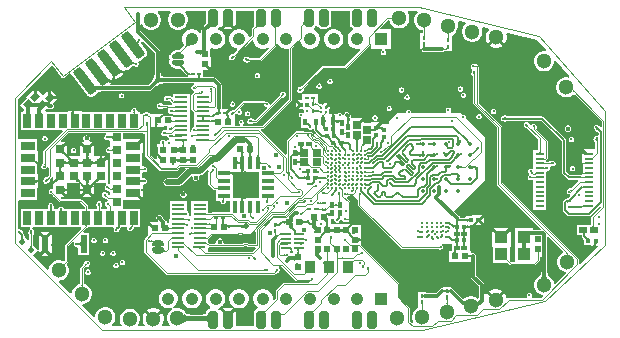
<source format=gtl>
G04*
G04 #@! TF.GenerationSoftware,Altium Limited,Altium Designer,23.3.1 (30)*
G04*
G04 Layer_Physical_Order=1*
G04 Layer_Color=255*
%FSLAX25Y25*%
%MOIN*%
G70*
G04*
G04 #@! TF.SameCoordinates,B70FCE46-08B3-410F-AF2C-83C1FDED7243*
G04*
G04*
G04 #@! TF.FilePolarity,Positive*
G04*
G01*
G75*
%ADD11C,0.00394*%
%ADD12C,0.00787*%
%ADD13C,0.00591*%
%ADD14C,0.00492*%
%ADD16C,0.01000*%
%ADD18C,0.00000*%
%ADD22R,0.01772X0.02657*%
%ADD23R,0.02165X0.02165*%
%ADD24R,0.01788X0.01428*%
%ADD25C,0.00906*%
%ADD26R,0.01822X0.02182*%
%ADD27R,0.01181X0.00984*%
%ADD28R,0.01378X0.00984*%
G04:AMPARAMS|DCode=30|XSize=31.5mil|YSize=98.43mil|CornerRadius=7.87mil|HoleSize=0mil|Usage=FLASHONLY|Rotation=217.000|XOffset=0mil|YOffset=0mil|HoleType=Round|Shape=RoundedRectangle|*
%AMROUNDEDRECTD30*
21,1,0.03150,0.08268,0,0,217.0*
21,1,0.01575,0.09843,0,0,217.0*
1,1,0.01575,-0.03117,0.02828*
1,1,0.01575,-0.01859,0.03775*
1,1,0.01575,0.03117,-0.02828*
1,1,0.01575,0.01859,-0.03775*
%
%ADD30ROUNDEDRECTD30*%
%ADD31R,0.01575X0.02362*%
%ADD32C,0.00770*%
%ADD33R,0.01483X0.01194*%
%ADD34R,0.00984X0.01378*%
%ADD35R,0.02165X0.02165*%
%ADD36R,0.04331X0.03937*%
%ADD37C,0.01378*%
%ADD38R,0.02756X0.01968*%
%ADD39R,0.01378X0.01575*%
%ADD40R,0.02953X0.02559*%
%ADD41R,0.01968X0.01968*%
%ADD42R,0.03543X0.00787*%
G04:AMPARAMS|DCode=43|XSize=31.5mil|YSize=59.06mil|CornerRadius=7.87mil|HoleSize=0mil|Usage=FLASHONLY|Rotation=180.000|XOffset=0mil|YOffset=0mil|HoleType=Round|Shape=RoundedRectangle|*
%AMROUNDEDRECTD43*
21,1,0.03150,0.04331,0,0,180.0*
21,1,0.01575,0.05906,0,0,180.0*
1,1,0.01575,-0.00787,0.02165*
1,1,0.01575,0.00787,0.02165*
1,1,0.01575,0.00787,-0.02165*
1,1,0.01575,-0.00787,-0.02165*
%
%ADD43ROUNDEDRECTD43*%
G04:AMPARAMS|DCode=44|XSize=18.11mil|YSize=15.75mil|CornerRadius=0mil|HoleSize=0mil|Usage=FLASHONLY|Rotation=45.000|XOffset=0mil|YOffset=0mil|HoleType=Round|Shape=Rectangle|*
%AMROTATEDRECTD44*
4,1,4,-0.00084,-0.01197,-0.01197,-0.00084,0.00084,0.01197,0.01197,0.00084,-0.00084,-0.01197,0.0*
%
%ADD44ROTATEDRECTD44*%

%ADD45R,0.02165X0.05906*%
%ADD46R,0.03543X0.03937*%
%ADD47R,0.02254X0.02423*%
%ADD48R,0.02423X0.02254*%
%ADD49R,0.02756X0.04528*%
%ADD50R,0.04528X0.02756*%
%ADD51R,0.02756X0.02756*%
%ADD52R,0.04134X0.01378*%
%ADD53R,0.01378X0.04134*%
%ADD54R,0.08898X0.08898*%
G04:AMPARAMS|DCode=55|XSize=24.23mil|YSize=22.54mil|CornerRadius=0mil|HoleSize=0mil|Usage=FLASHONLY|Rotation=45.000|XOffset=0mil|YOffset=0mil|HoleType=Round|Shape=Rectangle|*
%AMROTATEDRECTD55*
4,1,4,-0.00060,-0.01653,-0.01653,-0.00060,0.00060,0.01653,0.01653,0.00060,-0.00060,-0.01653,0.0*
%
%ADD55ROTATEDRECTD55*%

%ADD56R,0.01877X0.01588*%
%ADD57R,0.02598X0.02775*%
%ADD58R,0.01428X0.01788*%
%ADD59R,0.01499X0.02106*%
%ADD60R,0.02106X0.01499*%
%ADD61R,0.02756X0.00906*%
%ADD66C,0.00728*%
%ADD84R,0.04331X0.00787*%
%ADD85R,0.03937X0.00787*%
%ADD87O,0.04429X0.00886*%
%ADD88O,0.04378X0.00984*%
%ADD89O,0.04476X0.00787*%
%ADD90O,0.04323X0.01083*%
%ADD91O,0.04260X0.01181*%
%ADD92O,0.02992X0.01968*%
%ADD93O,0.04185X0.01280*%
%ADD94O,0.04095X0.01378*%
%ADD95O,0.03988X0.01476*%
%ADD96O,0.03862X0.01575*%
%ADD97O,0.03713X0.01673*%
%ADD98O,0.03532X0.01772*%
%ADD99O,0.03406X0.01831*%
%ADD100O,0.03307X0.01870*%
%ADD101O,0.03150X0.01929*%
%ADD102O,0.02480X0.02047*%
%ADD103O,0.02795X0.02008*%
%ADD104C,0.02067*%
%ADD109C,0.00727*%
%ADD110C,0.05118*%
%ADD111C,0.00709*%
%ADD112C,0.01181*%
%ADD113C,0.00433*%
%ADD114C,0.00512*%
%ADD115C,0.00370*%
%ADD116C,0.00472*%
%ADD117C,0.00295*%
%ADD118C,0.00421*%
%ADD119C,0.01968*%
%ADD120C,0.01575*%
%ADD121R,0.00512X0.00984*%
%ADD122C,0.04134*%
%ADD123R,0.04134X0.04134*%
%ADD124C,0.09843*%
%ADD125C,0.00787*%
%ADD126C,0.01181*%
%ADD127C,0.01575*%
%ADD128C,0.01968*%
G36*
X41673Y49868D02*
X41612Y49884D01*
X41331Y49937D01*
X41280Y49943D01*
X41138Y49951D01*
X40913Y50246D01*
X40967Y50249D01*
X41016Y50258D01*
X41061Y50272D01*
X41101Y50292D01*
X41136Y50318D01*
X41167Y50350D01*
X41193Y50387D01*
X41214Y50430D01*
X41231Y50479D01*
X41242Y50534D01*
X41673Y49868D01*
D02*
G37*
G36*
X39033Y49803D02*
X39027Y49831D01*
X39015Y49856D01*
X38998Y49878D01*
X38976Y49898D01*
X38948Y49914D01*
X38914Y49927D01*
X38875Y49937D01*
X38831Y49945D01*
X38781Y49949D01*
X38725Y49951D01*
Y50246D01*
X38781Y50248D01*
X38831Y50252D01*
X38875Y50259D01*
X38914Y50270D01*
X38948Y50283D01*
X38976Y50299D01*
X38998Y50318D01*
X39015Y50341D01*
X39027Y50366D01*
X39033Y50394D01*
Y49803D01*
D02*
G37*
G36*
X50189Y49939D02*
X50161Y49901D01*
X50136Y49859D01*
X50114Y49816D01*
X50096Y49770D01*
X50081Y49722D01*
X50069Y49672D01*
X50061Y49620D01*
X50056Y49565D01*
X50054Y49508D01*
X49759D01*
X49757Y49554D01*
X49750Y49598D01*
X49740Y49639D01*
X49725Y49676D01*
X49706Y49711D01*
X49683Y49743D01*
X49656Y49772D01*
X49625Y49798D01*
X49589Y49821D01*
X49549Y49841D01*
X50221Y49976D01*
X50189Y49939D01*
D02*
G37*
G36*
X9828Y48398D02*
X9826Y48438D01*
X9819Y48469D01*
X9808Y48491D01*
X9792Y48504D01*
X9772Y48509D01*
X9748Y48504D01*
X9719Y48491D01*
X9686Y48469D01*
X9649Y48438D01*
X9607Y48398D01*
Y48816D01*
X9649Y48860D01*
X9719Y48946D01*
X9748Y48989D01*
X9772Y49031D01*
X9792Y49072D01*
X9808Y49113D01*
X9819Y49154D01*
X9826Y49194D01*
X9828Y49233D01*
Y48398D01*
D02*
G37*
G36*
X-5696Y47512D02*
X-5718Y47529D01*
X-5742Y47539D01*
X-5770Y47543D01*
X-5799Y47540D01*
X-5832Y47530D01*
X-5868Y47513D01*
X-5906Y47489D01*
X-5947Y47458D01*
X-5990Y47421D01*
X-6036Y47377D01*
X-6245Y47586D01*
X-6201Y47632D01*
X-6164Y47675D01*
X-6133Y47716D01*
X-6109Y47754D01*
X-6092Y47790D01*
X-6082Y47822D01*
X-6079Y47853D01*
X-6083Y47880D01*
X-6093Y47904D01*
X-6110Y47926D01*
X-5696Y47512D01*
D02*
G37*
G36*
X-20514Y47450D02*
X-20605Y47515D01*
X-20712Y47548D01*
X-20837Y47546D01*
X-20979Y47512D01*
X-21137Y47444D01*
X-21313Y47342D01*
X-21505Y47207D01*
X-21715Y47039D01*
X-22184Y46603D01*
X-23019Y47438D01*
X-22784Y47681D01*
X-22414Y48117D01*
X-22280Y48309D01*
X-22178Y48485D01*
X-22110Y48643D01*
X-22076Y48785D01*
X-22074Y48910D01*
X-22107Y49017D01*
X-22172Y49108D01*
X-20514Y47450D01*
D02*
G37*
G36*
X-6999Y48228D02*
X-6877Y47614D01*
X-6874Y47610D01*
X-6884Y47586D01*
X-6881Y47578D01*
X-6884Y47571D01*
X-6837Y47463D01*
X-7524Y46776D01*
X-7664Y46437D01*
Y44392D01*
X-8104Y43952D01*
X-8661Y44102D01*
X-8784Y44561D01*
X-9212Y45301D01*
X-9817Y45906D01*
X-10557Y46334D01*
X-11383Y46555D01*
X-12239D01*
X-13065Y46334D01*
X-13805Y45906D01*
X-14410Y45301D01*
X-14838Y44561D01*
X-15059Y43735D01*
Y42880D01*
X-14838Y42053D01*
X-14410Y41313D01*
X-13805Y40708D01*
X-13065Y40280D01*
X-12606Y40157D01*
X-12456Y39600D01*
X-13694Y38362D01*
X-13785Y38405D01*
X-13803Y38399D01*
X-13820Y38406D01*
X-14031Y38319D01*
X-14193Y38262D01*
X-14197Y38261D01*
X-14207Y38261D01*
X-14210Y38260D01*
X-14216Y38259D01*
X-14224Y38254D01*
X-14230Y38253D01*
X-14236Y38249D01*
X-14242Y38247D01*
X-14249Y38245D01*
X-14326Y38238D01*
X-14373Y38238D01*
X-14594Y38142D01*
X-14816Y38050D01*
X-14818Y38046D01*
X-14822Y38044D01*
X-14911Y37820D01*
X-14983Y37648D01*
X-15121Y37510D01*
X-15256Y37184D01*
Y36832D01*
X-15121Y36506D01*
X-14872Y36257D01*
X-14546Y36122D01*
X-14194D01*
X-13868Y36257D01*
X-13730Y36395D01*
X-13557Y36467D01*
X-13334Y36555D01*
X-13332Y36560D01*
X-13328Y36562D01*
X-13236Y36784D01*
X-13140Y37005D01*
X-13140Y37060D01*
X-13137Y37094D01*
X-13134Y37119D01*
X-13131Y37137D01*
X-13129Y37142D01*
X-13125Y37148D01*
X-13124Y37154D01*
X-13119Y37162D01*
X-13118Y37168D01*
X-13117Y37171D01*
X-13117Y37181D01*
X-13116Y37185D01*
X-13059Y37347D01*
X-12972Y37558D01*
X-12979Y37576D01*
X-12972Y37593D01*
X-13016Y37684D01*
X-10231Y40469D01*
X-9817Y40708D01*
X-9212Y41313D01*
X-8973Y41727D01*
X-7634Y43066D01*
X-7532Y43023D01*
X-7170Y42823D01*
X-6964Y42053D01*
X-6536Y41313D01*
X-5931Y40708D01*
X-5191Y40280D01*
X-4365Y40059D01*
X-3509D01*
X-2683Y40280D01*
X-2061Y40640D01*
X-1754Y40240D01*
X-5062Y36931D01*
X-8124D01*
X-8160Y37029D01*
X-8162Y37030D01*
X-8163Y37032D01*
X-8384Y37133D01*
X-8604Y37234D01*
X-8626Y37235D01*
X-8633Y37241D01*
X-8658Y37266D01*
X-8876Y37358D01*
X-9093Y37456D01*
X-9101Y37453D01*
X-9109Y37457D01*
X-9328Y37367D01*
X-9498Y37303D01*
X-9723D01*
X-10049Y37168D01*
X-10298Y36919D01*
X-10433Y36593D01*
Y36241D01*
X-10298Y35916D01*
X-10049Y35666D01*
X-9723Y35531D01*
X-9556D01*
X-9388Y35455D01*
X-9173Y35353D01*
X-9166Y35355D01*
X-9159Y35352D01*
X-8936Y35436D01*
X-8711Y35516D01*
X-8683Y35541D01*
X-8671Y35550D01*
X-8663Y35556D01*
X-8658Y35559D01*
X-8654Y35561D01*
X-8652Y35561D01*
X-8651Y35561D01*
X-8650Y35562D01*
X-8647Y35562D01*
X-8618Y35563D01*
X-8415Y35657D01*
X-8206Y35735D01*
X-8196Y35757D01*
X-8174Y35768D01*
X-8138Y35866D01*
X-4841D01*
X-4465Y36022D01*
X441Y40928D01*
X597Y41305D01*
Y41596D01*
X1097Y41730D01*
X1338Y41313D01*
X1943Y40708D01*
X2683Y40280D01*
X3509Y40059D01*
X4365D01*
X4737Y39773D01*
Y23163D01*
X-4167Y14259D01*
X-10448D01*
X-10583Y14584D01*
X-10601Y14759D01*
X-10390Y14970D01*
X-10255Y15296D01*
Y15648D01*
X-10390Y15974D01*
X-10639Y16223D01*
X-10965Y16358D01*
X-11317D01*
X-11643Y16223D01*
X-11892Y15974D01*
X-12027Y15648D01*
Y15296D01*
X-11892Y14970D01*
X-11681Y14759D01*
X-11700Y14584D01*
X-11834Y14259D01*
X-13326D01*
Y17678D01*
X-13145Y17853D01*
X-13144Y17858D01*
X-13134Y17868D01*
X-13134Y17868D01*
X-13072Y18096D01*
X-13020Y18266D01*
X-12813Y18342D01*
X-12751Y18348D01*
X-12463Y18326D01*
X-12284Y18147D01*
X-11958Y18012D01*
X-11606D01*
X-11280Y18147D01*
X-11031Y18396D01*
X-10896Y18721D01*
Y19074D01*
X-11031Y19399D01*
X-11280Y19649D01*
X-11365Y19684D01*
X-11510Y20245D01*
X-10339Y21416D01*
X-3527D01*
Y21379D01*
X-3393Y21053D01*
X-3143Y20804D01*
X-2818Y20669D01*
X-2665D01*
X-2452Y20175D01*
X-6301Y16326D01*
X-6832D01*
X-6866Y16421D01*
X-6882Y16429D01*
X-6890Y16446D01*
X-7101Y16534D01*
X-7256Y16608D01*
X-7260Y16611D01*
X-7266Y16617D01*
X-7269Y16618D01*
X-7274Y16622D01*
X-7283Y16624D01*
X-7288Y16628D01*
X-7296Y16629D01*
X-7301Y16632D01*
X-7307Y16636D01*
X-7367Y16686D01*
X-7400Y16718D01*
X-7624Y16807D01*
X-7846Y16899D01*
X-7851Y16897D01*
X-7855Y16899D01*
X-8076Y16804D01*
X-8249Y16732D01*
X-8444D01*
X-8770Y16597D01*
X-9019Y16348D01*
X-9154Y16023D01*
Y15670D01*
X-9019Y15345D01*
X-8770Y15096D01*
X-8444Y14961D01*
X-8249D01*
X-8076Y14889D01*
X-7855Y14794D01*
X-7851Y14796D01*
X-7846Y14794D01*
X-7624Y14886D01*
X-7400Y14975D01*
X-7360Y15014D01*
X-7335Y15035D01*
X-7315Y15051D01*
X-7300Y15061D01*
X-7296Y15064D01*
X-7288Y15065D01*
X-7283Y15068D01*
X-7274Y15071D01*
X-7269Y15075D01*
X-7266Y15076D01*
X-7260Y15082D01*
X-7256Y15085D01*
X-7101Y15159D01*
X-6890Y15247D01*
X-6882Y15264D01*
X-6866Y15272D01*
X-6832Y15367D01*
X-6102D01*
X-5763Y15507D01*
X2277Y23548D01*
X2368Y23504D01*
X2385Y23510D01*
X2402Y23503D01*
X2613Y23591D01*
X2776Y23648D01*
X2780Y23648D01*
X2789Y23649D01*
X2792Y23650D01*
X2799Y23651D01*
X2807Y23655D01*
X2813Y23657D01*
X2819Y23661D01*
X2824Y23662D01*
X2832Y23664D01*
X2909Y23671D01*
X2956Y23672D01*
X3177Y23767D01*
X3399Y23859D01*
X3401Y23864D01*
X3405Y23866D01*
X3494Y24089D01*
X3566Y24262D01*
X3704Y24400D01*
X3839Y24725D01*
Y25078D01*
X3704Y25403D01*
X3455Y25653D01*
X3129Y25787D01*
X2777D01*
X2451Y25653D01*
X2313Y25514D01*
X2140Y25443D01*
X1917Y25354D01*
X1915Y25350D01*
X1910Y25348D01*
X1818Y25126D01*
X1723Y24905D01*
X1722Y24849D01*
X1720Y24816D01*
X1717Y24790D01*
X1714Y24773D01*
X1712Y24768D01*
X1708Y24762D01*
X1706Y24756D01*
X1702Y24748D01*
X1701Y24741D01*
X1700Y24738D01*
X1699Y24729D01*
X1699Y24725D01*
X1642Y24562D01*
X1554Y24351D01*
X1561Y24334D01*
X1555Y24316D01*
X1599Y24226D01*
X-1261Y21366D01*
X-1756Y21578D01*
Y21731D01*
X-1891Y22057D01*
X-2140Y22306D01*
X-2465Y22441D01*
X-2818D01*
X-2984Y22372D01*
X-3248Y22481D01*
X-10560D01*
X-10936Y22325D01*
X-13676Y19586D01*
X-13773Y19630D01*
X-13827Y19610D01*
X-13882Y19624D01*
X-14050Y19527D01*
X-14231Y19459D01*
X-14254Y19438D01*
X-14259Y19433D01*
X-14266Y19429D01*
X-14273Y19425D01*
X-14281Y19421D01*
X-14292Y19416D01*
X-14306Y19412D01*
X-14323Y19407D01*
X-14344Y19403D01*
X-14346Y19402D01*
X-14406Y19409D01*
X-14539Y19498D01*
X-15759Y18278D01*
X-15701Y18206D01*
X-15540Y18027D01*
X-15441Y17925D01*
X-15858Y17508D01*
X-15960Y17607D01*
X-16216Y17829D01*
X-16284Y17877D01*
X-16344Y17913D01*
X-16396Y17935D01*
X-16439Y17945D01*
X-16474Y17942D01*
X-16501Y17925D01*
X-16180Y18247D01*
X-16692Y18759D01*
X-15554Y19898D01*
X-17538D01*
X-17578Y19958D01*
X-17639Y20105D01*
Y27794D01*
X-17707Y28139D01*
X-17903Y28432D01*
X-19637Y30166D01*
X-19930Y30362D01*
X-20276Y30431D01*
X-23720D01*
Y32814D01*
X-21907D01*
X-23680Y34587D01*
X-22973Y35294D01*
X-21200Y33521D01*
Y37237D01*
X-21413D01*
Y39977D01*
X-20943Y40277D01*
X-20912Y40273D01*
X-20113Y40059D01*
X-19257D01*
X-18431Y40280D01*
X-17691Y40708D01*
X-17086Y41313D01*
X-16658Y42053D01*
X-16437Y42880D01*
Y43735D01*
X-16658Y44561D01*
X-17086Y45301D01*
X-17691Y45906D01*
X-18431Y46334D01*
X-18780Y46427D01*
X-18869Y46969D01*
X-18684Y47093D01*
X-18512Y47349D01*
X-18009Y47320D01*
X-15960Y49369D01*
X-15606Y49016D01*
X-15253Y49369D01*
X-13247Y47364D01*
X-13135Y47531D01*
X-12997Y48228D01*
Y52536D01*
X-6999D01*
Y48228D01*
D02*
G37*
G36*
X421Y47446D02*
X387Y47434D01*
X358Y47413D01*
X332Y47385D01*
X311Y47348D01*
X293Y47304D01*
X279Y47251D01*
X269Y47190D01*
X263Y47121D01*
X261Y47044D01*
X-132D01*
X-134Y47121D01*
X-140Y47190D01*
X-150Y47251D01*
X-164Y47304D01*
X-181Y47348D01*
X-203Y47385D01*
X-229Y47413D01*
X-258Y47434D01*
X-292Y47446D01*
X-329Y47450D01*
X458D01*
X421Y47446D01*
D02*
G37*
G36*
X47702Y52036D02*
X47229Y51563D01*
X46788Y50800D01*
X46560Y49948D01*
Y49067D01*
X46788Y48216D01*
X47229Y47453D01*
X47852Y46830D01*
X48615Y46389D01*
X49316Y46202D01*
X49319Y46194D01*
X49427Y46152D01*
Y45080D01*
X49424Y45079D01*
X48622D01*
Y42126D01*
Y39961D01*
X48998Y39750D01*
X49067Y39405D01*
X49263Y39112D01*
X49556Y38916D01*
X49902Y38847D01*
X55955D01*
X56300Y38916D01*
X56593Y39112D01*
X56632Y39170D01*
X56883D01*
X57068Y39094D01*
X57291Y38999D01*
X57293Y39000D01*
X57296Y38999D01*
X57520Y39092D01*
X57719Y39173D01*
X59055D01*
Y41339D01*
Y44291D01*
X59304Y44688D01*
X59891Y45027D01*
X60514Y45650D01*
X60954Y46413D01*
X61182Y47264D01*
Y48145D01*
X60990Y48865D01*
X61301Y49304D01*
X63534Y48766D01*
X63685Y48215D01*
X63255Y47786D01*
X62815Y47023D01*
X62587Y46171D01*
Y45290D01*
X62815Y44439D01*
X63255Y43676D01*
X63878Y43053D01*
X64641Y42612D01*
X65492Y42384D01*
X66374D01*
X67225Y42612D01*
X67988Y43053D01*
X68611Y43676D01*
X69051Y44439D01*
X69279Y45290D01*
Y46171D01*
X69080Y46915D01*
X69376Y47358D01*
X71214Y46915D01*
X71369Y46364D01*
X71015Y46009D01*
X70546Y45197D01*
X70304Y44292D01*
Y43355D01*
X70546Y42450D01*
X70999Y41667D01*
X73509Y44177D01*
X73863Y43824D01*
X74216Y44177D01*
X76727Y41667D01*
X77179Y42450D01*
X77422Y43355D01*
Y44292D01*
X77246Y44947D01*
X77630Y45369D01*
X87412Y43012D01*
X90476Y39570D01*
X90419Y39478D01*
X90166Y39166D01*
X89346D01*
X88495Y38938D01*
X87732Y38498D01*
X87109Y37875D01*
X86668Y37112D01*
X86440Y36260D01*
Y35379D01*
X86668Y34528D01*
X87109Y33765D01*
X87732Y33142D01*
X88495Y32702D01*
X89346Y32473D01*
X90227D01*
X91078Y32702D01*
X91842Y33142D01*
X92465Y33765D01*
X92905Y34528D01*
X93133Y35379D01*
Y35833D01*
X93633Y36024D01*
X98276Y30809D01*
X98001Y30365D01*
X97711Y30443D01*
X96829D01*
X95978Y30215D01*
X95215Y29774D01*
X94592Y29151D01*
X94152Y28388D01*
X93923Y27537D01*
Y26656D01*
X94152Y25804D01*
X94592Y25041D01*
X95215Y24418D01*
X95978Y23978D01*
X96829Y23750D01*
X97711D01*
X98562Y23978D01*
X99325Y24418D01*
X99605Y24699D01*
X100308Y24703D01*
X109032Y15979D01*
Y14105D01*
X108663Y13977D01*
X108532Y13968D01*
X108516Y13984D01*
X108392Y14113D01*
X108364Y14147D01*
X108331Y14163D01*
X108308Y14220D01*
X108215Y14258D01*
X108150Y14335D01*
X108061Y14343D01*
X108008Y14381D01*
X107966Y14375D01*
X107957Y14380D01*
X107934Y14375D01*
X107905Y14386D01*
X107767Y14524D01*
X107441Y14659D01*
X107089D01*
X106764Y14524D01*
X106514Y14275D01*
X106379Y13950D01*
Y13597D01*
X106514Y13272D01*
X106634Y13152D01*
X106633Y13149D01*
X106732Y12943D01*
X106819Y12731D01*
X106836Y12724D01*
X106844Y12708D01*
X107121Y12458D01*
X107337Y12382D01*
X107549Y12294D01*
X107565Y12301D01*
X107582Y12295D01*
X107696Y12349D01*
X108080Y11965D01*
Y11332D01*
X107580Y11039D01*
X107494Y11075D01*
X107141D01*
X106816Y10940D01*
X106567Y10691D01*
X106432Y10365D01*
Y10170D01*
X106360Y9997D01*
X106265Y9776D01*
X106267Y9772D01*
X106265Y9767D01*
X106357Y9545D01*
X106446Y9322D01*
X106485Y9282D01*
X106507Y9257D01*
X106523Y9237D01*
X106533Y9222D01*
X106535Y9217D01*
X106536Y9210D01*
X106540Y9205D01*
X106542Y9196D01*
X106546Y9190D01*
X106547Y9188D01*
X106553Y9181D01*
X106556Y9177D01*
X106631Y9022D01*
X106718Y8811D01*
X106735Y8804D01*
X106743Y8787D01*
X106838Y8754D01*
Y6414D01*
X103018D01*
X104117Y5315D01*
X103429Y4627D01*
X103391D01*
X102311Y5707D01*
Y3509D01*
X102311D01*
Y3264D01*
X102311D01*
Y359D01*
X102311D01*
Y115D01*
X102311D01*
Y-1977D01*
X102257Y-2027D01*
X102182Y-2091D01*
X102136Y-2099D01*
X102106Y-2140D01*
X102004Y-2182D01*
X101993Y-2210D01*
X98479D01*
X97258Y-989D01*
Y9449D01*
X97204Y9718D01*
X97052Y9946D01*
X89768Y17229D01*
X89540Y17381D01*
X89272Y17435D01*
X77491D01*
X77433Y17577D01*
X77432Y17577D01*
X77432Y17578D01*
X77208Y17671D01*
X76982Y17765D01*
X76921Y17765D01*
X76742Y17770D01*
X76698Y17773D01*
X76663Y17762D01*
X76607Y17785D01*
X76514Y17747D01*
X76414Y17755D01*
X76346Y17697D01*
X76281Y17687D01*
X76256Y17653D01*
X76245Y17650D01*
X76233Y17630D01*
X76205Y17618D01*
X76009D01*
X75684Y17483D01*
X75434Y17234D01*
X75300Y16908D01*
Y16556D01*
X75434Y16230D01*
X75684Y15981D01*
X76009Y15846D01*
X76178D01*
X76180Y15844D01*
X76395Y15767D01*
X76607Y15680D01*
X76624Y15687D01*
X76641Y15681D01*
X77014Y15700D01*
X77220Y15799D01*
X77432Y15887D01*
X77439Y15903D01*
X77455Y15911D01*
X77497Y16030D01*
X83630D01*
X83682Y15551D01*
X83356Y15416D01*
X83107Y15167D01*
X82972Y14842D01*
Y14489D01*
X83107Y14164D01*
X83245Y14025D01*
X83317Y13853D01*
X83406Y13629D01*
X83410Y13627D01*
X83412Y13623D01*
X83634Y13531D01*
X83855Y13436D01*
X83911Y13435D01*
X83944Y13433D01*
X83970Y13430D01*
X83987Y13426D01*
X83992Y13425D01*
X83998Y13420D01*
X84004Y13419D01*
X84012Y13415D01*
X84019Y13414D01*
X84022Y13412D01*
X84031Y13412D01*
X84035Y13411D01*
X84198Y13354D01*
X84409Y13267D01*
X84426Y13274D01*
X84443Y13268D01*
X84534Y13311D01*
X87819Y10027D01*
Y6203D01*
X87816Y6202D01*
X86146D01*
Y3721D01*
Y286D01*
X86134Y270D01*
X85646Y-7D01*
X85543Y36D01*
X85190D01*
X84865Y-99D01*
X84615Y-348D01*
X84481Y-674D01*
Y-1026D01*
X84615Y-1352D01*
X84667Y-1403D01*
X84707Y-1567D01*
X84757Y-1797D01*
X84677Y-2018D01*
X84564Y-2274D01*
X84485Y-2353D01*
X84350Y-2678D01*
Y-3031D01*
X84485Y-3356D01*
X84734Y-3605D01*
X85060Y-3740D01*
X85412D01*
X85646Y-3644D01*
X85977Y-3781D01*
X86146Y-3905D01*
Y-8877D01*
Y-13602D01*
X90476D01*
Y-10452D01*
Y-5728D01*
Y-1251D01*
X90694Y-813D01*
X91046D01*
X91372Y-678D01*
X91621Y-429D01*
X91756Y-103D01*
Y249D01*
X91669Y457D01*
X91717Y577D01*
X92164Y812D01*
X92321Y743D01*
X92334Y748D01*
X92346Y743D01*
X92560Y836D01*
X92726Y901D01*
X92942D01*
X93267Y1036D01*
X93517Y1285D01*
X93651Y1610D01*
Y1963D01*
X93517Y2288D01*
X93267Y2537D01*
X92942Y2672D01*
X92766D01*
X92600Y2745D01*
X92389Y2847D01*
X92378Y2843D01*
X92366Y2848D01*
X92149Y2763D01*
X91965Y2699D01*
X91965Y2699D01*
X91963Y2699D01*
X91963Y2699D01*
X91957Y2699D01*
X91954Y2697D01*
X91948Y2696D01*
X91943Y2693D01*
X91938Y2692D01*
X91934Y2689D01*
X91934Y2689D01*
X91922Y2687D01*
X91904Y2685D01*
X91863Y2684D01*
X91653Y2591D01*
X91439Y2508D01*
X91432Y2492D01*
X91416Y2485D01*
X91378Y2385D01*
X90476D01*
Y2958D01*
X90595Y3008D01*
X90831Y3244D01*
X90972Y3583D01*
Y9142D01*
X90831Y9481D01*
X87213Y13099D01*
X87261Y13198D01*
X87269Y13212D01*
X87273Y13218D01*
X87273Y13220D01*
X87277Y13225D01*
X87278Y13235D01*
X87280Y13240D01*
X87281Y13248D01*
X87286Y13261D01*
X87296Y13280D01*
X87306Y13300D01*
X87359Y13380D01*
X87393Y13424D01*
X87453Y13658D01*
X87516Y13892D01*
X87514Y13895D01*
X87515Y13898D01*
X87392Y14106D01*
X87303Y14261D01*
Y14349D01*
X87168Y14675D01*
X86919Y14924D01*
X86594Y15059D01*
X86241D01*
X85915Y14924D01*
X85666Y14675D01*
X85618Y14558D01*
X85582Y14553D01*
X85497Y14565D01*
X85088Y14669D01*
X84993Y14889D01*
X84901Y15111D01*
X84896Y15113D01*
X84894Y15118D01*
X84671Y15207D01*
X84498Y15278D01*
X84360Y15416D01*
X84149Y15504D01*
X84035Y15551D01*
X84086Y16030D01*
X88981D01*
X95853Y9158D01*
Y-1280D01*
X95906Y-1548D01*
X96058Y-1776D01*
X97692Y-3409D01*
X97919Y-3562D01*
X98188Y-3615D01*
X101181D01*
X101291Y-4070D01*
X101292Y-4115D01*
X99014Y-6393D01*
X98990Y-6378D01*
X98981Y-6372D01*
X98944Y-6380D01*
X98910Y-6364D01*
X98710Y-6434D01*
X98504Y-6481D01*
X98493Y-6498D01*
X98482Y-6498D01*
X98436Y-6491D01*
X98205Y-6550D01*
X97973Y-6605D01*
X97969Y-6611D01*
X97962Y-6613D01*
X97840Y-6818D01*
X97760Y-6947D01*
X97742Y-6955D01*
X97493Y-7204D01*
X97359Y-7529D01*
Y-7882D01*
X97493Y-8207D01*
X97742Y-8457D01*
X98068Y-8591D01*
X98341D01*
X98498Y-8809D01*
X98586Y-9053D01*
X97807Y-9832D01*
X97778Y-9875D01*
X97773Y-9873D01*
X97400Y-9893D01*
X97193Y-9992D01*
X96982Y-10080D01*
X96975Y-10096D01*
X96959Y-10104D01*
X96883Y-10317D01*
X96716Y-10429D01*
X96255Y-10890D01*
X96103Y-11118D01*
X96049Y-11387D01*
Y-13702D01*
X96103Y-13971D01*
X96255Y-14199D01*
X97518Y-15462D01*
X97746Y-15614D01*
X98015Y-15668D01*
X104890D01*
X105159Y-15614D01*
X105387Y-15462D01*
X108150Y-12699D01*
X108693Y-12863D01*
X108695Y-12872D01*
X105763Y-15803D01*
X105623Y-16142D01*
Y-18700D01*
X105620Y-18701D01*
X100689D01*
Y-22244D01*
X102399D01*
X102410Y-22268D01*
X102501Y-22487D01*
X102557Y-22607D01*
X102685Y-22996D01*
X102665Y-23041D01*
X102729Y-23201D01*
X102752Y-23371D01*
X102817Y-23420D01*
X102847Y-23496D01*
X102989Y-23642D01*
X103131Y-23803D01*
Y-25510D01*
X105478D01*
Y-25723D01*
X107636D01*
X107818Y-26188D01*
X101880Y-31688D01*
X101380Y-31469D01*
Y-30218D01*
X101240Y-29879D01*
X75873Y-4513D01*
Y13943D01*
X75733Y14282D01*
X68098Y21918D01*
Y33981D01*
X67957Y34320D01*
X67784Y34492D01*
X67710Y34523D01*
X67638Y34728D01*
X67621Y34736D01*
X67614Y34753D01*
X67403Y34841D01*
X67248Y34915D01*
X67244Y34918D01*
X67237Y34924D01*
X67235Y34925D01*
X67229Y34929D01*
X67220Y34932D01*
X67215Y34935D01*
X67208Y34936D01*
X67203Y34939D01*
X67196Y34943D01*
X67137Y34993D01*
X67103Y35025D01*
X66880Y35114D01*
X66658Y35206D01*
X66653Y35204D01*
X66649Y35206D01*
X66428Y35111D01*
X66255Y35039D01*
X66060D01*
X65734Y34905D01*
X65485Y34655D01*
X65350Y34330D01*
Y33977D01*
X65485Y33652D01*
X65734Y33403D01*
X65814Y33369D01*
X65850Y33299D01*
X65904Y32806D01*
X65785Y32687D01*
X65650Y32361D01*
Y32166D01*
X65578Y31993D01*
X65483Y31772D01*
X65485Y31768D01*
X65483Y31763D01*
X65575Y31541D01*
X65664Y31318D01*
X65703Y31278D01*
X65724Y31253D01*
X65740Y31233D01*
X65750Y31218D01*
X65753Y31213D01*
X65754Y31206D01*
X65757Y31201D01*
X65760Y31192D01*
X65764Y31186D01*
X65765Y31184D01*
X65771Y31177D01*
X65774Y31173D01*
X65848Y31018D01*
X65936Y30807D01*
X65953Y30800D01*
X65961Y30783D01*
X66056Y30750D01*
Y21967D01*
X66197Y21628D01*
X74028Y13795D01*
Y-5061D01*
X74169Y-5400D01*
X88762Y-19993D01*
X88570Y-20455D01*
X86024D01*
Y-19882D01*
X80118D01*
Y-25394D01*
X80118Y-25394D01*
Y-25788D01*
X80118D01*
X80118Y-25894D01*
Y-31160D01*
X78961D01*
X78544Y-30743D01*
X78544Y-26018D01*
X78756Y-25607D01*
X78756Y-25376D01*
Y-20377D01*
X76141Y-22991D01*
X75591Y-22441D01*
X75040Y-22991D01*
X72426Y-20377D01*
X72426Y-25607D01*
X72638Y-26018D01*
X72638Y-26107D01*
Y-31299D01*
X77593D01*
X78364Y-32070D01*
X78740Y-32226D01*
X86614D01*
X86991Y-32070D01*
X88270Y-30790D01*
X88426Y-30413D01*
Y-29347D01*
X88464Y-29321D01*
X88964Y-29586D01*
Y-34482D01*
X88838Y-34530D01*
X88834Y-34539D01*
X88825Y-34543D01*
X88735Y-34761D01*
X88638Y-34977D01*
X88633Y-35168D01*
X88619Y-35320D01*
X88598Y-35449D01*
X88572Y-35549D01*
X87813Y-35988D01*
X87190Y-36611D01*
X86749Y-37374D01*
X86521Y-38225D01*
Y-39106D01*
X86749Y-39957D01*
X87190Y-40720D01*
X87813Y-41343D01*
X88576Y-41784D01*
X89391Y-42002D01*
X89528Y-42237D01*
X89627Y-42474D01*
X88978Y-43123D01*
X85901D01*
X85754Y-42867D01*
X85664Y-42623D01*
X85777Y-42349D01*
Y-41997D01*
X85642Y-41671D01*
X85393Y-41422D01*
X85068Y-41287D01*
X84715D01*
X84390Y-41422D01*
X84140Y-41671D01*
X84006Y-41997D01*
Y-42349D01*
X84119Y-42623D01*
X84029Y-42867D01*
X83882Y-43123D01*
X77987D01*
X77731Y-43229D01*
X77633Y-43224D01*
X77431Y-43151D01*
X77182Y-43022D01*
X76989Y-42298D01*
X76536Y-41515D01*
X74025Y-44026D01*
X73672Y-43672D01*
X73318Y-44026D01*
X70808Y-41515D01*
X70641Y-41803D01*
X70000Y-41913D01*
X69899Y-41827D01*
Y-38681D01*
X69882Y-38594D01*
Y-38505D01*
X69848Y-38423D01*
X69831Y-38335D01*
X69781Y-38262D01*
X69747Y-38179D01*
X69684Y-38116D01*
X69635Y-38043D01*
X67190Y-35598D01*
Y-29135D01*
X67121Y-28789D01*
X66925Y-28496D01*
X66632Y-28300D01*
X66287Y-28231D01*
X66256Y-28238D01*
X66149Y-28193D01*
X66103Y-28163D01*
X66099Y-28158D01*
X66096Y-28158D01*
X65994Y-28090D01*
X65976Y-28093D01*
X65868Y-28076D01*
X65499Y-27742D01*
X65476Y-27674D01*
Y-27264D01*
X65223D01*
Y-24547D01*
X65041D01*
Y-23418D01*
X65179D01*
Y-19830D01*
X65041D01*
Y-18665D01*
X65959D01*
Y-18877D01*
X69039D01*
X67679Y-17517D01*
X68032Y-17163D01*
X67679Y-16810D01*
X69039Y-15449D01*
X65959D01*
Y-15662D01*
X63775D01*
Y-16130D01*
X63774Y-16130D01*
X63556Y-16226D01*
X63335Y-16318D01*
X63332Y-16324D01*
X63326Y-16327D01*
X63274Y-16461D01*
X62130D01*
X62121Y-16437D01*
X62069Y-16384D01*
X61988Y-16296D01*
X61935Y-16232D01*
X61928Y-16222D01*
X61927Y-16220D01*
X61920Y-16207D01*
X61917Y-16205D01*
X61914Y-16199D01*
X61892Y-16184D01*
X61852Y-16150D01*
X61787Y-15994D01*
X61716Y-15964D01*
X61671Y-15902D01*
X61598Y-15890D01*
X61594Y-15886D01*
X61572Y-15886D01*
X61497Y-15874D01*
X61335Y-15807D01*
X61315Y-15815D01*
X59758Y-14258D01*
X70276Y-3740D01*
Y10433D01*
X63819Y16889D01*
X63844Y16950D01*
Y17302D01*
X63710Y17628D01*
X63460Y17877D01*
X63135Y18012D01*
X62782D01*
X62722Y17987D01*
X62106Y18602D01*
X58862D01*
X58655Y19102D01*
X58682Y19129D01*
X58817Y19455D01*
Y19807D01*
X58682Y20133D01*
X58433Y20382D01*
X58107Y20517D01*
X57755D01*
X57429Y20382D01*
X57180Y20133D01*
X57045Y19807D01*
Y19455D01*
X57180Y19129D01*
X57207Y19102D01*
X57000Y18602D01*
X45575D01*
X45529Y18672D01*
Y19025D01*
X45394Y19350D01*
X45145Y19599D01*
X44819Y19734D01*
X44467D01*
X44141Y19599D01*
X43892Y19350D01*
X43757Y19025D01*
Y18672D01*
X43710Y18602D01*
X40945D01*
X38189Y15846D01*
Y15338D01*
X38033Y14903D01*
X35787D01*
X34872Y13988D01*
X35617Y13891D01*
X35629Y12812D01*
X35620Y12887D01*
X35596Y12954D01*
X35555Y13013D01*
X35499Y13064D01*
X35427Y13107D01*
X35339Y13143D01*
X35235Y13171D01*
X35116Y13190D01*
X34981Y13202D01*
X34830Y13206D01*
Y13945D01*
X34310Y13426D01*
X33603Y14133D01*
X34964Y15494D01*
X32243D01*
Y15332D01*
X29825D01*
Y16267D01*
X27880Y14322D01*
X27173Y15029D01*
X29118Y16974D01*
X25784D01*
X25583Y17296D01*
X25581Y17309D01*
X25568Y17320D01*
X25510Y17413D01*
X25441Y17759D01*
X25245Y18052D01*
X24951Y18346D01*
X24949Y18357D01*
X24899Y18431D01*
X24865Y18514D01*
X24802Y18576D01*
X24753Y18651D01*
X24679Y18700D01*
X24616Y18763D01*
X24534Y18797D01*
X24460Y18846D01*
X24373Y18864D01*
X24290Y18898D01*
X24201D01*
X24114Y18915D01*
X24027Y18898D01*
X23938D01*
X23856Y18864D01*
X23768Y18846D01*
X23695Y18797D01*
X23612Y18763D01*
X23550Y18700D01*
X23475Y18651D01*
X23426Y18576D01*
X23363Y18514D01*
X23329Y18431D01*
X23280Y18357D01*
X23262Y18270D01*
X23228Y18188D01*
Y18099D01*
X23211Y18012D01*
Y17905D01*
X22977Y17775D01*
X22626Y18005D01*
X22492Y18330D01*
X22242Y18579D01*
X21917Y18714D01*
X21564D01*
X21239Y18579D01*
X20990Y18330D01*
X20906Y18128D01*
X18546D01*
X18194Y18585D01*
Y19051D01*
X18032Y19444D01*
X18196Y19609D01*
X18407Y20118D01*
Y20669D01*
X18289Y20953D01*
X17376Y20040D01*
X16669Y20747D01*
X17582Y21660D01*
X17298Y21778D01*
X16747D01*
X16238Y21567D01*
X16073Y21403D01*
X15680Y21565D01*
X15363D01*
X15296Y21592D01*
X15074Y21684D01*
X15069Y21682D01*
X15064Y21684D01*
X14957Y21637D01*
X14662Y21932D01*
X14611Y21953D01*
X14395Y22364D01*
Y24923D01*
X9277D01*
Y22955D01*
X7726D01*
X8969Y21712D01*
X8616Y21358D01*
X8969Y21005D01*
X7726Y19761D01*
X9416D01*
X9820Y19428D01*
Y19076D01*
X9866Y18964D01*
X9492Y18689D01*
X9447Y18669D01*
X9133Y18799D01*
X8781D01*
X8455Y18664D01*
X8206Y18415D01*
X8071Y18090D01*
Y17737D01*
X8206Y17412D01*
X8455Y17162D01*
X8666Y17075D01*
Y13625D01*
X10878D01*
X10925Y13603D01*
X10973Y13542D01*
X11031Y13535D01*
X11063Y13510D01*
X11100Y13421D01*
X11349Y13172D01*
X11675Y13037D01*
X12027D01*
X12353Y13172D01*
X12581Y13401D01*
X12689Y13395D01*
X13081Y13272D01*
Y13043D01*
X13135Y12774D01*
X13287Y12547D01*
X13709Y12124D01*
X13506Y11667D01*
X13287Y11757D01*
X13278Y11754D01*
X13269Y11757D01*
X13217Y11734D01*
X13031Y11811D01*
X12757D01*
X12401Y12117D01*
X12175Y12343D01*
X11836Y12483D01*
X9529D01*
X9477Y12505D01*
X7244D01*
X6905Y12365D01*
X4153Y9613D01*
X4013Y9274D01*
Y4913D01*
X3551Y4722D01*
X-4565Y12838D01*
X-4374Y13300D01*
X-3969D01*
X-3630Y13441D01*
X5556Y22626D01*
X5696Y22965D01*
Y40064D01*
X8144Y42511D01*
X8702Y42362D01*
X8784Y42053D01*
X9212Y41313D01*
X9817Y40708D01*
X10557Y40280D01*
X11383Y40059D01*
X12239D01*
X13065Y40280D01*
X13805Y40708D01*
X14410Y41313D01*
X14838Y42053D01*
X15059Y42880D01*
Y43735D01*
X14838Y44561D01*
X14410Y45301D01*
X13805Y45906D01*
X13065Y46334D01*
X12986Y46872D01*
X13317Y47093D01*
X13625Y47555D01*
X13894Y47587D01*
X14163Y47555D01*
X14471Y47093D01*
X14992Y46745D01*
X15606Y46623D01*
X17181D01*
X17796Y46745D01*
X18316Y47093D01*
X18665Y47614D01*
X18787Y48228D01*
Y52536D01*
X25001D01*
Y48228D01*
X25123Y47614D01*
X25471Y47093D01*
X25992Y46745D01*
X26011Y46741D01*
X26098Y46214D01*
X25565Y45906D01*
X24960Y45301D01*
X24532Y44561D01*
X24311Y43735D01*
Y42880D01*
X24532Y42053D01*
X24960Y41313D01*
X25565Y40708D01*
X26305Y40280D01*
X27132Y40059D01*
X27987D01*
X28334Y40152D01*
X28593Y39704D01*
X23100Y34212D01*
X16058D01*
X15719Y34071D01*
X9080Y27432D01*
X8989Y27476D01*
X8964Y27467D01*
X8940Y27477D01*
X8737Y27387D01*
X8579Y27331D01*
X8568Y27330D01*
X8564Y27330D01*
X8563Y27329D01*
X8556Y27328D01*
X8549Y27324D01*
X8543Y27323D01*
X8535Y27317D01*
X8525Y27314D01*
X8515Y27312D01*
X8435Y27303D01*
X8387Y27301D01*
X8168Y27202D01*
X7947Y27105D01*
X7946Y27100D01*
X7941Y27099D01*
X7857Y26873D01*
X7789Y26698D01*
X7664Y26574D01*
X7530Y26248D01*
Y25896D01*
X7664Y25570D01*
X7914Y25321D01*
X8239Y25186D01*
X8592D01*
X8917Y25321D01*
X9070Y25474D01*
X9239Y25548D01*
X9460Y25641D01*
X9462Y25646D01*
X9467Y25648D01*
X9554Y25872D01*
X9645Y26094D01*
X9645Y26149D01*
X9646Y26180D01*
X9648Y26204D01*
X9651Y26219D01*
X9651Y26220D01*
X9654Y26224D01*
X9656Y26230D01*
X9661Y26239D01*
X9661Y26245D01*
X9663Y26249D01*
X9664Y26263D01*
X9722Y26429D01*
X9807Y26648D01*
X9803Y26658D01*
X9806Y26668D01*
X9763Y26759D01*
X16256Y33253D01*
X23299D01*
X23638Y33393D01*
X31638Y41393D01*
X31685Y41506D01*
X32185Y41407D01*
Y40059D01*
X35688D01*
X35788Y39559D01*
X35719Y39531D01*
X35469Y39281D01*
X35335Y38956D01*
Y38603D01*
X35469Y38278D01*
X35719Y38029D01*
X36044Y37894D01*
X36397D01*
X36722Y38029D01*
X36971Y38278D01*
X37106Y38603D01*
Y38956D01*
X36971Y39281D01*
X36722Y39531D01*
X36653Y39559D01*
X36753Y40059D01*
X38681D01*
Y46555D01*
X35252D01*
X35061Y47017D01*
X37663Y49619D01*
X38220D01*
X38261Y49511D01*
X38269Y49507D01*
X38457Y48807D01*
X38897Y48044D01*
X39520Y47421D01*
X40284Y46980D01*
X41135Y46752D01*
X42016D01*
X42867Y46980D01*
X43630Y47421D01*
X44253Y48044D01*
X44694Y48807D01*
X44922Y49658D01*
Y50539D01*
X44694Y51390D01*
X44321Y52036D01*
X44513Y52536D01*
X47495D01*
X47702Y52036D01*
D02*
G37*
G36*
X50174Y46960D02*
X50148Y46948D01*
X50126Y46931D01*
X50107Y46908D01*
X50091Y46880D01*
X50078Y46847D01*
X50067Y46808D01*
X50060Y46763D01*
X50055Y46713D01*
X50054Y46658D01*
X49759D01*
X49757Y46713D01*
X49753Y46763D01*
X49745Y46808D01*
X49735Y46847D01*
X49722Y46880D01*
X49706Y46908D01*
X49686Y46931D01*
X49664Y46948D01*
X49639Y46960D01*
X49611Y46966D01*
X50202D01*
X50174Y46960D01*
D02*
G37*
G36*
X-22999Y48416D02*
X-23258Y48110D01*
X-23479Y47882D01*
X-23567Y47659D01*
X-23659Y47438D01*
X-23656Y47432D01*
X-23659Y47427D01*
X-23602Y47297D01*
X-24162Y46737D01*
X-24358Y46444D01*
X-24427Y46099D01*
Y45378D01*
X-24927Y45244D01*
X-24960Y45301D01*
X-25565Y45906D01*
X-26305Y46334D01*
X-27132Y46555D01*
X-27987D01*
X-28813Y46334D01*
X-29553Y45906D01*
X-30158Y45301D01*
X-30586Y44561D01*
X-30807Y43735D01*
Y42880D01*
X-30586Y42053D01*
X-30211Y41405D01*
X-30218Y41387D01*
X-30240Y41348D01*
X-30293Y41284D01*
X-30299Y41262D01*
X-30319Y41251D01*
X-30370Y41031D01*
X-30436Y40816D01*
X-30426Y40796D01*
X-30431Y40774D01*
X-30425Y40765D01*
X-30410Y40742D01*
X-31507Y39645D01*
X-31548Y39640D01*
X-31628Y39675D01*
X-31759Y39624D01*
X-31860Y39630D01*
X-31890Y39603D01*
X-31948Y39597D01*
X-31960Y39581D01*
X-31969Y39583D01*
X-32402D01*
X-32481Y39567D01*
X-32547D01*
X-32608Y39542D01*
X-33108Y39442D01*
X-33118Y39436D01*
X-33278Y39404D01*
X-33312Y39381D01*
X-33388Y39366D01*
X-33431Y39337D01*
X-33479Y39327D01*
X-33560Y39273D01*
X-33576Y39270D01*
X-33631Y39233D01*
X-33637Y39232D01*
X-34200Y38856D01*
X-34204Y38850D01*
X-34271Y38805D01*
X-34289Y38778D01*
X-34376Y38720D01*
X-34406Y38674D01*
X-34464Y38635D01*
X-34505Y38575D01*
X-34541Y38551D01*
X-34589Y38478D01*
X-34608Y38466D01*
X-34662Y38384D01*
X-34667Y38381D01*
X-34982Y37909D01*
X-34984Y37898D01*
X-35022Y37841D01*
X-35027Y37817D01*
X-35057Y37772D01*
X-35063Y37740D01*
X-35087Y37704D01*
X-35094Y37667D01*
X-35116Y37636D01*
X-35124Y37595D01*
X-35142Y37567D01*
X-35234Y37106D01*
X-35142Y36645D01*
X-34990Y36417D01*
X-35142Y36189D01*
X-35234Y35728D01*
X-35142Y35267D01*
X-35124Y35240D01*
X-35116Y35199D01*
X-35094Y35168D01*
X-35087Y35131D01*
X-35063Y35095D01*
X-35057Y35062D01*
X-35027Y35018D01*
X-35022Y34994D01*
X-34984Y34937D01*
X-34982Y34925D01*
X-34667Y34453D01*
X-34662Y34450D01*
X-34608Y34369D01*
X-34589Y34356D01*
X-34541Y34284D01*
X-34505Y34260D01*
X-34464Y34199D01*
X-34406Y34161D01*
X-34376Y34115D01*
X-34289Y34057D01*
X-34271Y34030D01*
X-34204Y33985D01*
X-34200Y33979D01*
X-33637Y33603D01*
X-33631Y33602D01*
X-33576Y33564D01*
X-33560Y33561D01*
X-33479Y33507D01*
X-33431Y33498D01*
X-33388Y33469D01*
X-33312Y33454D01*
X-33278Y33431D01*
X-33118Y33399D01*
X-33108Y33393D01*
X-32608Y33293D01*
X-32547Y33268D01*
X-32481D01*
X-32402Y33252D01*
X-31969D01*
X-31889Y33268D01*
X-31823D01*
X-31762Y33293D01*
X-31347Y33376D01*
X-29212Y31241D01*
X-29033Y31167D01*
X-28975Y31017D01*
X-28967Y31013D01*
X-28964Y31005D01*
X-28839Y30953D01*
Y30431D01*
X-36682D01*
X-36734Y30473D01*
X-36760Y30546D01*
X-36919Y30621D01*
X-37055Y30731D01*
X-37132Y30723D01*
X-37201Y30756D01*
X-37387Y30766D01*
X-37503Y30787D01*
X-37583Y30813D01*
X-37634Y30841D01*
X-37667Y30868D01*
X-37694Y30900D01*
X-37721Y30951D01*
X-37748Y31031D01*
X-37768Y31147D01*
X-37778Y31333D01*
X-37811Y31402D01*
X-37803Y31479D01*
X-37913Y31616D01*
X-37988Y31774D01*
X-38061Y31800D01*
X-38104Y31853D01*
Y38831D01*
X-38172Y39176D01*
X-38368Y39470D01*
X-44775Y45876D01*
Y47971D01*
X-44275Y48105D01*
X-43945Y47535D01*
X-43322Y46912D01*
X-42559Y46471D01*
X-41708Y46243D01*
X-40827D01*
X-39976Y46471D01*
X-39213Y46912D01*
X-38590Y47535D01*
X-38149Y48298D01*
X-37921Y49149D01*
Y50030D01*
X-38149Y50881D01*
X-38590Y51644D01*
X-38981Y52036D01*
X-38774Y52536D01*
X-34793D01*
X-34586Y52036D01*
X-34863Y51759D01*
X-35303Y50996D01*
X-35531Y50145D01*
Y49264D01*
X-35303Y48413D01*
X-34863Y47650D01*
X-34240Y47027D01*
X-33477Y46586D01*
X-32626Y46358D01*
X-31745D01*
X-30893Y46586D01*
X-30130Y47027D01*
X-29507Y47650D01*
X-29067Y48413D01*
X-28839Y49264D01*
Y50145D01*
X-29067Y50996D01*
X-29507Y51759D01*
X-29784Y52036D01*
X-29577Y52536D01*
X-22999D01*
Y48416D01*
D02*
G37*
G36*
X58199Y46361D02*
X58114Y46259D01*
X58079Y46207D01*
X58050Y46157D01*
X58026Y46107D01*
X58008Y46057D01*
X57994Y46007D01*
X57986Y45958D01*
X57984Y45909D01*
X57688D01*
X57686Y45958D01*
X57678Y46007D01*
X57665Y46057D01*
X57646Y46107D01*
X57622Y46157D01*
X57593Y46207D01*
X57558Y46259D01*
X57518Y46310D01*
X57473Y46361D01*
X57423Y46413D01*
X58249D01*
X58199Y46361D01*
D02*
G37*
G36*
X58103Y45157D02*
X58078Y45145D01*
X58056Y45128D01*
X58037Y45105D01*
X58021Y45077D01*
X58007Y45044D01*
X57997Y45005D01*
X57990Y44960D01*
X57985Y44910D01*
X57984Y44855D01*
X57688D01*
X57687Y44910D01*
X57683Y44960D01*
X57675Y45005D01*
X57665Y45044D01*
X57652Y45077D01*
X57635Y45105D01*
X57616Y45128D01*
X57594Y45145D01*
X57569Y45157D01*
X57541Y45163D01*
X58131D01*
X58103Y45157D01*
D02*
G37*
G36*
X50055Y44519D02*
X50060Y44468D01*
X50067Y44424D01*
X50078Y44386D01*
X50091Y44353D01*
X50107Y44327D01*
X50126Y44306D01*
X50148Y44291D01*
X50174Y44282D01*
X50202Y44279D01*
X49611D01*
X49639Y44282D01*
X49664Y44291D01*
X49686Y44306D01*
X49706Y44327D01*
X49722Y44353D01*
X49735Y44386D01*
X49745Y44424D01*
X49753Y44468D01*
X49757Y44519D01*
X49759Y44575D01*
X50054D01*
X50055Y44519D01*
D02*
G37*
G36*
X57985Y43731D02*
X57990Y43681D01*
X57997Y43637D01*
X58007Y43598D01*
X58021Y43566D01*
X58037Y43539D01*
X58056Y43518D01*
X58078Y43504D01*
X58103Y43495D01*
X58131Y43492D01*
X57541D01*
X57569Y43495D01*
X57594Y43504D01*
X57616Y43518D01*
X57635Y43539D01*
X57652Y43566D01*
X57665Y43598D01*
X57675Y43637D01*
X57683Y43681D01*
X57687Y43731D01*
X57688Y43787D01*
X57984D01*
X57985Y43731D01*
D02*
G37*
G36*
X-27408Y42965D02*
X-27711D01*
X-27710Y42969D01*
X-27709Y42980D01*
X-27707Y43307D01*
X-27411D01*
X-27408Y42965D01*
D02*
G37*
G36*
X-45149Y42289D02*
X-45222Y42288D01*
X-45355Y42275D01*
X-45415Y42264D01*
X-45472Y42249D01*
X-45524Y42230D01*
X-45572Y42208D01*
X-45617Y42182D01*
X-45638Y42167D01*
X-45664Y42131D01*
X-45687Y42095D01*
X-45702Y42060D01*
X-45712Y42028D01*
X-45716Y41997D01*
X-45713Y41969D01*
X-45705Y41942D01*
X-45690Y41917D01*
X-46049Y42394D01*
X-46030Y42373D01*
X-46008Y42359D01*
X-45983Y42352D01*
X-45956Y42351D01*
X-45927Y42358D01*
X-45895Y42371D01*
X-45860Y42391D01*
X-45843Y42403D01*
X-45841Y42406D01*
X-45815Y42451D01*
X-45793Y42499D01*
X-45774Y42551D01*
X-45759Y42608D01*
X-45748Y42668D01*
X-45739Y42733D01*
X-45735Y42801D01*
X-45734Y42874D01*
X-45149Y42289D01*
D02*
G37*
G36*
X-27249Y41264D02*
X-27612Y41206D01*
X-28961Y40902D01*
X-29136Y40839D01*
X-29281Y40775D01*
X-29394Y40710D01*
X-29476Y40644D01*
X-29800Y40877D01*
X-29711Y40984D01*
X-29638Y41114D01*
X-29580Y41266D01*
X-29537Y41440D01*
X-29509Y41637D01*
X-29496Y41856D01*
X-29499Y42097D01*
X-29516Y42361D01*
X-29596Y42956D01*
X-27249Y41264D01*
D02*
G37*
G36*
X50140Y41230D02*
X50172Y40772D01*
X50374D01*
X50329Y40767D01*
X50289Y40753D01*
X50253Y40728D01*
X50223Y40694D01*
X50197Y40651D01*
X50183Y40616D01*
X50186Y40578D01*
X50207Y40459D01*
X50232Y40357D01*
X50261Y40273D01*
X50293Y40206D01*
X50330Y40157D01*
X49474D01*
X49510Y40206D01*
X49543Y40273D01*
X49571Y40357D01*
X49596Y40459D01*
X49617Y40578D01*
X49621Y40614D01*
X49606Y40651D01*
X49580Y40694D01*
X49550Y40728D01*
X49514Y40753D01*
X49474Y40767D01*
X49429Y40772D01*
X49638D01*
X49648Y40869D01*
X49663Y41230D01*
X49665Y41437D01*
X50138D01*
X50140Y41230D01*
D02*
G37*
G36*
X57750Y39985D02*
X57736Y39991D01*
X57714Y39988D01*
X57686Y39976D01*
X57651Y39955D01*
X57609Y39925D01*
X57560Y39886D01*
X57372Y39714D01*
X57296Y39639D01*
X56961Y39973D01*
X57037Y40049D01*
X57278Y40328D01*
X57299Y40363D01*
X57311Y40391D01*
X57314Y40413D01*
X57307Y40427D01*
X57750Y39985D01*
D02*
G37*
G36*
X-22927Y40554D02*
X-22909Y40352D01*
X-22880Y40173D01*
X-22839Y40018D01*
X-22785Y39887D01*
X-22720Y39780D01*
X-22644Y39696D01*
X-22555Y39636D01*
X-22455Y39600D01*
X-22343Y39587D01*
X-24442Y39599D01*
X-24379Y39611D01*
X-24324Y39646D01*
X-24275Y39706D01*
X-24232Y39788D01*
X-24196Y39894D01*
X-24167Y40024D01*
X-24144Y40178D01*
X-24127Y40355D01*
X-24114Y40780D01*
X-22933D01*
X-22927Y40554D01*
D02*
G37*
G36*
X-31424Y38973D02*
X-31180Y38940D01*
X-31243Y38874D01*
X-31294Y38815D01*
X-31334Y38761D01*
X-31352Y38730D01*
X-31360Y38715D01*
X-31373Y38677D01*
X-31374Y38645D01*
X-31363Y38619D01*
X-31341Y38599D01*
X-31307Y38585D01*
X-31262Y38577D01*
X-31314Y38582D01*
X-31308Y38580D01*
X-31259Y38573D01*
X-31346Y38579D01*
X-31325Y38567D01*
X-31283Y38555D01*
X-31405Y38576D01*
X-31405Y38575D01*
X-31378Y38557D01*
X-31341Y38546D01*
X-31291Y38542D01*
X-31392Y38545D01*
X-31366Y38526D01*
X-31361Y38524D01*
X-31313Y38520D01*
X-31353Y38521D01*
X-31328Y38511D01*
X-31364Y38521D01*
X-31451Y38522D01*
X-31446Y38493D01*
X-31444Y38489D01*
X-31405Y38480D01*
X-31352Y38477D01*
X-31439D01*
X-31431Y38459D01*
X-31408Y38428D01*
X-31509Y38477D01*
X-31592D01*
X-31597Y38451D01*
X-31591Y38425D01*
X-31574Y38404D01*
X-31545Y38390D01*
X-31504Y38381D01*
X-31452Y38378D01*
X-31692D01*
X-31696Y38351D01*
X-31691Y38325D01*
X-31673Y38305D01*
X-31644Y38290D01*
X-31604Y38282D01*
X-31551Y38279D01*
X-32665D01*
X-32610Y38283D01*
X-32552Y38296D01*
X-32490Y38317D01*
X-32426Y38347D01*
X-32372Y38378D01*
X-32565D01*
X-32512Y38381D01*
X-32458Y38390D01*
X-32403Y38404D01*
X-32348Y38425D01*
X-32293Y38451D01*
X-32246Y38477D01*
X-32466D01*
X-32412Y38480D01*
X-32359Y38489D01*
X-32304Y38504D01*
X-32249Y38524D01*
X-32227Y38534D01*
X-32406Y38537D01*
X-32354Y38539D01*
X-32300Y38547D01*
X-32246Y38561D01*
X-32218Y38572D01*
X-32367Y38577D01*
X-32315Y38578D01*
X-32262Y38586D01*
X-32208Y38599D01*
X-32154Y38619D01*
X-32139Y38626D01*
X-32307Y38636D01*
X-32256Y38637D01*
X-32204Y38643D01*
X-32151Y38656D01*
X-32133Y38663D01*
X-32267Y38676D01*
X-32218Y38675D01*
X-32167Y38680D01*
X-32115Y38692D01*
X-32107Y38695D01*
X-32228Y38716D01*
X-32181Y38712D01*
X-32132Y38715D01*
X-32083Y38726D01*
X-32188Y38756D01*
X-32145Y38748D01*
X-32100Y38748D01*
X-32066Y38754D01*
X-32114Y38777D01*
X-32073D01*
X-32031Y38783D01*
X-31988Y38794D01*
X-31944Y38810D01*
X-31898Y38832D01*
X-31851Y38860D01*
X-31803Y38893D01*
X-31754Y38932D01*
X-31707Y38972D01*
X-31641Y39036D01*
X-31424Y38973D01*
D02*
G37*
G36*
X-32037Y38169D02*
X-32031Y38095D01*
X-32026Y38064D01*
X-32019Y38039D01*
X-32011Y38018D01*
X-32001Y38001D01*
X-31990Y37990D01*
X-31978Y37983D01*
X-31964Y37980D01*
X-32009D01*
X-32000Y37958D01*
X-31984Y37930D01*
X-31965Y37909D01*
X-31943Y37893D01*
X-31918Y37884D01*
X-31890Y37881D01*
X-32009D01*
X-32000Y37859D01*
X-31984Y37831D01*
X-31965Y37809D01*
X-31943Y37794D01*
X-31918Y37785D01*
X-31890Y37782D01*
X-32037D01*
X-32037Y37746D01*
X-32333D01*
X-32333Y37782D01*
X-32480D01*
X-32452Y37785D01*
X-32427Y37794D01*
X-32405Y37809D01*
X-32386Y37831D01*
X-32370Y37859D01*
X-32361Y37881D01*
X-32480D01*
X-32452Y37884D01*
X-32427Y37893D01*
X-32405Y37909D01*
X-32386Y37930D01*
X-32370Y37958D01*
X-32361Y37980D01*
X-32406D01*
X-32392Y37983D01*
X-32380Y37990D01*
X-32369Y38001D01*
X-32359Y38018D01*
X-32351Y38039D01*
X-32344Y38064D01*
X-32339Y38095D01*
X-32336Y38130D01*
X-32333Y38214D01*
X-32037D01*
X-32037Y38169D01*
D02*
G37*
G36*
X-24442Y37697D02*
Y37622D01*
X-24453Y37734D01*
X-24489Y37834D01*
X-24548Y37923D01*
X-24631Y37999D01*
X-24737Y38064D01*
X-24867Y38118D01*
X-25020Y38159D01*
X-25198Y38188D01*
X-25398Y38206D01*
X-25623Y38212D01*
Y38287D01*
Y39393D01*
Y39469D01*
X-25398Y39470D01*
X-24631Y39516D01*
X-24548Y39533D01*
X-24489Y39552D01*
X-24453Y39574D01*
X-24442Y39599D01*
Y37697D01*
D02*
G37*
G36*
X-13611Y37558D02*
X-13644Y37522D01*
X-13673Y37481D01*
X-13698Y37437D01*
X-13721Y37388D01*
X-13739Y37336D01*
X-13754Y37279D01*
X-13766Y37219D01*
X-13774Y37155D01*
X-13779Y37086D01*
X-13780Y37014D01*
X-14364Y37598D01*
X-14292Y37599D01*
X-14159Y37612D01*
X-14098Y37624D01*
X-14042Y37639D01*
X-13990Y37657D01*
X-13941Y37679D01*
X-13897Y37705D01*
X-13856Y37734D01*
X-13820Y37767D01*
X-13611Y37558D01*
D02*
G37*
G36*
X-9071Y36775D02*
X-9028Y36737D01*
X-8984Y36704D01*
X-8938Y36676D01*
X-8890Y36651D01*
X-8841Y36631D01*
X-8790Y36616D01*
X-8738Y36604D01*
X-8685Y36598D01*
X-8630Y36596D01*
X-8643Y36202D01*
X-8698Y36200D01*
X-8751Y36193D01*
X-8803Y36183D01*
X-8855Y36168D01*
X-8905Y36149D01*
X-8954Y36126D01*
X-9002Y36099D01*
X-9048Y36067D01*
X-9094Y36031D01*
X-9139Y35991D01*
X-9113Y36817D01*
X-9071Y36775D01*
D02*
G37*
G36*
X-47334Y35618D02*
X-47332Y35585D01*
X-47318Y35555D01*
X-47293Y35530D01*
X-47257Y35508D01*
X-47210Y35491D01*
X-47151Y35477D01*
X-47082Y35467D01*
X-47001Y35461D01*
X-46909Y35459D01*
X-47025Y35065D01*
X-47123Y35064D01*
X-47292Y35048D01*
X-47363Y35035D01*
X-47425Y35018D01*
X-47479Y34997D01*
X-47523Y34973D01*
X-47559Y34945D01*
X-47586Y34912D01*
X-47604Y34877D01*
X-47326Y35655D01*
X-47334Y35618D01*
D02*
G37*
G36*
X-39910Y38457D02*
Y31467D01*
X-40033Y31421D01*
X-40076Y31326D01*
X-40158Y31260D01*
X-40174Y31112D01*
X-40236Y30976D01*
X-40244Y30767D01*
X-40263Y30590D01*
X-40295Y30421D01*
X-40340Y30259D01*
X-40397Y30103D01*
X-40467Y29953D01*
X-40550Y29807D01*
X-40646Y29665D01*
X-40758Y29526D01*
X-40900Y29373D01*
X-40982Y29153D01*
X-41072Y28937D01*
X-41067Y28926D01*
X-41071Y28914D01*
X-41017Y28795D01*
X-42059Y27752D01*
X-54535D01*
X-54759Y28252D01*
X-54497Y28545D01*
X-54431Y28735D01*
X-57240Y29130D01*
X-57101Y30120D01*
X-54094Y29698D01*
X-53672Y32704D01*
X-53177Y32634D01*
X-53107Y33129D01*
X-50237Y32726D01*
X-49853Y33052D01*
X-49562Y32950D01*
X-48937Y32986D01*
X-48373Y33258D01*
X-47115Y34206D01*
X-46691Y34218D01*
X-46663Y34190D01*
X-46338Y34055D01*
X-45985D01*
X-45660Y34190D01*
X-45410Y34439D01*
X-45276Y34765D01*
Y35117D01*
X-45410Y35443D01*
X-45434Y35467D01*
X-45239Y35978D01*
X-44944Y35995D01*
X-44379Y36267D01*
X-43122Y37215D01*
X-42704Y37683D01*
X-42498Y38274D01*
X-42533Y38899D01*
X-42806Y39464D01*
X-44605Y41852D01*
X-44422Y42320D01*
X-44236Y42382D01*
X-43845Y42392D01*
X-39910Y38457D01*
D02*
G37*
G36*
X-31593Y35050D02*
X-31634Y35041D01*
X-31663Y35027D01*
X-31680Y35006D01*
X-31686Y34980D01*
X-31681Y34954D01*
X-31442D01*
X-31494Y34951D01*
X-31534Y34942D01*
X-31564Y34927D01*
X-31581Y34907D01*
X-31587Y34881D01*
X-31582Y34854D01*
X-31342D01*
X-31394Y34851D01*
X-31435Y34843D01*
X-31464Y34828D01*
X-31482Y34808D01*
X-31487Y34782D01*
X-31482Y34755D01*
X-31243D01*
X-31295Y34752D01*
X-31336Y34743D01*
X-31365Y34729D01*
X-31382Y34708D01*
X-31388Y34682D01*
X-31383Y34655D01*
X-31143D01*
X-31196Y34653D01*
X-31236Y34644D01*
X-31265Y34629D01*
X-31283Y34609D01*
X-31288Y34586D01*
X-31274Y34600D01*
X-31279Y34585D01*
X-31279Y34567D01*
X-31276Y34556D01*
X-31044D01*
X-31097Y34554D01*
X-31139Y34547D01*
X-31171Y34535D01*
X-31193Y34519D01*
X-31204Y34498D01*
X-31205Y34481D01*
X-31016Y34487D01*
X-31060Y34484D01*
X-31097Y34478D01*
X-31125Y34469D01*
X-31146Y34457D01*
X-31159Y34443D01*
X-31163Y34425D01*
X-31160Y34404D01*
X-31155Y34392D01*
X-31122Y34394D01*
X-31130Y34393D01*
X-31137Y34390D01*
X-31140Y34387D01*
X-31142Y34381D01*
X-31141Y34375D01*
X-31138Y34368D01*
X-31133Y34359D01*
X-31125Y34349D01*
X-31103Y34325D01*
X-31382Y34047D01*
X-31411Y34075D01*
X-31428Y34091D01*
X-31520Y34168D01*
X-31548Y34186D01*
X-31573Y34200D01*
X-31596Y34208D01*
X-31616Y34212D01*
X-31633Y34211D01*
X-31648Y34206D01*
X-31605Y34251D01*
X-31692Y34331D01*
X-31727Y34355D01*
X-31779Y34387D01*
X-31830Y34413D01*
X-31880Y34433D01*
X-31928Y34447D01*
X-31974Y34455D01*
X-32019Y34457D01*
X-31847Y34462D01*
X-31885Y34484D01*
X-31941Y34510D01*
X-31996Y34530D01*
X-32050Y34544D01*
X-32104Y34553D01*
X-32158Y34556D01*
X-31938D01*
X-31985Y34583D01*
X-32040Y34609D01*
X-32095Y34629D01*
X-32149Y34644D01*
X-32204Y34653D01*
X-32257Y34655D01*
X-32037D01*
X-32084Y34682D01*
X-32139Y34708D01*
X-32194Y34729D01*
X-32249Y34743D01*
X-32303Y34752D01*
X-32356Y34755D01*
X-32136D01*
X-32183Y34782D01*
X-32239Y34808D01*
X-32294Y34828D01*
X-32348Y34843D01*
X-32402Y34851D01*
X-32456Y34854D01*
X-32236D01*
X-32283Y34881D01*
X-32338Y34907D01*
X-32393Y34927D01*
X-32448Y34942D01*
X-32502Y34951D01*
X-32555Y34954D01*
X-32361D01*
X-32415Y34984D01*
X-32480Y35014D01*
X-32541Y35036D01*
X-32600Y35049D01*
X-32655Y35053D01*
X-31541D01*
X-31593Y35050D01*
D02*
G37*
G36*
X66710Y34516D02*
X66812Y34431D01*
X66863Y34397D01*
X66914Y34368D01*
X66964Y34344D01*
X67014Y34325D01*
X67064Y34312D01*
X67113Y34304D01*
X67162Y34301D01*
Y34006D01*
X67113Y34003D01*
X67064Y33995D01*
X67014Y33982D01*
X66964Y33963D01*
X66914Y33939D01*
X66863Y33910D01*
X66812Y33876D01*
X66761Y33836D01*
X66710Y33791D01*
X66658Y33740D01*
Y34567D01*
X66710Y34516D01*
D02*
G37*
G36*
X66898Y31711D02*
X66813Y31609D01*
X66779Y31558D01*
X66750Y31507D01*
X66726Y31457D01*
X66707Y31407D01*
X66694Y31357D01*
X66686Y31308D01*
X66683Y31259D01*
X66388D01*
X66385Y31308D01*
X66377Y31357D01*
X66364Y31407D01*
X66345Y31457D01*
X66321Y31507D01*
X66292Y31558D01*
X66258Y31609D01*
X66218Y31660D01*
X66173Y31711D01*
X66122Y31763D01*
X66949D01*
X66898Y31711D01*
D02*
G37*
G36*
X-28039Y31220D02*
X-28044Y31265D01*
X-28058Y31306D01*
X-28082Y31341D01*
X-28115Y31372D01*
X-28157Y31398D01*
X-28209Y31419D01*
X-28271Y31435D01*
X-28341Y31447D01*
X-28422Y31454D01*
X-28512Y31457D01*
Y31929D01*
X-28422Y31931D01*
X-28341Y31939D01*
X-28271Y31950D01*
X-28209Y31967D01*
X-28157Y31988D01*
X-28115Y32014D01*
X-28082Y32045D01*
X-28058Y32080D01*
X-28044Y32120D01*
X-28039Y32165D01*
Y31220D01*
D02*
G37*
G36*
X-24662Y31219D02*
X-24713Y31201D01*
X-24757Y31171D01*
X-24795Y31128D01*
X-24828Y31074D01*
X-24854Y31008D01*
X-24875Y30929D01*
X-24890Y30839D01*
X-24865Y30463D01*
X-24841Y30111D01*
X-24823Y30035D01*
X-24802Y29980D01*
X-24779Y29945D01*
X-25615D01*
X-25591Y29980D01*
X-25571Y30035D01*
X-25552Y30111D01*
X-25536Y30208D01*
X-25512Y30463D01*
X-25500Y30797D01*
X-25504Y30839D01*
X-25519Y30929D01*
X-25539Y31008D01*
X-25566Y31074D01*
X-25598Y31128D01*
X-25637Y31171D01*
X-25681Y31201D01*
X-25731Y31219D01*
X-25787Y31225D01*
X-24606D01*
X-24662Y31219D01*
D02*
G37*
G36*
X-38404Y31075D02*
X-38369Y30874D01*
X-38310Y30697D01*
X-38227Y30543D01*
X-38121Y30413D01*
X-37991Y30307D01*
X-37837Y30224D01*
X-37660Y30165D01*
X-37459Y30130D01*
X-37235Y30118D01*
X-37581Y28937D01*
X-37814Y28929D01*
X-38040Y28904D01*
X-38258Y28862D01*
X-38471Y28803D01*
X-38676Y28728D01*
X-38874Y28636D01*
X-39065Y28528D01*
X-39249Y28403D01*
X-39427Y28260D01*
X-39597Y28102D01*
X-40432Y28937D01*
X-40274Y29107D01*
X-40132Y29285D01*
X-40007Y29469D01*
X-39898Y29660D01*
X-39806Y29859D01*
X-39731Y30064D01*
X-39672Y30276D01*
X-39631Y30495D01*
X-39606Y30720D01*
X-39597Y30953D01*
X-38416Y31299D01*
X-38404Y31075D01*
D02*
G37*
G36*
X-26017Y27284D02*
X-26043Y27255D01*
X-26069Y27221D01*
X-26097Y27182D01*
X-26153Y27087D01*
X-26183Y27031D01*
X-26274Y26831D01*
X-26306Y26753D01*
X-26624Y27517D01*
X-26565Y27495D01*
X-26509Y27479D01*
X-26455Y27470D01*
X-26403Y27467D01*
X-26353Y27470D01*
X-26305Y27480D01*
X-26260Y27496D01*
X-26216Y27519D01*
X-26175Y27548D01*
X-26135Y27583D01*
X-26017Y27284D01*
D02*
G37*
G36*
X9168Y26634D02*
X9135Y26597D01*
X9106Y26556D01*
X9080Y26512D01*
X9059Y26463D01*
X9040Y26411D01*
X9026Y26355D01*
X9015Y26294D01*
X9008Y26230D01*
X9005Y26162D01*
X9006Y26090D01*
X8409Y26662D01*
X8482Y26665D01*
X8615Y26680D01*
X8676Y26693D01*
X8732Y26708D01*
X8785Y26728D01*
X8834Y26750D01*
X8878Y26776D01*
X8918Y26805D01*
X8954Y26838D01*
X9168Y26634D01*
D02*
G37*
G36*
X99713Y26324D02*
X99712Y26295D01*
X99716Y26265D01*
X99725Y26234D01*
X99740Y26201D01*
X99759Y26166D01*
X99783Y26131D01*
X99812Y26093D01*
X99845Y26054D01*
X99884Y26014D01*
X99757Y25723D01*
X99482Y25809D01*
X99718Y26351D01*
X99713Y26324D01*
D02*
G37*
G36*
X-60226Y27912D02*
X-60161Y27813D01*
X-60068Y27726D01*
X-59947Y27650D01*
X-59797Y27586D01*
X-59619Y27533D01*
X-59414Y27492D01*
X-59180Y27463D01*
X-58917Y27446D01*
X-58627Y27440D01*
X-58129Y26259D01*
X-58468Y26253D01*
X-59032Y26206D01*
X-59257Y26166D01*
X-59444Y26113D01*
X-59592Y26050D01*
X-59703Y25974D01*
X-59776Y25887D01*
X-59810Y25788D01*
X-59807Y25678D01*
X-60263Y28023D01*
X-60226Y27912D01*
D02*
G37*
G36*
X-20897Y26003D02*
X-20982Y25900D01*
X-21016Y25849D01*
X-21046Y25798D01*
X-21070Y25748D01*
X-21088Y25698D01*
X-21102Y25648D01*
X-21110Y25599D01*
X-21112Y25550D01*
X-21407D01*
X-21410Y25599D01*
X-21418Y25648D01*
X-21431Y25698D01*
X-21450Y25748D01*
X-21474Y25798D01*
X-21503Y25849D01*
X-21538Y25900D01*
X-21578Y25951D01*
X-21623Y26003D01*
X-21673Y26055D01*
X-20846D01*
X-20897Y26003D01*
D02*
G37*
G36*
X-24647Y25017D02*
X-24715Y25057D01*
X-24903Y25152D01*
X-24961Y25175D01*
X-25067Y25209D01*
X-25117Y25219D01*
X-25163Y25225D01*
X-25207Y25227D01*
X-25286Y25523D01*
X-25234Y25526D01*
X-25184Y25535D01*
X-25136Y25549D01*
X-25090Y25570D01*
X-25046Y25596D01*
X-25003Y25629D01*
X-24962Y25667D01*
X-24924Y25711D01*
X-24887Y25762D01*
X-24852Y25817D01*
X-24647Y25017D01*
D02*
G37*
G36*
X2947Y24311D02*
X2874Y24310D01*
X2742Y24297D01*
X2681Y24286D01*
X2625Y24271D01*
X2572Y24252D01*
X2524Y24230D01*
X2479Y24204D01*
X2439Y24175D01*
X2402Y24142D01*
X2193Y24351D01*
X2226Y24388D01*
X2255Y24428D01*
X2281Y24473D01*
X2303Y24521D01*
X2322Y24574D01*
X2337Y24630D01*
X2349Y24690D01*
X2357Y24755D01*
X2361Y24823D01*
X2362Y24896D01*
X2947Y24311D01*
D02*
G37*
G36*
X-35583Y23797D02*
X-35534Y23764D01*
X-35484Y23735D01*
X-35434Y23710D01*
X-35383Y23689D01*
X-35331Y23671D01*
X-35279Y23658D01*
X-35227Y23648D01*
X-35173Y23642D01*
X-35120Y23641D01*
X-35068Y23247D01*
X-35124Y23245D01*
X-35177Y23237D01*
X-35229Y23226D01*
X-35278Y23209D01*
X-35325Y23188D01*
X-35370Y23163D01*
X-35414Y23132D01*
X-35454Y23097D01*
X-35493Y23057D01*
X-35530Y23013D01*
X-35632Y23833D01*
X-35583Y23797D01*
D02*
G37*
G36*
X13250Y23171D02*
X13216Y23159D01*
X13187Y23138D01*
X13161Y23110D01*
X13140Y23074D01*
X13122Y23029D01*
X13108Y22976D01*
X13098Y22915D01*
X13092Y22846D01*
X13091Y22769D01*
X12697D01*
X12695Y22846D01*
X12689Y22915D01*
X12679Y22976D01*
X12665Y23029D01*
X12648Y23074D01*
X12626Y23110D01*
X12600Y23138D01*
X12571Y23159D01*
X12537Y23171D01*
X12500Y23175D01*
X13287D01*
X13250Y23171D01*
D02*
G37*
G36*
X13092Y22549D02*
X13098Y22480D01*
X13108Y22419D01*
X13122Y22366D01*
X13140Y22321D01*
X13161Y22285D01*
X13187Y22257D01*
X13216Y22236D01*
X13250Y22224D01*
X13287Y22220D01*
X12500D01*
X12537Y22224D01*
X12571Y22236D01*
X12600Y22257D01*
X12626Y22285D01*
X12648Y22321D01*
X12665Y22366D01*
X12679Y22419D01*
X12689Y22480D01*
X12695Y22549D01*
X12697Y22626D01*
X13091D01*
X13092Y22549D01*
D02*
G37*
G36*
X-22068Y22511D02*
X-22059Y22486D01*
X-22044Y22464D01*
X-22022Y22445D01*
X-21994Y22429D01*
X-21961Y22415D01*
X-21921Y22405D01*
X-21875Y22398D01*
X-21822Y22393D01*
X-21764Y22392D01*
Y22096D01*
X-21822Y22095D01*
X-21875Y22091D01*
X-21921Y22083D01*
X-21961Y22073D01*
X-21994Y22060D01*
X-22022Y22043D01*
X-22044Y22024D01*
X-22059Y22002D01*
X-22068Y21977D01*
X-22071Y21949D01*
Y22539D01*
X-22068Y22511D01*
D02*
G37*
G36*
X-33059Y21862D02*
X-33063Y21897D01*
X-33075Y21929D01*
X-33094Y21957D01*
X-33122Y21981D01*
X-33157Y22001D01*
X-33201Y22018D01*
X-33252Y22031D01*
X-33311Y22040D01*
X-33378Y22045D01*
X-33453Y22047D01*
Y22441D01*
X-33378Y22443D01*
X-33311Y22448D01*
X-33252Y22458D01*
X-33201Y22470D01*
X-33157Y22487D01*
X-33122Y22508D01*
X-33094Y22532D01*
X-33075Y22559D01*
X-33063Y22591D01*
X-33059Y22626D01*
Y21862D01*
D02*
G37*
G36*
X13366Y21911D02*
X13378Y21878D01*
X13398Y21848D01*
X13427Y21823D01*
X13463Y21801D01*
X13508Y21783D01*
X13561Y21770D01*
X13622Y21760D01*
X13690Y21754D01*
X13768Y21752D01*
Y21358D01*
X13690Y21356D01*
X13622Y21350D01*
X13561Y21340D01*
X13508Y21327D01*
X13463Y21309D01*
X13427Y21287D01*
X13398Y21262D01*
X13378Y21232D01*
X13366Y21199D01*
X13362Y21161D01*
Y21949D01*
X13366Y21911D01*
D02*
G37*
G36*
X-37855Y21202D02*
X-37816Y21152D01*
X-37776Y21108D01*
X-37734Y21070D01*
X-37691Y21038D01*
X-37646Y21011D01*
X-37599Y20991D01*
X-37551Y20976D01*
X-37501Y20967D01*
X-37449Y20965D01*
X-37518Y20669D01*
X-37563Y20667D01*
X-37610Y20661D01*
X-37659Y20650D01*
X-37711Y20634D01*
X-37766Y20615D01*
X-37822Y20591D01*
X-37943Y20529D01*
X-38007Y20492D01*
X-38073Y20451D01*
X-37892Y21257D01*
X-37855Y21202D01*
D02*
G37*
G36*
X-22068Y20936D02*
X-22059Y20911D01*
X-22044Y20889D01*
X-22022Y20870D01*
X-21994Y20854D01*
X-21961Y20841D01*
X-21921Y20830D01*
X-21875Y20823D01*
X-21822Y20818D01*
X-21764Y20817D01*
Y20522D01*
X-21822Y20520D01*
X-21875Y20516D01*
X-21921Y20508D01*
X-21961Y20498D01*
X-21994Y20485D01*
X-22022Y20469D01*
X-22044Y20449D01*
X-22059Y20427D01*
X-22068Y20402D01*
X-22071Y20374D01*
Y20965D01*
X-22068Y20936D01*
D02*
G37*
G36*
X-33047Y20374D02*
X-33050Y20402D01*
X-33059Y20427D01*
X-33075Y20449D01*
X-33096Y20469D01*
X-33124Y20485D01*
X-33158Y20498D01*
X-33197Y20508D01*
X-33244Y20516D01*
X-33296Y20520D01*
X-33354Y20522D01*
Y20817D01*
X-33296Y20818D01*
X-33244Y20823D01*
X-33197Y20830D01*
X-33158Y20841D01*
X-33124Y20854D01*
X-33096Y20870D01*
X-33075Y20889D01*
X-33059Y20911D01*
X-33050Y20936D01*
X-33047Y20965D01*
Y20374D01*
D02*
G37*
G36*
X15123Y20997D02*
X15216Y20916D01*
X15261Y20883D01*
X15345Y20829D01*
X15385Y20809D01*
X15424Y20793D01*
X15461Y20782D01*
X15496Y20775D01*
X15066Y20344D01*
X15059Y20380D01*
X15048Y20417D01*
X15032Y20456D01*
X15012Y20495D01*
X14987Y20537D01*
X14958Y20580D01*
X14886Y20670D01*
X14843Y20717D01*
X14796Y20766D01*
X15074Y21045D01*
X15123Y20997D01*
D02*
G37*
G36*
X-77552Y19845D02*
X-77562Y19846D01*
X-77581Y19838D01*
X-77609Y19820D01*
X-77645Y19792D01*
X-77743Y19706D01*
X-78041Y19419D01*
X-78876Y20254D01*
X-78789Y20341D01*
X-78457Y20713D01*
X-78448Y20732D01*
X-78450Y20743D01*
X-77552Y19845D01*
D02*
G37*
G36*
X-33047Y18870D02*
X-33050Y18899D01*
X-33059Y18924D01*
X-33075Y18946D01*
X-33096Y18965D01*
X-33124Y18981D01*
X-33158Y18995D01*
X-33197Y19005D01*
X-33244Y19012D01*
X-33296Y19017D01*
X-33354Y19018D01*
Y19313D01*
X-33296Y19315D01*
X-33244Y19319D01*
X-33197Y19327D01*
X-33158Y19337D01*
X-33124Y19350D01*
X-33096Y19367D01*
X-33075Y19386D01*
X-33059Y19408D01*
X-33050Y19433D01*
X-33047Y19461D01*
Y18870D01*
D02*
G37*
G36*
X13368Y19924D02*
X13386Y19874D01*
X13416Y19830D01*
X13458Y19791D01*
X13512Y19759D01*
X13579Y19732D01*
X13657Y19712D01*
X13747Y19697D01*
X13850Y19688D01*
X13964Y19685D01*
Y19094D01*
X13850Y19092D01*
X13747Y19083D01*
X13657Y19068D01*
X13579Y19047D01*
X13512Y19021D01*
X13458Y18988D01*
X13416Y18950D01*
X13386Y18905D01*
X13368Y18855D01*
X13362Y18799D01*
Y19980D01*
X13368Y19924D01*
D02*
G37*
G36*
X-25960Y18799D02*
X-25963Y18827D01*
X-25973Y18852D01*
X-25988Y18875D01*
X-26009Y18894D01*
X-26037Y18910D01*
X-26071Y18923D01*
X-26111Y18934D01*
X-26157Y18941D01*
X-26209Y18945D01*
X-26267Y18947D01*
Y19242D01*
X-26209Y19244D01*
X-26157Y19248D01*
X-26111Y19255D01*
X-26071Y19266D01*
X-26037Y19279D01*
X-26009Y19295D01*
X-25988Y19315D01*
X-25973Y19337D01*
X-25963Y19362D01*
X-25960Y19390D01*
Y18799D01*
D02*
G37*
G36*
X-34133Y19543D02*
X-34089Y19495D01*
X-34043Y19452D01*
X-33997Y19415D01*
X-33951Y19384D01*
X-33903Y19359D01*
X-33855Y19339D01*
X-33806Y19325D01*
X-33756Y19316D01*
X-33706Y19313D01*
X-33743Y19018D01*
X-33790Y19016D01*
X-33838Y19008D01*
X-33888Y18996D01*
X-33939Y18979D01*
X-33992Y18958D01*
X-34046Y18931D01*
X-34102Y18899D01*
X-34217Y18822D01*
X-34277Y18776D01*
X-34177Y19597D01*
X-34133Y19543D01*
D02*
G37*
G36*
X-46488Y19015D02*
X-46573Y18912D01*
X-46607Y18861D01*
X-46636Y18810D01*
X-46660Y18760D01*
X-46679Y18710D01*
X-46692Y18660D01*
X-46700Y18611D01*
X-46703Y18562D01*
X-46998D01*
X-47001Y18611D01*
X-47009Y18660D01*
X-47022Y18710D01*
X-47041Y18760D01*
X-47065Y18810D01*
X-47094Y18861D01*
X-47128Y18912D01*
X-47168Y18963D01*
X-47213Y19015D01*
X-47264Y19067D01*
X-46437D01*
X-46488Y19015D01*
D02*
G37*
G36*
X-18129Y19638D02*
X-18154Y19580D01*
X-18176Y19505D01*
X-18194Y19413D01*
X-18210Y19304D01*
X-18223Y19157D01*
X-18211Y19098D01*
X-18191Y19033D01*
X-18166Y18980D01*
X-18137Y18939D01*
X-18104Y18909D01*
X-18066Y18891D01*
X-18024Y18886D01*
X-18237Y18883D01*
X-18247Y18504D01*
X-18837D01*
X-18838Y18698D01*
X-18851Y18877D01*
X-19132Y18874D01*
X-19076Y18880D01*
X-19026Y18899D01*
X-18982Y18929D01*
X-18943Y18972D01*
X-18911Y19026D01*
X-18884Y19092D01*
X-18870Y19145D01*
X-18889Y19413D01*
X-18908Y19505D01*
X-18930Y19580D01*
X-18955Y19638D01*
X-18982Y19679D01*
X-18101D01*
X-18129Y19638D01*
D02*
G37*
G36*
X-13479Y18751D02*
X-13517Y18710D01*
X-13550Y18667D01*
X-13578Y18622D01*
X-13601Y18576D01*
X-13620Y18528D01*
X-13633Y18477D01*
X-13642Y18426D01*
X-13646Y18372D01*
X-13645Y18316D01*
X-13640Y18259D01*
X-14294Y18764D01*
X-14234Y18773D01*
X-14176Y18785D01*
X-14120Y18800D01*
X-14067Y18818D01*
X-14016Y18839D01*
X-13967Y18863D01*
X-13921Y18891D01*
X-13877Y18921D01*
X-13835Y18955D01*
X-13796Y18991D01*
X-13479Y18751D01*
D02*
G37*
G36*
X-46701Y18466D02*
X-46697Y18414D01*
X-46690Y18368D01*
X-46679Y18328D01*
X-46666Y18294D01*
X-46650Y18266D01*
X-46630Y18245D01*
X-46608Y18229D01*
X-46583Y18220D01*
X-46555Y18217D01*
X-47146D01*
X-47118Y18220D01*
X-47093Y18229D01*
X-47070Y18245D01*
X-47051Y18266D01*
X-47035Y18294D01*
X-47022Y18328D01*
X-47011Y18368D01*
X-47004Y18414D01*
X-46999Y18466D01*
X-46998Y18524D01*
X-46703D01*
X-46701Y18466D01*
D02*
G37*
G36*
X-66925Y18865D02*
X-66913Y18730D01*
X-66894Y18610D01*
X-66866Y18506D01*
X-66831Y18418D01*
X-66787Y18346D01*
X-66736Y18290D01*
X-66677Y18250D01*
X-66610Y18225D01*
X-66535Y18217D01*
X-68013Y18229D01*
X-67957Y18237D01*
X-67906Y18260D01*
X-67862Y18300D01*
X-67823Y18355D01*
X-67791Y18426D01*
X-67764Y18512D01*
X-67743Y18615D01*
X-67728Y18733D01*
X-67720Y18867D01*
X-67716Y19016D01*
X-66929D01*
X-66925Y18865D01*
D02*
G37*
G36*
X-77862Y19183D02*
X-77844Y18981D01*
X-77815Y18802D01*
X-77773Y18646D01*
X-77720Y18515D01*
X-77655Y18408D01*
X-77578Y18324D01*
X-77490Y18265D01*
X-77389Y18229D01*
X-77277Y18217D01*
X-79639D01*
X-79527Y18229D01*
X-79427Y18265D01*
X-79338Y18324D01*
X-79261Y18408D01*
X-79197Y18515D01*
X-79143Y18646D01*
X-79102Y18802D01*
X-79072Y18981D01*
X-79055Y19183D01*
X-79049Y19410D01*
X-77868D01*
X-77862Y19183D01*
D02*
G37*
G36*
X-81089Y20972D02*
X-81190Y20919D01*
X-81278Y20830D01*
X-81355Y20706D01*
X-81420Y20547D01*
X-81473Y20352D01*
X-81515Y20121D01*
X-81544Y19856D01*
X-81565Y19293D01*
X-81562Y19186D01*
X-81546Y18985D01*
X-81519Y18808D01*
X-81482Y18654D01*
X-81433Y18524D01*
X-81374Y18418D01*
X-81304Y18335D01*
X-81223Y18276D01*
X-81132Y18241D01*
X-81029Y18229D01*
X-83339Y18217D01*
X-83227Y18229D01*
X-83127Y18266D01*
X-83038Y18326D01*
X-82961Y18409D01*
X-82897Y18517D01*
X-82843Y18648D01*
X-82802Y18803D01*
X-82772Y18981D01*
X-82755Y19184D01*
X-82751Y19333D01*
X-82755Y19554D01*
X-82802Y20121D01*
X-82843Y20352D01*
X-82897Y20547D01*
X-82961Y20706D01*
X-83038Y20830D01*
X-83127Y20919D01*
X-83227Y20972D01*
X-83339Y20989D01*
X-80977D01*
X-81089Y20972D01*
D02*
G37*
G36*
X-19378Y17925D02*
X-19383Y17946D01*
X-19398Y17964D01*
X-19423Y17980D01*
X-19457Y17994D01*
X-19502Y18006D01*
X-19557Y18016D01*
X-19622Y18023D01*
X-19782Y18032D01*
X-19876Y18033D01*
Y18623D01*
X-19780Y18625D01*
X-19617Y18642D01*
X-19551Y18656D01*
X-19495Y18674D01*
X-19449Y18697D01*
X-19413Y18723D01*
X-19387Y18754D01*
X-19371Y18788D01*
X-19366Y18827D01*
X-19378Y17925D01*
D02*
G37*
G36*
X-33059Y17764D02*
X-32579Y17756D01*
Y17284D01*
X-33059Y17259D01*
Y17138D01*
X-33064Y17166D01*
X-33078Y17190D01*
X-33101Y17212D01*
X-33134Y17231D01*
X-33177Y17247D01*
X-33196Y17252D01*
X-33403Y17241D01*
Y17279D01*
X-33531Y17284D01*
Y17756D01*
X-33441Y17757D01*
X-33403Y17760D01*
Y17798D01*
X-33387Y17790D01*
X-33356Y17783D01*
X-33311Y17777D01*
X-33265Y17773D01*
X-33229Y17779D01*
X-33177Y17792D01*
X-33134Y17808D01*
X-33101Y17827D01*
X-33078Y17849D01*
X-33064Y17874D01*
X-33059Y17901D01*
Y17764D01*
D02*
G37*
G36*
X-42843Y17500D02*
X-42895Y17550D01*
X-42998Y17636D01*
X-43049Y17670D01*
X-43099Y17699D01*
X-43150Y17723D01*
X-43200Y17742D01*
X-43249Y17755D01*
X-43298Y17763D01*
X-43347Y17766D01*
Y18061D01*
X-43298Y18064D01*
X-43249Y18072D01*
X-43200Y18085D01*
X-43150Y18104D01*
X-43099Y18127D01*
X-43049Y18157D01*
X-42998Y18191D01*
X-42946Y18231D01*
X-42895Y18276D01*
X-42843Y18327D01*
Y17500D01*
D02*
G37*
G36*
X-41830Y17835D02*
X-41817Y17702D01*
X-41805Y17642D01*
X-41790Y17585D01*
X-41772Y17533D01*
X-41750Y17484D01*
X-41724Y17440D01*
X-41695Y17399D01*
X-41662Y17363D01*
X-41871Y17154D01*
X-41907Y17187D01*
X-41948Y17216D01*
X-41992Y17242D01*
X-42041Y17264D01*
X-42093Y17282D01*
X-42150Y17298D01*
X-42210Y17309D01*
X-42274Y17317D01*
X-42343Y17322D01*
X-42415Y17323D01*
X-41831Y17908D01*
X-41830Y17835D01*
D02*
G37*
G36*
X-22054Y17874D02*
X-22040Y17849D01*
X-22017Y17827D01*
X-21984Y17808D01*
X-21941Y17792D01*
X-21889Y17779D01*
X-21828Y17769D01*
X-21757Y17762D01*
X-21587Y17756D01*
Y17284D01*
X-21677Y17282D01*
X-21828Y17270D01*
X-21889Y17260D01*
X-21941Y17247D01*
X-21984Y17231D01*
X-22017Y17212D01*
X-22040Y17190D01*
X-22054Y17166D01*
X-22059Y17138D01*
Y17901D01*
X-22054Y17874D01*
D02*
G37*
G36*
X20023Y17752D02*
X20035Y17616D01*
X20054Y17496D01*
X20082Y17392D01*
X20117Y17304D01*
X20161Y17232D01*
X20212Y17176D01*
X20271Y17136D01*
X20338Y17112D01*
X20413Y17104D01*
X18838D01*
X18913Y17112D01*
X18980Y17136D01*
X19039Y17176D01*
X19090Y17232D01*
X19133Y17304D01*
X19169Y17392D01*
X19196Y17496D01*
X19216Y17616D01*
X19228Y17752D01*
X19231Y17904D01*
X20019D01*
X20023Y17752D01*
D02*
G37*
G36*
X-15139Y17304D02*
X-15128Y17170D01*
X-15108Y17052D01*
X-15080Y16950D01*
X-15045Y16863D01*
X-15002Y16792D01*
X-14951Y16737D01*
X-14891Y16698D01*
X-14825Y16674D01*
X-14750Y16666D01*
X-16325D01*
X-16250Y16674D01*
X-16183Y16698D01*
X-16124Y16737D01*
X-16073Y16792D01*
X-16029Y16863D01*
X-15994Y16950D01*
X-15966Y17052D01*
X-15947Y17170D01*
X-15935Y17304D01*
X-15931Y17454D01*
X-15144D01*
X-15139Y17304D01*
D02*
G37*
G36*
X-23588Y17145D02*
X-23628Y17131D01*
X-23664Y17106D01*
X-23695Y17073D01*
X-23720Y17029D01*
X-23742Y16976D01*
X-23758Y16913D01*
X-23770Y16840D01*
X-23777Y16758D01*
X-23778Y16733D01*
X-23777Y16709D01*
X-23770Y16629D01*
X-23758Y16558D01*
X-23742Y16497D01*
X-23720Y16445D01*
X-23695Y16402D01*
X-23664Y16369D01*
X-23628Y16345D01*
X-23588Y16331D01*
X-23543Y16327D01*
X-24488D01*
X-24443Y16331D01*
X-24403Y16345D01*
X-24368Y16369D01*
X-24337Y16402D01*
X-24311Y16445D01*
X-24290Y16497D01*
X-24273Y16558D01*
X-24261Y16629D01*
X-24254Y16709D01*
X-24254Y16733D01*
X-24254Y16758D01*
X-24261Y16840D01*
X-24273Y16913D01*
X-24290Y16976D01*
X-24311Y17029D01*
X-24337Y17073D01*
X-24368Y17106D01*
X-24403Y17131D01*
X-24443Y17145D01*
X-24488Y17150D01*
X-23543D01*
X-23588Y17145D01*
D02*
G37*
G36*
X76614Y17142D02*
X76628Y17139D01*
X76649Y17136D01*
X76710Y17131D01*
X76912Y17126D01*
X76980Y17126D01*
Y16339D01*
X76607Y16319D01*
Y17146D01*
X76614Y17142D01*
D02*
G37*
G36*
X25020Y16979D02*
X25016Y16940D01*
X25009Y16792D01*
X25000Y15792D01*
X24213D01*
X24189Y16996D01*
X25024D01*
X25020Y16979D01*
D02*
G37*
G36*
X-22054Y16299D02*
X-22040Y16274D01*
X-22017Y16252D01*
X-21984Y16233D01*
X-21941Y16217D01*
X-21909Y16209D01*
X-21636Y16223D01*
Y16183D01*
X-21587Y16181D01*
Y15709D01*
X-21636Y15708D01*
Y15666D01*
X-21652Y15674D01*
X-21683Y15682D01*
X-21729Y15688D01*
X-21829Y15695D01*
X-21889Y15685D01*
X-21941Y15672D01*
X-21984Y15656D01*
X-22017Y15637D01*
X-22040Y15616D01*
X-22054Y15591D01*
X-22059Y15563D01*
Y15701D01*
X-22461Y15709D01*
Y16181D01*
X-22059Y16202D01*
Y16327D01*
X-22054Y16299D01*
D02*
G37*
G36*
X-33047Y15650D02*
X-33050Y15678D01*
X-33059Y15703D01*
X-33075Y15725D01*
X-33096Y15744D01*
X-33124Y15760D01*
X-33158Y15774D01*
X-33197Y15784D01*
X-33244Y15791D01*
X-33296Y15796D01*
X-33354Y15797D01*
Y16093D01*
X-33296Y16094D01*
X-33244Y16098D01*
X-33197Y16106D01*
X-33158Y16116D01*
X-33124Y16129D01*
X-33096Y16146D01*
X-33075Y16165D01*
X-33059Y16187D01*
X-33050Y16212D01*
X-33047Y16240D01*
Y15650D01*
D02*
G37*
G36*
X-34882Y16451D02*
X-34829Y16376D01*
X-34775Y16309D01*
X-34719Y16252D01*
X-34662Y16203D01*
X-34604Y16163D01*
X-34544Y16132D01*
X-34483Y16110D01*
X-34429Y16098D01*
Y16240D01*
X-34426Y16212D01*
X-34416Y16187D01*
X-34401Y16165D01*
X-34379Y16146D01*
X-34352Y16129D01*
X-34318Y16116D01*
X-34278Y16106D01*
X-34232Y16098D01*
X-34180Y16094D01*
X-34121Y16093D01*
Y15797D01*
X-34180Y15796D01*
X-34232Y15791D01*
X-34278Y15784D01*
X-34318Y15774D01*
X-34352Y15760D01*
X-34379Y15744D01*
X-34401Y15725D01*
X-34416Y15703D01*
X-34426Y15678D01*
X-34429Y15650D01*
Y15823D01*
X-34435Y15797D01*
X-34484Y15794D01*
X-34539Y15784D01*
X-34600Y15768D01*
X-34668Y15744D01*
X-34742Y15715D01*
X-34910Y15636D01*
X-35103Y15530D01*
X-35209Y15468D01*
X-34934Y16535D01*
X-34882Y16451D01*
D02*
G37*
G36*
X-7794Y16209D02*
X-7691Y16124D01*
X-7640Y16090D01*
X-7590Y16060D01*
X-7539Y16037D01*
X-7489Y16018D01*
X-7440Y16005D01*
X-7390Y15997D01*
X-7342Y15994D01*
Y15699D01*
X-7390Y15696D01*
X-7440Y15688D01*
X-7489Y15675D01*
X-7539Y15656D01*
X-7590Y15632D01*
X-7640Y15603D01*
X-7691Y15569D01*
X-7742Y15529D01*
X-7794Y15484D01*
X-7846Y15433D01*
Y16260D01*
X-7794Y16209D01*
D02*
G37*
G36*
X-20099Y15157D02*
X-20108Y15232D01*
X-20132Y15299D01*
X-20172Y15358D01*
X-20228Y15409D01*
X-20300Y15453D01*
X-20388Y15488D01*
X-20492Y15516D01*
X-20612Y15535D01*
X-20747Y15547D01*
X-20898Y15551D01*
Y16339D01*
X-20749Y16342D01*
X-20497Y16368D01*
X-20394Y16391D01*
X-20308Y16420D01*
X-20237Y16456D01*
X-20182Y16499D01*
X-20143Y16548D01*
X-20119Y16604D01*
X-20111Y16666D01*
X-20099Y15157D01*
D02*
G37*
G36*
X20495Y16512D02*
X20519Y16445D01*
X20559Y16386D01*
X20615Y16335D01*
X20687Y16292D01*
X20775Y16256D01*
X20879Y16229D01*
X20999Y16209D01*
X21135Y16197D01*
X21286Y16193D01*
Y16193D01*
X21457D01*
Y15012D01*
X21449Y15087D01*
X21426Y15154D01*
X21386Y15213D01*
X21331Y15264D01*
X21260Y15307D01*
X21174Y15343D01*
X21071Y15370D01*
X20976Y15386D01*
X20879Y15370D01*
X20775Y15343D01*
X20687Y15307D01*
X20615Y15264D01*
X20559Y15213D01*
X20519Y15154D01*
X20495Y15087D01*
X20487Y15012D01*
Y16587D01*
X20495Y16512D01*
D02*
G37*
G36*
X-42649Y14962D02*
X-42651Y14961D01*
X-42654Y14958D01*
X-42658Y14955D01*
X-42679Y14936D01*
X-42725Y14891D01*
X-42934Y15100D01*
X-42863Y15176D01*
X-42649Y14962D01*
D02*
G37*
G36*
X-42295Y14693D02*
X-42332Y14648D01*
X-42364Y14603D01*
X-42393Y14556D01*
X-42416Y14507D01*
X-42436Y14458D01*
X-42451Y14407D01*
X-42462Y14355D01*
X-42468Y14301D01*
X-42470Y14246D01*
X-42864D01*
X-42866Y14301D01*
X-42873Y14355D01*
X-42884Y14407D01*
X-42896Y14448D01*
X-42977D01*
X-42980Y14617D01*
X-43003Y14648D01*
X-43040Y14693D01*
X-43081Y14736D01*
X-42254D01*
X-42295Y14693D01*
D02*
G37*
G36*
X-38756Y15030D02*
X-38823Y15006D01*
X-38882Y14966D01*
X-38933Y14909D01*
X-38976Y14837D01*
X-39012Y14750D01*
X-39039Y14646D01*
X-39059Y14526D01*
X-39071Y14391D01*
X-39075Y14239D01*
X-39862D01*
X-39865Y14389D01*
X-39892Y14641D01*
X-39915Y14743D01*
X-39944Y14830D01*
X-39980Y14901D01*
X-40023Y14956D01*
X-40072Y14995D01*
X-40128Y15019D01*
X-40190Y15027D01*
X-38681Y15039D01*
X-38756Y15030D01*
D02*
G37*
G36*
X12004Y14494D02*
X11284Y14088D01*
X11284Y14100D01*
X11280Y14117D01*
X11270Y14138D01*
X11254Y14162D01*
X11234Y14191D01*
X11176Y14259D01*
X11098Y14343D01*
X11051Y14391D01*
X11589Y14967D01*
X12004Y14494D01*
D02*
G37*
G36*
X-33047Y13992D02*
X-33050Y14020D01*
X-33059Y14045D01*
X-33075Y14067D01*
X-33096Y14086D01*
X-33124Y14102D01*
X-33158Y14116D01*
X-33197Y14126D01*
X-33244Y14133D01*
X-33296Y14138D01*
X-33354Y14139D01*
Y14435D01*
X-33296Y14436D01*
X-33244Y14440D01*
X-33197Y14448D01*
X-33158Y14458D01*
X-33124Y14471D01*
X-33096Y14488D01*
X-33075Y14507D01*
X-33059Y14529D01*
X-33050Y14554D01*
X-33047Y14582D01*
Y13992D01*
D02*
G37*
G36*
X84450Y14587D02*
X84462Y14454D01*
X84474Y14394D01*
X84489Y14337D01*
X84508Y14285D01*
X84530Y14236D01*
X84556Y14192D01*
X84585Y14151D01*
X84618Y14115D01*
X84409Y13906D01*
X84372Y13939D01*
X84332Y13968D01*
X84287Y13994D01*
X84239Y14016D01*
X84186Y14035D01*
X84130Y14050D01*
X84070Y14061D01*
X84005Y14069D01*
X83937Y14074D01*
X83864Y14075D01*
X84449Y14659D01*
X84450Y14587D01*
D02*
G37*
G36*
X16873Y14494D02*
X16885Y14359D01*
X16905Y14239D01*
X16932Y14136D01*
X16968Y14048D01*
X17011Y13976D01*
X17062Y13919D01*
X17121Y13879D01*
X17188Y13855D01*
X17263Y13846D01*
X16869Y13850D01*
X16869Y13695D01*
X16082D01*
X16078Y13845D01*
X16066Y13979D01*
X16047Y14097D01*
X16019Y14199D01*
X15983Y14286D01*
X15940Y14357D01*
X15889Y14412D01*
X15830Y14451D01*
X15763Y14475D01*
X15688Y14483D01*
X16085D01*
X16082Y14645D01*
X16869D01*
X16873Y14494D01*
D02*
G37*
G36*
X-34014Y13577D02*
X-34041Y13549D01*
X-34068Y13515D01*
X-34095Y13476D01*
X-34154Y13383D01*
X-34215Y13269D01*
X-34312Y13058D01*
X-34604Y13827D01*
X-34548Y13804D01*
X-34493Y13787D01*
X-34440Y13776D01*
X-34389Y13772D01*
X-34340Y13775D01*
X-34293Y13784D01*
X-34248Y13800D01*
X-34204Y13822D01*
X-34163Y13851D01*
X-34123Y13886D01*
X-34014Y13577D01*
D02*
G37*
G36*
X20041Y14496D02*
X20042Y14483D01*
X20432D01*
X20357Y14475D01*
X20290Y14451D01*
X20231Y14412D01*
X20180Y14357D01*
X20137Y14286D01*
X20101Y14199D01*
X20083Y14132D01*
X20105Y14055D01*
X20134Y13984D01*
X20168Y13929D01*
X20208Y13889D01*
X20253Y13866D01*
X20304Y13858D01*
X20043Y13856D01*
X20042Y13845D01*
X20038Y13695D01*
X19251D01*
X19247Y13845D01*
X19247Y13849D01*
X18857Y13846D01*
X18932Y13854D01*
X18999Y13879D01*
X19058Y13919D01*
X19109Y13975D01*
X19152Y14047D01*
X19188Y14135D01*
X19196Y14167D01*
X19188Y14199D01*
X19152Y14286D01*
X19109Y14357D01*
X19058Y14412D01*
X18999Y14451D01*
X18932Y14475D01*
X18857Y14483D01*
X19246D01*
X19247Y14494D01*
X19251Y14645D01*
X20038D01*
X20041Y14496D01*
D02*
G37*
G36*
X86836Y13748D02*
X86760Y13632D01*
X86728Y13576D01*
X86702Y13522D01*
X86680Y13469D01*
X86664Y13418D01*
X86652Y13368D01*
X86644Y13319D01*
X86642Y13273D01*
X86347Y13233D01*
X86344Y13283D01*
X86335Y13333D01*
X86321Y13382D01*
X86301Y13430D01*
X86276Y13477D01*
X86244Y13524D01*
X86207Y13569D01*
X86165Y13614D01*
X86116Y13658D01*
X86063Y13701D01*
X86882Y13809D01*
X86836Y13748D01*
D02*
G37*
G36*
X107858Y13760D02*
X107866Y13748D01*
X107878Y13731D01*
X107918Y13684D01*
X108058Y13538D01*
X108106Y13490D01*
X107549Y12933D01*
X107271Y13183D01*
X107856Y13768D01*
X107858Y13760D01*
D02*
G37*
G36*
X-35742Y14010D02*
X-35633Y13727D01*
X-35740Y13469D01*
Y13124D01*
X-35770Y13082D01*
X-36146Y12788D01*
X-36242Y12826D01*
X-36464Y12918D01*
X-36468Y12916D01*
X-36473Y12918D01*
X-36694Y12823D01*
X-36866Y12752D01*
X-37062D01*
X-37387Y12617D01*
X-37637Y12368D01*
X-37771Y12042D01*
Y11689D01*
X-37637Y11364D01*
X-37387Y11115D01*
X-37062Y10980D01*
X-36866D01*
X-36694Y10908D01*
X-36473Y10813D01*
X-36468Y10815D01*
X-36464Y10813D01*
X-36242Y10905D01*
X-36130Y10950D01*
X-35770Y10790D01*
X-35638Y10681D01*
X-35630Y10667D01*
Y10655D01*
X-35495Y10330D01*
X-35246Y10081D01*
X-35215Y10068D01*
X-35314Y9568D01*
X-35412D01*
X-35738Y9433D01*
X-35866Y9305D01*
X-36332Y9341D01*
X-36436Y9388D01*
X-36463Y9454D01*
X-36713Y9703D01*
X-37038Y9838D01*
X-37391D01*
X-37716Y9703D01*
X-37965Y9454D01*
X-38100Y9128D01*
Y8933D01*
X-38171Y8760D01*
X-38267Y8539D01*
X-38354Y8477D01*
X-38699Y8268D01*
X-39075D01*
Y8176D01*
X-39055Y7804D01*
X-39075D01*
Y4883D01*
X-39332D01*
Y3334D01*
X-39794Y3142D01*
X-41155Y4503D01*
Y14015D01*
X-36779D01*
Y14227D01*
X-35879D01*
X-35742Y14010D01*
D02*
G37*
G36*
X-33047Y12500D02*
X-33050Y12528D01*
X-33059Y12553D01*
X-33075Y12575D01*
X-33096Y12595D01*
X-33124Y12611D01*
X-33158Y12624D01*
X-33197Y12634D01*
X-33244Y12642D01*
X-33296Y12646D01*
X-33354Y12648D01*
Y12943D01*
X-33296Y12944D01*
X-33244Y12949D01*
X-33197Y12956D01*
X-33158Y12967D01*
X-33124Y12980D01*
X-33096Y12996D01*
X-33075Y13015D01*
X-33059Y13037D01*
X-33050Y13062D01*
X-33047Y13091D01*
Y12500D01*
D02*
G37*
G36*
X-26482Y13141D02*
X-26377Y13057D01*
X-26325Y13023D01*
X-26274Y12994D01*
X-26223Y12971D01*
X-26173Y12952D01*
X-26125Y12940D01*
X-26111Y12942D01*
X-26071Y12953D01*
X-26037Y12966D01*
X-26009Y12982D01*
X-25988Y13001D01*
X-25973Y13023D01*
X-25963Y13048D01*
X-25960Y13077D01*
Y12486D01*
X-25963Y12514D01*
X-25973Y12539D01*
X-25988Y12561D01*
X-26009Y12581D01*
X-26037Y12597D01*
X-26071Y12610D01*
X-26111Y12620D01*
X-26120Y12622D01*
X-26166Y12609D01*
X-26216Y12591D01*
X-26266Y12566D01*
X-26316Y12537D01*
X-26366Y12502D01*
X-26416Y12461D01*
X-26466Y12415D01*
X-26516Y12364D01*
X-26536Y13191D01*
X-26482Y13141D01*
D02*
G37*
G36*
X-73879Y34120D02*
X-71164Y30517D01*
X-70742Y30269D01*
X-70269Y30391D01*
X-68319Y31860D01*
X-67804Y31622D01*
X-67576Y31150D01*
X-62601Y24547D01*
X-62133Y24130D01*
X-61542Y23923D01*
X-60916Y23959D01*
X-60352Y24231D01*
X-59094Y25179D01*
X-58727Y25590D01*
X-58436Y25614D01*
X-58118Y25620D01*
X-58004Y25669D01*
X-57881Y25670D01*
X-57789Y25763D01*
X-57669Y25815D01*
X-57624Y25930D01*
X-57608Y25946D01*
X-41685D01*
X-41339Y26015D01*
X-41046Y26211D01*
X-39739Y27518D01*
X-39620Y27463D01*
X-39609Y27467D01*
X-39597Y27463D01*
X-39381Y27552D01*
X-39162Y27634D01*
X-39009Y27776D01*
X-38869Y27888D01*
X-38727Y27985D01*
X-38581Y28067D01*
X-38431Y28137D01*
X-38275Y28194D01*
X-38113Y28239D01*
X-37944Y28271D01*
X-37767Y28291D01*
X-37558Y28298D01*
X-37422Y28360D01*
X-37274Y28376D01*
X-37209Y28458D01*
X-37113Y28501D01*
X-37067Y28624D01*
X-26993D01*
X-26904Y28587D01*
X-26898Y28087D01*
X-27048Y27928D01*
X-27177Y27799D01*
X-27356Y27724D01*
X-27606Y27475D01*
X-27740Y27150D01*
Y26797D01*
X-27606Y26472D01*
X-27356Y26222D01*
X-27090Y26112D01*
X-27082Y26100D01*
X-26997Y25848D01*
X-26961Y25587D01*
X-27677Y24871D01*
X-27818Y24532D01*
Y19956D01*
X-27677Y19617D01*
X-26836Y18776D01*
X-26816Y18728D01*
X-26772Y18612D01*
Y14784D01*
X-26870Y14546D01*
Y14194D01*
X-26833Y14105D01*
X-27122Y13653D01*
X-27124D01*
X-27449Y13518D01*
X-27699Y13269D01*
X-27833Y12943D01*
Y12591D01*
X-27828Y12579D01*
X-28007Y12208D01*
X-28346Y12490D01*
Y16126D01*
X-28134D01*
Y18913D01*
X-28346D01*
Y21063D01*
Y25000D01*
X-33858D01*
Y23984D01*
X-34354Y23758D01*
X-34604Y23946D01*
X-34652Y24076D01*
X-34703Y24099D01*
X-34731Y24148D01*
X-34919Y24198D01*
X-35097Y24279D01*
X-35127Y24281D01*
X-35135Y24281D01*
X-35141Y24283D01*
X-35149Y24284D01*
X-35158Y24287D01*
X-35168Y24292D01*
X-35181Y24298D01*
X-35196Y24307D01*
X-35214Y24319D01*
X-35248Y24344D01*
X-35480Y24404D01*
X-35711Y24467D01*
X-35716Y24464D01*
X-35722Y24466D01*
X-35928Y24344D01*
X-36082Y24257D01*
X-36176D01*
X-36501Y24122D01*
X-36751Y23873D01*
X-36885Y23547D01*
Y23195D01*
X-36751Y22869D01*
X-36501Y22620D01*
X-36176Y22485D01*
X-35839D01*
X-35696Y22446D01*
X-35470Y22376D01*
X-35461Y22381D01*
X-35451Y22378D01*
X-35246Y22495D01*
X-35038Y22605D01*
X-34622Y22372D01*
X-34118Y21867D01*
X-34062Y21844D01*
X-34045Y21619D01*
X-34439Y21149D01*
X-35532D01*
X-35539Y21156D01*
X-35878Y21296D01*
X-36906D01*
X-36907Y21302D01*
X-36954Y21336D01*
X-36973Y21390D01*
X-37147Y21474D01*
X-37304Y21587D01*
X-37315Y21585D01*
X-37340Y21581D01*
X-37360Y21612D01*
X-37557Y21744D01*
X-37752Y21881D01*
X-37760Y21880D01*
X-37766Y21884D01*
X-38000Y21838D01*
X-38163Y21810D01*
X-38218Y21832D01*
X-38570D01*
X-38896Y21698D01*
X-39145Y21448D01*
X-39280Y21123D01*
Y20770D01*
X-39145Y20445D01*
X-38896Y20196D01*
X-38570Y20061D01*
X-38545D01*
X-38415Y19969D01*
X-38217Y19828D01*
X-38215Y19828D01*
X-38214Y19827D01*
X-37974Y19869D01*
X-37734Y19909D01*
X-37677Y19945D01*
X-37637Y19968D01*
X-37553Y20011D01*
X-37532Y20019D01*
X-37512Y20027D01*
X-37500Y20030D01*
X-37487Y20031D01*
X-37483Y20033D01*
X-37475Y20034D01*
X-37451Y20048D01*
X-37341Y20100D01*
X-37181Y20127D01*
X-37127Y20201D01*
X-37045Y20240D01*
X-37010Y20337D01*
X-36077D01*
X-36069Y20330D01*
X-35730Y20190D01*
X-35653D01*
X-35503Y19926D01*
X-35417Y19690D01*
X-35531Y19413D01*
Y19061D01*
X-35397Y18735D01*
X-35217Y18556D01*
X-35283Y18226D01*
X-35371Y18056D01*
X-36779D01*
Y18269D01*
X-41202D01*
X-41385Y18366D01*
X-41609Y18455D01*
X-41781Y18526D01*
X-41919Y18664D01*
X-42245Y18799D01*
X-42440D01*
X-42613Y18871D01*
X-42834Y18966D01*
X-42838Y18964D01*
X-42843Y18966D01*
X-43065Y18874D01*
X-43289Y18785D01*
X-43329Y18746D01*
X-43354Y18724D01*
X-43374Y18709D01*
X-43388Y18699D01*
X-43393Y18696D01*
X-43400Y18695D01*
X-43406Y18691D01*
X-43415Y18689D01*
X-43420Y18685D01*
X-43423Y18684D01*
X-43429Y18678D01*
X-43433Y18675D01*
X-43588Y18600D01*
X-43799Y18513D01*
X-43806Y18496D01*
X-43823Y18488D01*
X-43857Y18393D01*
X-43860D01*
X-44199Y18252D01*
X-44297Y18155D01*
X-44654Y18231D01*
X-44797Y18308D01*
Y19028D01*
X-45335D01*
X-45798Y19075D01*
X-45893Y19296D01*
X-45965Y19469D01*
Y19664D01*
X-46099Y19990D01*
X-46349Y20239D01*
X-46674Y20374D01*
X-47027D01*
X-47352Y20239D01*
X-47601Y19990D01*
X-47736Y19664D01*
Y19469D01*
X-47808Y19296D01*
X-47903Y19075D01*
X-48366Y19028D01*
X-64269D01*
Y19241D01*
X-66927D01*
X-66929Y19155D01*
X-66929Y19087D01*
X-67716D01*
X-67725Y19241D01*
X-69025D01*
Y19028D01*
X-76332D01*
X-76523Y19490D01*
X-75786Y20227D01*
X-75726D01*
X-75433Y20032D01*
X-75087Y19963D01*
X-74410D01*
X-74322Y19980D01*
X-74233D01*
X-74151Y20014D01*
X-74064Y20032D01*
X-73990Y20081D01*
X-73908Y20115D01*
X-73845Y20178D01*
X-73771Y20227D01*
X-73721Y20301D01*
X-73659Y20364D01*
X-73624Y20447D01*
X-73575Y20520D01*
X-73558Y20608D01*
X-73524Y20690D01*
Y20779D01*
X-73506Y20866D01*
X-73524Y20953D01*
Y21042D01*
X-73558Y21125D01*
X-73575Y21212D01*
X-73624Y21286D01*
X-73659Y21368D01*
X-73721Y21431D01*
X-73771Y21505D01*
X-73723Y21918D01*
X-73695Y22001D01*
X-73675Y22038D01*
X-72420Y23292D01*
X-74928Y23292D01*
Y23792D01*
X-75428D01*
Y26300D01*
X-77241Y24487D01*
X-79153Y26399D01*
Y23890D01*
X-80153D01*
Y26399D01*
X-82780Y23771D01*
X-82630Y23621D01*
X-84865Y21385D01*
X-83429Y19949D01*
X-83394Y19522D01*
X-83393Y19520D01*
X-83760Y19028D01*
X-84561D01*
Y12926D01*
X-70780D01*
X-70589Y12464D01*
X-76914Y6139D01*
X-77054Y5800D01*
Y2106D01*
X-77149Y2073D01*
X-77194Y1979D01*
X-77277Y1915D01*
X-77294Y1778D01*
X-77402Y1684D01*
X-77586Y1530D01*
X-77586Y1524D01*
X-77591Y1520D01*
X-77607Y1281D01*
X-77620Y1139D01*
X-77742Y843D01*
Y491D01*
X-77607Y165D01*
X-77358Y-84D01*
X-77033Y-219D01*
X-76680D01*
X-76355Y-84D01*
X-76105Y165D01*
X-76052Y293D01*
X-75916Y410D01*
X-75836Y478D01*
X-75339Y326D01*
X-75336Y324D01*
Y-2328D01*
X-75726Y-2640D01*
X-75735Y-2635D01*
X-75748Y-2640D01*
X-75761Y-2635D01*
X-75976Y-2724D01*
X-76195Y-2804D01*
X-76215Y-2824D01*
X-76219Y-2825D01*
X-76226Y-2826D01*
X-76237Y-2827D01*
X-76275Y-2828D01*
X-76492Y-2924D01*
X-76712Y-3015D01*
X-76715Y-3022D01*
X-76722Y-3025D01*
X-76808Y-3247D01*
X-76879Y-3417D01*
X-77017Y-3556D01*
X-77152Y-3881D01*
Y-4233D01*
X-77017Y-4559D01*
X-76768Y-4808D01*
X-76442Y-4943D01*
X-76090D01*
X-75764Y-4808D01*
X-75626Y-4670D01*
X-75456Y-4600D01*
X-75234Y-4514D01*
X-75231Y-4506D01*
X-75223Y-4503D01*
X-75132Y-4284D01*
X-75036Y-4066D01*
X-75035Y-4029D01*
X-75034Y-4018D01*
X-75033Y-4010D01*
X-75032Y-4007D01*
X-75013Y-3986D01*
X-74932Y-3767D01*
X-74843Y-3552D01*
X-74848Y-3540D01*
X-74844Y-3527D01*
X-74887Y-3432D01*
X-74427Y-2971D01*
X-74368Y-2829D01*
X-73868Y-2929D01*
Y-6402D01*
X-74233Y-6791D01*
X-74586D01*
X-74911Y-6926D01*
X-75160Y-7175D01*
X-75295Y-7501D01*
Y-7853D01*
X-75160Y-8179D01*
X-74911Y-8428D01*
X-74586Y-8563D01*
X-74233D01*
X-74211Y-8554D01*
X-73868Y-8897D01*
Y-9432D01*
X-73332D01*
X-71796Y-10969D01*
X-71457Y-11109D01*
X-64864D01*
X-63190Y-12784D01*
Y-13451D01*
X-63192Y-13452D01*
X-70283D01*
X-70294Y-13424D01*
Y-13229D01*
X-70429Y-12903D01*
X-70679Y-12654D01*
X-71004Y-12519D01*
X-71357D01*
X-71682Y-12654D01*
X-71931Y-12903D01*
X-72066Y-13229D01*
Y-13424D01*
X-72078Y-13452D01*
X-73286D01*
X-73420Y-13328D01*
X-73663Y-13002D01*
X-73664Y-12991D01*
X-73664Y-12965D01*
X-73664Y-12964D01*
X-73660Y-12954D01*
X-73660Y-12951D01*
X-73658Y-12941D01*
X-73661Y-12905D01*
X-73661Y-12895D01*
X-73641Y-12836D01*
X-73554Y-12627D01*
X-73562Y-12608D01*
X-73555Y-12589D01*
X-73654Y-12384D01*
X-73721Y-12224D01*
Y-12028D01*
X-73855Y-11703D01*
X-74104Y-11454D01*
X-74430Y-11319D01*
X-74783D01*
X-75108Y-11454D01*
X-75357Y-11703D01*
X-75492Y-12028D01*
Y-12224D01*
X-75559Y-12384D01*
X-75658Y-12589D01*
X-75651Y-12608D01*
X-75659Y-12627D01*
X-75572Y-12836D01*
X-75552Y-12895D01*
X-75552Y-12905D01*
X-75555Y-12941D01*
X-75552Y-12951D01*
X-75552Y-12954D01*
X-75548Y-12964D01*
X-75548Y-12965D01*
X-75548Y-12971D01*
X-75631Y-13154D01*
X-75679Y-13216D01*
X-75925Y-13452D01*
X-84561D01*
Y-19554D01*
X-81557D01*
X-81457Y-20054D01*
X-81604Y-20115D01*
X-81853Y-20364D01*
X-81988Y-20690D01*
Y-20781D01*
X-82076Y-20934D01*
X-82199Y-21140D01*
X-82197Y-21146D01*
X-82200Y-21151D01*
X-82137Y-21382D01*
X-82078Y-21614D01*
X-82053Y-21648D01*
X-82041Y-21666D01*
X-82032Y-21681D01*
X-82026Y-21695D01*
X-82021Y-21705D01*
X-82018Y-21715D01*
X-82016Y-21723D01*
X-82015Y-21730D01*
X-82014Y-21737D01*
X-82013Y-21768D01*
X-81932Y-21944D01*
X-81883Y-22131D01*
X-81834Y-22160D01*
X-81810Y-22212D01*
X-81710Y-22250D01*
Y-23666D01*
X-82210Y-23873D01*
X-83109Y-22975D01*
X-83110Y-22863D01*
X-83181Y-22702D01*
X-83212Y-22528D01*
X-83275Y-22484D01*
X-83305Y-22414D01*
X-83406Y-22375D01*
Y-22176D01*
X-83593Y-21724D01*
X-83837Y-21480D01*
X-83796Y-21393D01*
X-83801Y-21380D01*
X-83796Y-21368D01*
X-83885Y-21152D01*
X-83966Y-20934D01*
X-84035Y-20860D01*
X-84045Y-20847D01*
X-84053Y-20836D01*
X-84053Y-20835D01*
X-84057Y-20826D01*
X-84060Y-20823D01*
X-84065Y-20814D01*
X-84092Y-20791D01*
X-84099Y-20784D01*
X-84127Y-20728D01*
X-84213Y-20518D01*
X-84232Y-20511D01*
X-84241Y-20492D01*
X-84456Y-20418D01*
X-84616Y-20352D01*
X-84754Y-20214D01*
X-85080Y-20079D01*
X-85410D01*
Y-10695D01*
X-85151Y-10302D01*
X-84910Y-10302D01*
X-79049D01*
Y-6578D01*
X-78836D01*
Y-1822D01*
X-79049D01*
Y1296D01*
X-78836D01*
Y6052D01*
X-79049D01*
Y9776D01*
X-84910D01*
X-85151Y9776D01*
X-85410Y10169D01*
Y23123D01*
X-74378Y34155D01*
X-73879Y34120D01*
D02*
G37*
G36*
X-42667Y12434D02*
X-42864Y11843D01*
X-42868Y11918D01*
X-42880Y11985D01*
X-42900Y12044D01*
X-42927Y12095D01*
X-42963Y12139D01*
X-43006Y12174D01*
X-43057Y12202D01*
X-43116Y12221D01*
X-43183Y12233D01*
X-43258Y12237D01*
Y12631D01*
X-43183Y12635D01*
X-43116Y12646D01*
X-43057Y12666D01*
X-43006Y12694D01*
X-42963Y12729D01*
X-42927Y12773D01*
X-42900Y12824D01*
X-42880Y12883D01*
X-42868Y12950D01*
X-42864Y13024D01*
X-42667Y12434D01*
D02*
G37*
G36*
X20253Y12446D02*
X20208Y12422D01*
X20168Y12383D01*
X20134Y12328D01*
X20105Y12257D01*
X20081Y12170D01*
X20062Y12068D01*
X20049Y11950D01*
X20041Y11816D01*
X20038Y11666D01*
X19251D01*
X19247Y11816D01*
X19235Y11950D01*
X19216Y12068D01*
X19188Y12170D01*
X19152Y12257D01*
X19109Y12328D01*
X19058Y12383D01*
X18999Y12422D01*
X18932Y12446D01*
X18857Y12454D01*
X20304D01*
X20253Y12446D01*
D02*
G37*
G36*
X-36412Y12229D02*
X-36309Y12144D01*
X-36258Y12109D01*
X-36208Y12080D01*
X-36157Y12056D01*
X-36107Y12037D01*
X-36058Y12024D01*
X-36008Y12016D01*
X-35959Y12013D01*
Y11718D01*
X-36008Y11715D01*
X-36058Y11708D01*
X-36107Y11694D01*
X-36157Y11676D01*
X-36208Y11652D01*
X-36258Y11622D01*
X-36309Y11588D01*
X-36360Y11548D01*
X-36412Y11503D01*
X-36464Y11452D01*
Y12279D01*
X-36412Y12229D01*
D02*
G37*
G36*
X-19169Y11919D02*
X-19202Y11882D01*
X-19231Y11842D01*
X-19257Y11797D01*
X-19279Y11749D01*
X-19297Y11696D01*
X-19312Y11640D01*
X-19324Y11579D01*
X-19332Y11515D01*
X-19337Y11446D01*
X-19338Y11374D01*
X-19922Y11959D01*
X-19850Y11960D01*
X-19717Y11972D01*
X-19657Y11984D01*
X-19600Y11999D01*
X-19548Y12017D01*
X-19499Y12040D01*
X-19455Y12065D01*
X-19414Y12095D01*
X-19378Y12127D01*
X-19169Y11919D01*
D02*
G37*
G36*
X24171Y11678D02*
X24211Y11649D01*
X24256Y11623D01*
X24304Y11601D01*
X24356Y11582D01*
X24413Y11567D01*
X24473Y11556D01*
X24538Y11547D01*
X24606Y11543D01*
X24679Y11542D01*
X24094Y10957D01*
X24093Y11030D01*
X24080Y11163D01*
X24069Y11223D01*
X24054Y11280D01*
X24035Y11332D01*
X24013Y11381D01*
X23987Y11425D01*
X23958Y11465D01*
X23925Y11502D01*
X24134Y11711D01*
X24171Y11678D01*
D02*
G37*
G36*
X-25972Y10839D02*
X-25975Y10859D01*
X-25984Y10876D01*
X-25999Y10892D01*
X-26019Y10905D01*
X-26046Y10917D01*
X-26079Y10926D01*
X-26117Y10934D01*
X-26161Y10939D01*
X-26211Y10942D01*
X-26267Y10943D01*
Y11238D01*
X-26210Y11240D01*
X-26158Y11244D01*
X-26112Y11252D01*
X-26072Y11262D01*
X-26039Y11275D01*
X-26011Y11292D01*
X-25989Y11311D01*
X-25974Y11333D01*
X-25964Y11358D01*
X-25960Y11386D01*
X-25972Y10839D01*
D02*
G37*
G36*
X-33059D02*
X-33062Y10846D01*
X-33071Y10853D01*
X-33085Y10859D01*
X-33106Y10864D01*
X-33133Y10869D01*
X-33165Y10872D01*
X-33298Y10878D01*
X-33354Y10879D01*
Y11174D01*
X-33296Y11175D01*
X-33245Y11180D01*
X-33199Y11187D01*
X-33159Y11197D01*
X-33125Y11211D01*
X-33098Y11227D01*
X-33076Y11246D01*
X-33060Y11268D01*
X-33051Y11293D01*
X-33047Y11321D01*
X-33059Y10839D01*
D02*
G37*
G36*
X27854Y10660D02*
X27067Y10744D01*
X27066Y10812D01*
X27048Y11079D01*
X27042Y11101D01*
X27035Y11116D01*
X27028Y11125D01*
X27847Y11238D01*
X27854Y10660D01*
D02*
G37*
G36*
X-27045Y11415D02*
X-26860Y11317D01*
X-26803Y11293D01*
X-26749Y11273D01*
X-26697Y11258D01*
X-26648Y11247D01*
X-26601Y11241D01*
X-26556Y11238D01*
X-26487Y10943D01*
X-26539Y10940D01*
X-26588Y10931D01*
X-26637Y10917D01*
X-26683Y10896D01*
X-26728Y10870D01*
X-26772Y10838D01*
X-26814Y10800D01*
X-26854Y10756D01*
X-26893Y10706D01*
X-26930Y10650D01*
X-27111Y11457D01*
X-27045Y11415D01*
D02*
G37*
G36*
X11488Y10943D02*
X11488Y10937D01*
X11491Y10930D01*
X11496Y10921D01*
X11503Y10910D01*
X11513Y10898D01*
X11537Y10869D01*
X11571Y10835D01*
X11362Y10626D01*
X11205Y10776D01*
X11489Y10948D01*
X11488Y10943D01*
D02*
G37*
G36*
X13288Y11083D02*
X13292Y11048D01*
X13299Y11014D01*
X13308Y10981D01*
X13320Y10949D01*
X13335Y10918D01*
X13353Y10888D01*
X13374Y10858D01*
X13397Y10829D01*
X13423Y10801D01*
X13214Y10593D01*
X13186Y10619D01*
X13158Y10642D01*
X13128Y10663D01*
X13098Y10680D01*
X13066Y10695D01*
X13034Y10707D01*
X13001Y10717D01*
X12968Y10723D01*
X12933Y10727D01*
X12898Y10728D01*
X13287Y11118D01*
X13288Y11083D01*
D02*
G37*
G36*
X-34408Y11325D02*
X-34150Y11220D01*
X-34094Y11204D01*
X-33994Y11181D01*
X-33949Y11176D01*
X-33908Y11174D01*
X-33801Y10879D01*
X-33853Y10875D01*
X-33903Y10866D01*
X-33950Y10852D01*
X-33995Y10831D01*
X-34037Y10804D01*
X-34077Y10771D01*
X-34114Y10732D01*
X-34148Y10688D01*
X-34180Y10637D01*
X-34210Y10580D01*
X-34482Y11361D01*
X-34408Y11325D01*
D02*
G37*
G36*
X16589Y10244D02*
X16582Y10307D01*
X16560Y10363D01*
X16523Y10413D01*
X16472Y10456D01*
X16406Y10493D01*
X16326Y10523D01*
X16231Y10546D01*
X16121Y10563D01*
X15997Y10572D01*
X15857Y10576D01*
Y11363D01*
X15997Y11366D01*
X16231Y11389D01*
X16326Y11409D01*
X16406Y11434D01*
X16472Y11466D01*
X16523Y11503D01*
X16560Y11546D01*
X16582Y11594D01*
X16589Y11648D01*
Y10244D01*
D02*
G37*
G36*
X-55458Y10922D02*
X-55429Y10902D01*
X-55395Y10885D01*
X-55357Y10869D01*
X-55315Y10856D01*
X-55268Y10846D01*
X-55218Y10837D01*
X-55163Y10831D01*
X-55040Y10827D01*
Y10236D01*
X-55103Y10235D01*
X-55218Y10226D01*
X-55268Y10217D01*
X-55315Y10207D01*
X-55357Y10194D01*
X-55395Y10178D01*
X-55429Y10161D01*
X-55458Y10141D01*
X-55484Y10118D01*
Y10945D01*
X-55458Y10922D01*
D02*
G37*
G36*
X-54037Y9941D02*
X-54043Y9997D01*
X-54060Y10047D01*
X-54090Y10091D01*
X-54131Y10130D01*
X-54185Y10162D01*
X-54249Y10189D01*
X-54326Y10210D01*
X-54415Y10224D01*
X-54515Y10233D01*
X-54627Y10236D01*
Y10827D01*
X-54515Y10830D01*
X-54415Y10839D01*
X-54326Y10853D01*
X-54249Y10874D01*
X-54185Y10901D01*
X-54131Y10933D01*
X-54090Y10971D01*
X-54060Y11016D01*
X-54043Y11066D01*
X-54037Y11122D01*
Y9941D01*
D02*
G37*
G36*
X-22068Y9913D02*
X-22059Y9888D01*
X-22044Y9866D01*
X-22022Y9847D01*
X-21994Y9830D01*
X-21961Y9817D01*
X-21921Y9807D01*
X-21875Y9799D01*
X-21822Y9795D01*
X-21764Y9793D01*
Y9498D01*
X-21822Y9497D01*
X-21875Y9492D01*
X-21921Y9485D01*
X-21961Y9474D01*
X-21994Y9461D01*
X-22022Y9445D01*
X-22044Y9426D01*
X-22059Y9403D01*
X-22068Y9378D01*
X-22071Y9350D01*
Y9941D01*
X-22068Y9913D01*
D02*
G37*
G36*
X107681Y9715D02*
X107596Y9613D01*
X107561Y9562D01*
X107532Y9511D01*
X107508Y9461D01*
X107489Y9411D01*
X107476Y9361D01*
X107468Y9312D01*
X107465Y9263D01*
X107170D01*
X107167Y9312D01*
X107159Y9361D01*
X107146Y9411D01*
X107128Y9461D01*
X107104Y9511D01*
X107074Y9562D01*
X107040Y9613D01*
X107000Y9664D01*
X106955Y9715D01*
X106904Y9767D01*
X107731D01*
X107681Y9715D01*
D02*
G37*
G36*
X36459Y9738D02*
X36445Y9723D01*
X36433Y9699D01*
X36422Y9664D01*
X36413Y9620D01*
X36406Y9567D01*
X36396Y9430D01*
X36392Y9254D01*
X35605D01*
X35617Y9731D01*
X36475Y9743D01*
X36459Y9738D01*
D02*
G37*
G36*
X28173Y9849D02*
X28106Y9826D01*
X28047Y9786D01*
X27996Y9730D01*
X27953Y9658D01*
X27917Y9570D01*
X27890Y9466D01*
X27870Y9346D01*
X27858Y9210D01*
X27854Y9058D01*
X27067D01*
X27063Y9210D01*
X27051Y9346D01*
X27031Y9466D01*
X27004Y9570D01*
X26969Y9658D01*
X26925Y9730D01*
X26874Y9786D01*
X26815Y9826D01*
X26748Y9849D01*
X26673Y9857D01*
X28248D01*
X28173Y9849D01*
D02*
G37*
G36*
X-30183Y9271D02*
X-30223Y9257D01*
X-30258Y9232D01*
X-30289Y9199D01*
X-30315Y9155D01*
X-30336Y9102D01*
X-30353Y9039D01*
X-30365Y8966D01*
X-30372Y8884D01*
X-30374Y8792D01*
X-30847D01*
X-30849Y8884D01*
X-30856Y8966D01*
X-30868Y9039D01*
X-30884Y9102D01*
X-30906Y9155D01*
X-30931Y9199D01*
X-30962Y9232D01*
X-30998Y9257D01*
X-31038Y9271D01*
X-31083Y9276D01*
X-30138D01*
X-30183Y9271D01*
D02*
G37*
G36*
X48898Y7815D02*
X48860Y7838D01*
X48809Y7859D01*
X48748Y7877D01*
X48674Y7893D01*
X48588Y7906D01*
X48382Y7925D01*
X48148Y7935D01*
X47886Y7918D01*
X47871Y7913D01*
X47862Y7907D01*
X47812Y8733D01*
X47817Y8731D01*
X47830Y8729D01*
X47875Y8727D01*
X48045Y8725D01*
X48075Y8726D01*
X48434Y8752D01*
X48533Y8767D01*
X48621Y8786D01*
X48700Y8809D01*
X48767Y8834D01*
X48825Y8864D01*
X48871Y8897D01*
X48898Y7815D01*
D02*
G37*
G36*
X61498Y9670D02*
X61500Y9542D01*
X61520Y9289D01*
X61661Y9423D01*
X62175Y8909D01*
X62103Y8836D01*
X61862Y8557D01*
X61837Y8518D01*
X61819Y8484D01*
X61810Y8456D01*
X61808Y8434D01*
X61453Y8786D01*
X60582Y8794D01*
X60618Y8846D01*
X60650Y8906D01*
X60678Y8975D01*
X60703Y9052D01*
X60724Y9137D01*
X60741Y9230D01*
X60764Y9442D01*
X60769Y9560D01*
X60771Y9686D01*
X61498Y9670D01*
D02*
G37*
G36*
X29937Y8215D02*
X29919Y8235D01*
X29896Y8245D01*
X29867Y8246D01*
X29833Y8237D01*
X29794Y8220D01*
X29750Y8193D01*
X29700Y8157D01*
X29645Y8112D01*
X29520Y7994D01*
X29295Y8188D01*
X29371Y8265D01*
X29540Y8464D01*
X29578Y8519D01*
X29605Y8569D01*
X29623Y8612D01*
X29632Y8650D01*
X29631Y8683D01*
X29621Y8710D01*
X29937Y8215D01*
D02*
G37*
G36*
X-36851Y8478D02*
X-36936Y8375D01*
X-36971Y8325D01*
X-37000Y8274D01*
X-37024Y8224D01*
X-37043Y8174D01*
X-37056Y8124D01*
X-37064Y8075D01*
X-37067Y8026D01*
X-37362D01*
X-37365Y8075D01*
X-37372Y8124D01*
X-37386Y8174D01*
X-37404Y8224D01*
X-37428Y8274D01*
X-37458Y8325D01*
X-37492Y8375D01*
X-37532Y8427D01*
X-37577Y8478D01*
X-37628Y8530D01*
X-36801D01*
X-36851Y8478D01*
D02*
G37*
G36*
X52010Y8674D02*
X52060Y8638D01*
X52110Y8606D01*
X52161Y8579D01*
X52212Y8555D01*
X52263Y8536D01*
X52314Y8521D01*
X52351Y8514D01*
X52383Y8519D01*
X52434Y8533D01*
X52480Y8550D01*
X52522Y8571D01*
X52559Y8596D01*
X52591Y8625D01*
X52619Y8657D01*
X52642Y8694D01*
X52695Y7955D01*
X52667Y7989D01*
X52634Y8019D01*
X52598Y8045D01*
X52558Y8068D01*
X52513Y8088D01*
X52465Y8104D01*
X52412Y8116D01*
X52387Y8120D01*
X52346Y8110D01*
X52296Y8093D01*
X52248Y8072D01*
X52201Y8045D01*
X52156Y8014D01*
X52112Y7978D01*
X52070Y7937D01*
X52030Y7891D01*
X51961Y8715D01*
X52010Y8674D01*
D02*
G37*
G36*
X22877Y9267D02*
X22901Y9214D01*
X22940Y9168D01*
X22995Y9128D01*
X23066Y9094D01*
X23153Y9066D01*
X23255Y9045D01*
X23373Y9029D01*
X23507Y9020D01*
X23657Y9017D01*
Y8230D01*
X23507Y8226D01*
X23255Y8202D01*
X23153Y8180D01*
X23066Y8152D01*
X22995Y8119D01*
X22940Y8078D01*
X22901Y8032D01*
X22877Y7980D01*
X22869Y7921D01*
Y9325D01*
X22877Y9267D01*
D02*
G37*
G36*
X34488Y8070D02*
X34461Y8049D01*
X34436Y8023D01*
X34415Y7992D01*
X34396Y7957D01*
X34381Y7917D01*
X34368Y7873D01*
X34358Y7823D01*
X34351Y7769D01*
X34346Y7710D01*
X34345Y7647D01*
X33754Y7782D01*
X33754Y7846D01*
X33742Y8013D01*
X33735Y8060D01*
X33716Y8140D01*
X33704Y8174D01*
X33691Y8203D01*
X33676Y8228D01*
X34488Y8070D01*
D02*
G37*
G36*
X-37065Y7705D02*
X-37061Y7653D01*
X-37053Y7607D01*
X-37043Y7567D01*
X-37030Y7533D01*
X-37014Y7506D01*
X-36994Y7484D01*
X-36972Y7469D01*
X-36947Y7459D01*
X-36919Y7456D01*
X-37510D01*
X-37481Y7459D01*
X-37456Y7469D01*
X-37434Y7484D01*
X-37415Y7506D01*
X-37399Y7533D01*
X-37385Y7567D01*
X-37375Y7607D01*
X-37368Y7653D01*
X-37363Y7705D01*
X-37362Y7764D01*
X-37067D01*
X-37065Y7705D01*
D02*
G37*
G36*
X22872Y7913D02*
X22874Y7890D01*
X22878Y7724D01*
X22881Y7134D01*
X22094D01*
X22090Y7283D01*
X22078Y7417D01*
X22059Y7535D01*
X22031Y7638D01*
X21995Y7724D01*
X21952Y7795D01*
X21901Y7850D01*
X21842Y7890D01*
X21775Y7913D01*
X21700Y7921D01*
X22869D01*
X22872Y7913D01*
D02*
G37*
G36*
X12617Y7538D02*
X12586Y7526D01*
X12558Y7505D01*
X12533Y7477D01*
X12513Y7440D01*
X12496Y7395D01*
X12483Y7342D01*
X12474Y7280D01*
X12468Y7211D01*
X12466Y7133D01*
X12045D01*
X12043Y7211D01*
X12038Y7280D01*
X12028Y7342D01*
X12015Y7395D01*
X11998Y7440D01*
X11978Y7477D01*
X11954Y7505D01*
X11926Y7526D01*
X11894Y7538D01*
X11858Y7542D01*
X12653D01*
X12617Y7538D01*
D02*
G37*
G36*
X-31669Y6900D02*
X-31591Y6898D01*
Y5898D01*
X-31669Y5896D01*
Y5398D01*
X-31679Y5493D01*
X-31709Y5578D01*
X-31760Y5653D01*
X-31831Y5718D01*
X-31922Y5773D01*
X-32033Y5818D01*
X-32133Y5844D01*
X-32231Y5818D01*
X-32341Y5773D01*
X-32431Y5718D01*
X-32501Y5653D01*
X-32551Y5578D01*
X-32581Y5493D01*
X-32591Y5398D01*
Y5895D01*
X-32681Y5898D01*
Y6898D01*
X-32591Y6900D01*
Y7398D01*
X-32581Y7303D01*
X-32551Y7218D01*
X-32501Y7143D01*
X-32431Y7078D01*
X-32341Y7023D01*
X-32231Y6978D01*
X-32133Y6951D01*
X-32033Y6978D01*
X-31922Y7023D01*
X-31831Y7078D01*
X-31760Y7143D01*
X-31709Y7218D01*
X-31679Y7303D01*
X-31669Y7398D01*
Y6900D01*
D02*
G37*
G36*
X-30372Y7851D02*
X-30365Y7771D01*
X-30353Y7700D01*
X-30336Y7638D01*
X-30315Y7586D01*
X-30289Y7544D01*
X-30258Y7511D01*
X-30223Y7487D01*
X-30183Y7473D01*
X-30138Y7468D01*
X-30362D01*
X-30332Y6981D01*
X-30316Y6898D01*
X-30299Y6832D01*
X-30279Y6783D01*
X-30257Y6751D01*
X-30964D01*
X-30942Y6783D01*
X-30922Y6832D01*
X-30904Y6898D01*
X-30889Y6981D01*
X-30876Y7082D01*
X-30857Y7333D01*
X-30854Y7468D01*
X-31083D01*
X-31038Y7473D01*
X-30998Y7487D01*
X-30962Y7511D01*
X-30931Y7544D01*
X-30906Y7586D01*
X-30884Y7638D01*
X-30868Y7700D01*
X-30856Y7771D01*
X-30849Y7851D01*
X-30847Y7941D01*
X-30374D01*
X-30372Y7851D01*
D02*
G37*
G36*
X9561Y7534D02*
X9494Y7510D01*
X9435Y7470D01*
X9384Y7414D01*
X9341Y7342D01*
X9306Y7254D01*
X9278Y7150D01*
X9263Y7059D01*
X9278Y6968D01*
X9306Y6866D01*
X9341Y6779D01*
X9384Y6708D01*
X9435Y6653D01*
X9494Y6614D01*
X9561Y6590D01*
X9636Y6583D01*
X8477D01*
X8472Y6590D01*
X8469Y6614D01*
X8466Y6653D01*
X8463Y6743D01*
X8455D01*
X8451Y6895D01*
X8439Y7030D01*
X8420Y7150D01*
X8392Y7254D01*
X8357Y7342D01*
X8313Y7414D01*
X8262Y7470D01*
X8203Y7510D01*
X8136Y7534D01*
X8061Y7542D01*
X9636D01*
X9561Y7534D01*
D02*
G37*
G36*
X67766Y6480D02*
X67704Y6482D01*
X67645Y6481D01*
X67589Y6475D01*
X67535Y6464D01*
X67483Y6450D01*
X67433Y6431D01*
X67386Y6407D01*
X67341Y6379D01*
X67299Y6347D01*
X67259Y6311D01*
X67016Y6591D01*
X67052Y6630D01*
X67084Y6672D01*
X67114Y6716D01*
X67139Y6763D01*
X67162Y6813D01*
X67180Y6865D01*
X67196Y6921D01*
X67208Y6978D01*
X67217Y7039D01*
X67222Y7103D01*
X67766Y6480D01*
D02*
G37*
G36*
X12763Y6926D02*
X13039Y6695D01*
X13117Y6644D01*
X13188Y6606D01*
X13252Y6581D01*
X13309Y6568D01*
X13359Y6569D01*
X13402Y6583D01*
X12610Y6182D01*
X12643Y6206D01*
X12662Y6238D01*
X12667Y6278D01*
X12658Y6326D01*
X12635Y6381D01*
X12598Y6445D01*
X12548Y6516D01*
X12483Y6596D01*
X12313Y6778D01*
X12657Y7029D01*
X12763Y6926D01*
D02*
G37*
G36*
X27751Y6420D02*
X27731Y6383D01*
X27714Y6341D01*
X27699Y6293D01*
X27686Y6241D01*
X27676Y6184D01*
X27662Y6055D01*
X27659Y5983D01*
X27657Y5906D01*
X27264D01*
X27263Y5983D01*
X27245Y6184D01*
X27235Y6241D01*
X27222Y6293D01*
X27207Y6341D01*
X27190Y6383D01*
X27171Y6420D01*
X27149Y6453D01*
X27773D01*
X27751Y6420D01*
D02*
G37*
G36*
X-54037Y5906D02*
X-54040Y5934D01*
X-54049Y5959D01*
X-54063Y5981D01*
X-54084Y6000D01*
X-54111Y6016D01*
X-54143Y6030D01*
X-54181Y6040D01*
X-54226Y6047D01*
X-54276Y6052D01*
X-54332Y6053D01*
Y6348D01*
X-54276Y6350D01*
X-54226Y6354D01*
X-54181Y6362D01*
X-54143Y6372D01*
X-54111Y6385D01*
X-54084Y6402D01*
X-54063Y6421D01*
X-54049Y6443D01*
X-54040Y6468D01*
X-54037Y6496D01*
Y5906D01*
D02*
G37*
G36*
X17507Y6424D02*
X17540Y6397D01*
X17575Y6372D01*
X17612Y6350D01*
X17650Y6330D01*
X17690Y6312D01*
X17731Y6297D01*
X17775Y6284D01*
X17819Y6274D01*
X17865Y6266D01*
X17454Y5855D01*
X17447Y5901D01*
X17436Y5946D01*
X17424Y5989D01*
X17408Y6030D01*
X17391Y6070D01*
X17371Y6109D01*
X17348Y6145D01*
X17323Y6180D01*
X17296Y6213D01*
X17266Y6245D01*
X17475Y6454D01*
X17507Y6424D01*
D02*
G37*
G36*
X-54940Y6564D02*
X-54837Y6479D01*
X-54786Y6444D01*
X-54735Y6415D01*
X-54685Y6391D01*
X-54635Y6372D01*
X-54585Y6359D01*
X-54536Y6351D01*
X-54487Y6348D01*
Y6053D01*
X-54536Y6050D01*
X-54585Y6042D01*
X-54635Y6029D01*
X-54685Y6011D01*
X-54735Y5987D01*
X-54786Y5957D01*
X-54837Y5923D01*
X-54888Y5883D01*
X-54940Y5838D01*
X-54992Y5787D01*
Y6614D01*
X-54940Y6564D01*
D02*
G37*
G36*
X25695Y6674D02*
X25711Y6636D01*
X25738Y6590D01*
X25776Y6536D01*
X25883Y6404D01*
X25900Y6385D01*
X25913Y6374D01*
X25954Y6344D01*
X25993Y6319D01*
X26030Y6299D01*
X26065Y6284D01*
X26097Y6273D01*
X26127Y6267D01*
X26066Y6205D01*
X26222Y6045D01*
X25943Y5766D01*
X25842Y5867D01*
X25781Y5921D01*
X25721Y5861D01*
X25715Y5891D01*
X25705Y5923D01*
X25689Y5958D01*
X25669Y5995D01*
X25644Y6034D01*
X25628Y6056D01*
X25452Y6212D01*
X25398Y6250D01*
X25352Y6277D01*
X25314Y6293D01*
X25284Y6299D01*
X25689Y6705D01*
X25695Y6674D01*
D02*
G37*
G36*
X36047Y5725D02*
X36018Y5695D01*
X35970Y5637D01*
X35950Y5608D01*
X35934Y5580D01*
X35920Y5553D01*
X35910Y5526D01*
X35903Y5499D01*
X35898Y5473D01*
X35897Y5447D01*
X35507Y5837D01*
X35533Y5838D01*
X35559Y5843D01*
X35585Y5850D01*
X35612Y5861D01*
X35640Y5874D01*
X35668Y5891D01*
X35697Y5910D01*
X35726Y5933D01*
X35755Y5958D01*
X35785Y5987D01*
X36047Y5725D01*
D02*
G37*
G36*
X88447Y5639D02*
X88452Y5587D01*
X88459Y5541D01*
X88469Y5501D01*
X88483Y5467D01*
X88499Y5439D01*
X88518Y5418D01*
X88540Y5403D01*
X88565Y5393D01*
X88594Y5390D01*
X88003D01*
X88031Y5393D01*
X88056Y5403D01*
X88078Y5418D01*
X88097Y5439D01*
X88114Y5467D01*
X88127Y5501D01*
X88137Y5541D01*
X88145Y5587D01*
X88149Y5639D01*
X88151Y5697D01*
X88446D01*
X88447Y5639D01*
D02*
G37*
G36*
X65940Y4992D02*
X65896Y4945D01*
X65857Y4898D01*
X65823Y4852D01*
X65795Y4806D01*
X65772Y4761D01*
X65755Y4716D01*
X65743Y4671D01*
X65736Y4626D01*
X65735Y4583D01*
X65739Y4539D01*
X65247Y5092D01*
X65289Y5083D01*
X65332Y5080D01*
X65376Y5083D01*
X65420Y5092D01*
X65464Y5107D01*
X65509Y5127D01*
X65555Y5154D01*
X65601Y5187D01*
X65647Y5225D01*
X65695Y5270D01*
X65940Y4992D01*
D02*
G37*
G36*
X-70179Y6216D02*
X-70200Y6144D01*
X-70199Y6061D01*
X-70175Y5967D01*
X-70130Y5861D01*
X-70062Y5744D01*
X-69972Y5616D01*
X-69859Y5476D01*
X-69567Y5162D01*
X-70124Y4606D01*
X-70286Y4763D01*
X-70577Y5010D01*
X-70706Y5100D01*
X-70823Y5168D01*
X-70928Y5214D01*
X-71023Y5238D01*
X-71106Y5239D01*
X-71177Y5218D01*
X-71237Y5174D01*
X-70136Y6276D01*
X-70179Y6216D01*
D02*
G37*
G36*
X-61722Y5166D02*
X-61789Y5142D01*
X-61848Y5102D01*
X-61899Y5046D01*
X-61942Y4975D01*
X-61978Y4887D01*
X-62006Y4783D01*
X-62025Y4663D01*
X-62037Y4527D01*
X-62041Y4375D01*
X-62828D01*
X-62832Y4527D01*
X-62844Y4663D01*
X-62864Y4783D01*
X-62891Y4887D01*
X-62927Y4975D01*
X-62970Y5046D01*
X-63021Y5102D01*
X-63080Y5142D01*
X-63147Y5166D01*
X-63222Y5174D01*
X-61647D01*
X-61722Y5166D01*
D02*
G37*
G36*
X58370Y5100D02*
X58281Y5009D01*
X58067Y4756D01*
X58012Y4679D01*
X57967Y4605D01*
X57929Y4534D01*
X57901Y4467D01*
X57880Y4403D01*
X57869Y4343D01*
X57099Y5113D01*
X57159Y5124D01*
X57223Y5145D01*
X57290Y5173D01*
X57360Y5211D01*
X57434Y5257D01*
X57512Y5311D01*
X57677Y5445D01*
X57765Y5525D01*
X57856Y5614D01*
X58370Y5100D01*
D02*
G37*
G36*
X7635Y5840D02*
X7659Y5773D01*
X7698Y5714D01*
X7753Y5663D01*
X7824Y5620D01*
X7911Y5584D01*
X8013Y5557D01*
X8131Y5537D01*
X8265Y5525D01*
X8415Y5521D01*
Y4734D01*
X8265Y4730D01*
X8131Y4718D01*
X8013Y4698D01*
X7911Y4671D01*
X7824Y4635D01*
X7753Y4592D01*
X7698Y4541D01*
X7659Y4482D01*
X7635Y4415D01*
X7627Y4340D01*
Y5915D01*
X7635Y5840D01*
D02*
G37*
G36*
X-7457Y5570D02*
X-7524Y5547D01*
X-7583Y5507D01*
X-7634Y5452D01*
X-7677Y5381D01*
X-7713Y5294D01*
X-7740Y5192D01*
X-7760Y5074D01*
X-7772Y4940D01*
X-7775Y4799D01*
X-7773Y4661D01*
X-7750Y4409D01*
X-7730Y4307D01*
X-7705Y4220D01*
X-7674Y4149D01*
X-7637Y4094D01*
X-7594Y4055D01*
X-7546Y4031D01*
X-7492Y4023D01*
X-8846D01*
X-8792Y4031D01*
X-8744Y4055D01*
X-8702Y4094D01*
X-8665Y4149D01*
X-8634Y4220D01*
X-8608Y4307D01*
X-8589Y4409D01*
X-8574Y4527D01*
X-8566Y4661D01*
X-8563Y4799D01*
X-8567Y4940D01*
X-8579Y5074D01*
X-8598Y5192D01*
X-8626Y5294D01*
X-8661Y5381D01*
X-8705Y5452D01*
X-8756Y5507D01*
X-8815Y5547D01*
X-8882Y5570D01*
X-8957Y5578D01*
X-7382D01*
X-7457Y5570D01*
D02*
G37*
G36*
X-10270D02*
X-10304Y5547D01*
X-10335Y5507D01*
X-10361Y5452D01*
X-10383Y5381D01*
X-10401Y5294D01*
X-10415Y5192D01*
X-10431Y4940D01*
X-10433Y4804D01*
X-10429Y4661D01*
X-10418Y4527D01*
X-10399Y4409D01*
X-10372Y4307D01*
X-10338Y4220D01*
X-10296Y4149D01*
X-10246Y4094D01*
X-10189Y4055D01*
X-10124Y4031D01*
X-10051Y4023D01*
X-11405D01*
X-11370Y4031D01*
X-11339Y4055D01*
X-11311Y4094D01*
X-11287Y4149D01*
X-11267Y4220D01*
X-11250Y4307D01*
X-11237Y4409D01*
X-11222Y4661D01*
X-11221Y4797D01*
X-11224Y4940D01*
X-11236Y5074D01*
X-11256Y5192D01*
X-11283Y5294D01*
X-11319Y5381D01*
X-11362Y5452D01*
X-11413Y5507D01*
X-11472Y5547D01*
X-11539Y5570D01*
X-11614Y5578D01*
X-10232D01*
X-10270Y5570D01*
D02*
G37*
G36*
X-5411Y4340D02*
X-5406Y4271D01*
X-5396Y4210D01*
X-5382Y4157D01*
X-5364Y4113D01*
X-5342Y4076D01*
X-5317Y4048D01*
X-5287Y4028D01*
X-5254Y4016D01*
X-5217Y4011D01*
X-6004D01*
X-5966Y4016D01*
X-5933Y4028D01*
X-5903Y4048D01*
X-5878Y4076D01*
X-5856Y4113D01*
X-5839Y4157D01*
X-5825Y4210D01*
X-5815Y4271D01*
X-5809Y4340D01*
X-5807Y4417D01*
X-5413D01*
X-5411Y4340D01*
D02*
G37*
G36*
X52825Y3885D02*
X52774Y3919D01*
X52711Y3950D01*
X52638Y3977D01*
X52555Y4001D01*
X52461Y4020D01*
X52356Y4037D01*
X52115Y4058D01*
X51832Y4066D01*
Y4793D01*
X51979Y4794D01*
X52356Y4822D01*
X52461Y4838D01*
X52555Y4858D01*
X52638Y4881D01*
X52711Y4908D01*
X52774Y4939D01*
X52825Y4973D01*
Y3885D01*
D02*
G37*
G36*
X48888D02*
X48838Y3919D01*
X48778Y3950D01*
X48711Y3977D01*
X48634Y4001D01*
X48550Y4020D01*
X48456Y4037D01*
X48245Y4058D01*
X48126Y4064D01*
X47999Y4066D01*
Y4793D01*
X48126Y4794D01*
X48456Y4822D01*
X48550Y4838D01*
X48634Y4858D01*
X48711Y4881D01*
X48778Y4908D01*
X48838Y4939D01*
X48888Y4973D01*
Y3885D01*
D02*
G37*
G36*
X-62037Y4002D02*
X-62025Y3866D01*
X-62006Y3746D01*
X-61978Y3642D01*
X-61942Y3555D01*
X-61899Y3483D01*
X-61848Y3427D01*
X-61789Y3387D01*
X-61722Y3363D01*
X-61647Y3355D01*
X-63222D01*
X-63147Y3363D01*
X-63080Y3387D01*
X-63021Y3427D01*
X-62970Y3483D01*
X-62927Y3555D01*
X-62891Y3642D01*
X-62864Y3746D01*
X-62844Y3866D01*
X-62832Y4002D01*
X-62828Y4154D01*
X-62041D01*
X-62037Y4002D01*
D02*
G37*
G36*
X61208Y3746D02*
X61148Y3734D01*
X61084Y3714D01*
X61017Y3685D01*
X60947Y3648D01*
X60873Y3602D01*
X60795Y3547D01*
X60630Y3413D01*
X60542Y3333D01*
X60451Y3244D01*
X59937Y3758D01*
X60026Y3849D01*
X60240Y4102D01*
X60295Y4180D01*
X60341Y4254D01*
X60378Y4324D01*
X60407Y4391D01*
X60427Y4455D01*
X60439Y4515D01*
X61208Y3746D01*
D02*
G37*
G36*
X-31669Y2165D02*
X-31675Y2221D01*
X-31693Y2272D01*
X-31723Y2316D01*
X-31765Y2354D01*
X-31819Y2387D01*
X-31886Y2413D01*
X-31964Y2434D01*
X-32054Y2449D01*
X-32114Y2454D01*
X-32173Y2449D01*
X-32263Y2434D01*
X-32342Y2413D01*
X-32408Y2387D01*
X-32462Y2354D01*
X-32504Y2316D01*
X-32534Y2272D01*
X-32552Y2221D01*
X-32559Y2165D01*
Y3347D01*
X-32552Y3290D01*
X-32534Y3240D01*
X-32504Y3196D01*
X-32462Y3158D01*
X-32408Y3125D01*
X-32342Y3098D01*
X-32263Y3078D01*
X-32173Y3063D01*
X-32114Y3058D01*
X-32054Y3063D01*
X-31964Y3078D01*
X-31886Y3098D01*
X-31819Y3125D01*
X-31765Y3158D01*
X-31723Y3196D01*
X-31693Y3240D01*
X-31675Y3290D01*
X-31669Y3347D01*
Y2165D01*
D02*
G37*
G36*
X-28421D02*
X-28427Y2221D01*
X-28445Y2272D01*
X-28475Y2316D01*
X-28517Y2354D01*
X-28572Y2387D01*
X-28638Y2413D01*
X-28716Y2434D01*
X-28806Y2449D01*
X-28909Y2458D01*
X-28986Y2460D01*
X-29063Y2458D01*
X-29166Y2449D01*
X-29256Y2434D01*
X-29335Y2413D01*
X-29401Y2387D01*
X-29455Y2354D01*
X-29497Y2316D01*
X-29528Y2272D01*
X-29546Y2221D01*
X-29552Y2165D01*
Y3347D01*
X-29546Y3290D01*
X-29528Y3240D01*
X-29497Y3196D01*
X-29455Y3158D01*
X-29401Y3125D01*
X-29335Y3098D01*
X-29256Y3078D01*
X-29166Y3063D01*
X-29063Y3054D01*
X-28986Y3052D01*
X-28909Y3054D01*
X-28806Y3063D01*
X-28716Y3078D01*
X-28638Y3098D01*
X-28572Y3125D01*
X-28517Y3158D01*
X-28475Y3196D01*
X-28445Y3240D01*
X-28427Y3290D01*
X-28421Y3347D01*
Y2165D01*
D02*
G37*
G36*
X-38158Y4272D02*
X-37869Y4027D01*
X-37741Y3938D01*
X-37624Y3871D01*
X-37518Y3826D01*
X-37423Y3804D01*
X-37340D01*
X-37267Y3826D01*
X-37206Y3871D01*
X-38320Y2757D01*
X-38275Y2819D01*
X-38253Y2891D01*
Y2974D01*
X-38275Y3069D01*
X-38320Y3175D01*
X-38386Y3292D01*
X-38475Y3420D01*
X-38587Y3559D01*
X-38876Y3871D01*
X-38320Y4428D01*
X-38158Y4272D01*
D02*
G37*
G36*
X-11393Y1181D02*
X-11401Y1256D01*
X-11425Y1323D01*
X-11465Y1382D01*
X-11521Y1433D01*
X-11593Y1476D01*
X-11681Y1512D01*
X-11785Y1539D01*
X-11905Y1559D01*
X-12007Y1568D01*
X-12106Y1559D01*
X-12225Y1539D01*
X-12327Y1512D01*
X-12414Y1476D01*
X-12484Y1433D01*
X-12540Y1382D01*
X-12579Y1323D01*
X-12603Y1256D01*
X-12610Y1181D01*
Y2756D01*
X-12603Y2681D01*
X-12579Y2614D01*
X-12540Y2555D01*
X-12484Y2504D01*
X-12414Y2461D01*
X-12327Y2425D01*
X-12225Y2398D01*
X-12106Y2378D01*
X-12007Y2369D01*
X-11905Y2378D01*
X-11785Y2398D01*
X-11681Y2425D01*
X-11593Y2461D01*
X-11521Y2504D01*
X-11465Y2555D01*
X-11425Y2614D01*
X-11401Y2681D01*
X-11393Y2756D01*
Y1181D01*
D02*
G37*
G36*
X-68167Y3768D02*
X-67877Y3523D01*
X-67749Y3434D01*
X-67632Y3367D01*
X-67526Y3322D01*
X-67432Y3300D01*
X-67348D01*
X-67276Y3322D01*
X-67215Y3367D01*
X-68328Y2253D01*
X-68284Y2314D01*
X-68261Y2387D01*
Y2470D01*
X-68284Y2565D01*
X-68328Y2671D01*
Y1213D01*
X-68336Y1288D01*
X-68360Y1355D01*
X-68399Y1414D01*
X-68454Y1465D01*
X-68525Y1509D01*
X-68612Y1544D01*
X-68714Y1572D01*
X-68832Y1591D01*
X-68966Y1603D01*
X-69116Y1607D01*
Y2395D01*
X-68966Y2398D01*
X-68832Y2410D01*
X-68714Y2430D01*
X-68612Y2458D01*
X-68525Y2493D01*
X-68454Y2536D01*
X-68399Y2587D01*
X-68360Y2647D01*
X-68342Y2696D01*
X-68395Y2788D01*
X-68484Y2916D01*
X-68595Y3055D01*
X-68885Y3367D01*
X-68328Y3923D01*
X-68167Y3768D01*
D02*
G37*
G36*
X8489Y1932D02*
X8484Y1971D01*
X8471Y2007D01*
X8450Y2039D01*
X8419Y2066D01*
X8380Y2090D01*
X8333Y2108D01*
X8276Y2123D01*
X8211Y2134D01*
X8138Y2140D01*
X8055Y2142D01*
Y2563D01*
X8138Y2565D01*
X8211Y2572D01*
X8276Y2582D01*
X8333Y2597D01*
X8380Y2616D01*
X8419Y2639D01*
X8450Y2667D01*
X8471Y2698D01*
X8484Y2734D01*
X8489Y2774D01*
Y1932D01*
D02*
G37*
G36*
X7632Y2734D02*
X7644Y2698D01*
X7665Y2667D01*
X7695Y2639D01*
X7733Y2616D01*
X7779Y2597D01*
X7834Y2582D01*
X7897Y2572D01*
X7969Y2565D01*
X8049Y2563D01*
Y2142D01*
X7969Y2140D01*
X7897Y2134D01*
X7834Y2123D01*
X7779Y2108D01*
X7733Y2090D01*
X7695Y2066D01*
X7665Y2039D01*
X7644Y2007D01*
X7632Y1971D01*
X7627Y1932D01*
Y2774D01*
X7632Y2734D01*
D02*
G37*
G36*
X-33586Y2224D02*
X-33577Y2110D01*
X-33569Y2059D01*
X-33558Y2013D01*
X-33545Y1971D01*
X-33530Y1932D01*
X-33512Y1899D01*
X-33492Y1869D01*
X-33470Y1844D01*
X-34296D01*
X-34274Y1869D01*
X-34254Y1899D01*
X-34236Y1932D01*
X-34221Y1971D01*
X-34208Y2013D01*
X-34197Y2059D01*
X-34189Y2110D01*
X-34183Y2165D01*
X-34178Y2288D01*
X-33588D01*
X-33586Y2224D01*
D02*
G37*
G36*
X-4929Y2289D02*
X-4918Y2256D01*
X-4898Y2226D01*
X-4870Y2201D01*
X-4835Y2179D01*
X-4792Y2161D01*
X-4740Y2148D01*
X-4681Y2138D01*
X-4614Y2132D01*
X-4540Y2130D01*
Y1736D01*
X-4614Y1734D01*
X-4681Y1728D01*
X-4740Y1718D01*
X-4792Y1705D01*
X-4835Y1687D01*
X-4870Y1665D01*
X-4898Y1640D01*
X-4918Y1610D01*
X-4929Y1577D01*
X-4933Y1539D01*
Y2327D01*
X-4929Y2289D01*
D02*
G37*
G36*
X92335Y1382D02*
X92302Y1415D01*
X92265Y1444D01*
X92226Y1469D01*
X92184Y1492D01*
X92138Y1510D01*
X92090Y1526D01*
X92039Y1538D01*
X91985Y1546D01*
X91929Y1551D01*
X91869Y1553D01*
X91880Y2045D01*
X91940Y2047D01*
X91997Y2052D01*
X92051Y2060D01*
X92102Y2071D01*
X92151Y2086D01*
X92197Y2104D01*
X92240Y2125D01*
X92280Y2150D01*
X92318Y2178D01*
X92353Y2209D01*
X92335Y1382D01*
D02*
G37*
G36*
X-59273Y1213D02*
X-59281Y1288D01*
X-59304Y1355D01*
X-59344Y1414D01*
X-59399Y1465D01*
X-59470Y1509D01*
X-59557Y1544D01*
X-59659Y1572D01*
X-59777Y1591D01*
X-59911Y1603D01*
X-60060Y1607D01*
Y2395D01*
X-59911Y2398D01*
X-59777Y2410D01*
X-59659Y2430D01*
X-59557Y2458D01*
X-59470Y2493D01*
X-59399Y2536D01*
X-59344Y2587D01*
X-59304Y2647D01*
X-59281Y2713D01*
X-59273Y2788D01*
Y1213D01*
D02*
G37*
G36*
X-61073Y2713D02*
X-61049Y2647D01*
X-61009Y2587D01*
X-60953Y2536D01*
X-60881Y2493D01*
X-60793Y2458D01*
X-60689Y2430D01*
X-60569Y2410D01*
X-60433Y2398D01*
X-60281Y2395D01*
Y1607D01*
X-60433Y1603D01*
X-60569Y1591D01*
X-60689Y1572D01*
X-60793Y1544D01*
X-60881Y1509D01*
X-60953Y1465D01*
X-61009Y1414D01*
X-61049Y1355D01*
X-61073Y1288D01*
X-61081Y1213D01*
Y2788D01*
X-61073Y2713D01*
D02*
G37*
G36*
X-63801Y1213D02*
X-63809Y1288D01*
X-63832Y1355D01*
X-63872Y1414D01*
X-63927Y1465D01*
X-63997Y1509D01*
X-64084Y1544D01*
X-64186Y1572D01*
X-64305Y1591D01*
X-64438Y1603D01*
X-64588Y1607D01*
Y2395D01*
X-64438Y2398D01*
X-64305Y2410D01*
X-64186Y2430D01*
X-64084Y2458D01*
X-63997Y2493D01*
X-63927Y2536D01*
X-63872Y2587D01*
X-63832Y2647D01*
X-63809Y2713D01*
X-63801Y2788D01*
Y1213D01*
D02*
G37*
G36*
X-65600Y2713D02*
X-65576Y2647D01*
X-65536Y2587D01*
X-65480Y2536D01*
X-65408Y2493D01*
X-65320Y2458D01*
X-65216Y2430D01*
X-65097Y2410D01*
X-64961Y2398D01*
X-64809Y2395D01*
Y1607D01*
X-64961Y1603D01*
X-65097Y1591D01*
X-65216Y1572D01*
X-65320Y1544D01*
X-65408Y1509D01*
X-65480Y1465D01*
X-65536Y1414D01*
X-65576Y1355D01*
X-65600Y1288D01*
X-65608Y1213D01*
Y2788D01*
X-65600Y2713D01*
D02*
G37*
G36*
X-70128D02*
X-70104Y2647D01*
X-70064Y2587D01*
X-70008Y2536D01*
X-69936Y2493D01*
X-69848Y2458D01*
X-69744Y2430D01*
X-69624Y2410D01*
X-69488Y2398D01*
X-69336Y2395D01*
Y1607D01*
X-69488Y1603D01*
X-69624Y1591D01*
X-69744Y1572D01*
X-69848Y1544D01*
X-69936Y1509D01*
X-70008Y1465D01*
X-70064Y1414D01*
X-70104Y1355D01*
X-70128Y1288D01*
X-70136Y1213D01*
Y2788D01*
X-70128Y2713D01*
D02*
G37*
G36*
X-76427Y1427D02*
X-76426Y1386D01*
X-76422Y1342D01*
X-76407Y1243D01*
X-76395Y1188D01*
X-76345Y1002D01*
X-76298Y860D01*
X-77019Y1235D01*
X-76962Y1254D01*
X-76912Y1276D01*
X-76868Y1303D01*
X-76829Y1333D01*
X-76797Y1368D01*
X-76770Y1406D01*
X-76749Y1448D01*
X-76734Y1493D01*
X-76725Y1543D01*
X-76722Y1597D01*
X-76427Y1427D01*
D02*
G37*
G36*
X11371Y1659D02*
X11360Y1621D01*
X11361Y1577D01*
X11374Y1527D01*
X11399Y1470D01*
X11436Y1407D01*
X11485Y1338D01*
X11546Y1263D01*
X11703Y1095D01*
X11405Y797D01*
X11318Y881D01*
X11162Y1015D01*
X11093Y1064D01*
X11030Y1101D01*
X10973Y1126D01*
X10923Y1139D01*
X10879Y1140D01*
X10841Y1129D01*
X10810Y1107D01*
X11393Y1690D01*
X11371Y1659D01*
D02*
G37*
G36*
X-1873Y1218D02*
X-1830Y1185D01*
X-1785Y1155D01*
X-1739Y1130D01*
X-1690Y1109D01*
X-1639Y1091D01*
X-1586Y1078D01*
X-1531Y1069D01*
X-1473Y1063D01*
X-1414Y1062D01*
X-1998Y477D01*
X-2000Y537D01*
X-2005Y594D01*
X-2014Y650D01*
X-2028Y703D01*
X-2045Y754D01*
X-2066Y803D01*
X-2091Y849D01*
X-2121Y894D01*
X-2154Y936D01*
X-2191Y977D01*
X-1913Y1255D01*
X-1873Y1218D01*
D02*
G37*
G36*
X-19817Y921D02*
X-19804Y870D01*
X-19788Y821D01*
X-19769Y773D01*
X-19746Y726D01*
X-19720Y680D01*
X-19691Y635D01*
X-19658Y591D01*
X-19623Y549D01*
X-19583Y507D01*
X-19781Y287D01*
X-19814Y317D01*
X-19848Y342D01*
X-19884Y362D01*
X-19920Y376D01*
X-19958Y385D01*
X-19997Y388D01*
X-20036Y387D01*
X-20077Y380D01*
X-20119Y368D01*
X-20162Y350D01*
X-19826Y973D01*
X-19817Y921D01*
D02*
G37*
G36*
X58302Y405D02*
X58223Y403D01*
X58086Y390D01*
X58028Y379D01*
X57977Y365D01*
X57933Y347D01*
X57897Y326D01*
X57867Y301D01*
X57844Y274D01*
X57828Y243D01*
X57454Y1126D01*
X58168Y1132D01*
X58302Y405D01*
D02*
G37*
G36*
X61770Y589D02*
X61767Y735D01*
X61772Y727D01*
X61783Y720D01*
X61798Y714D01*
X61818Y709D01*
X61842Y704D01*
X61872Y701D01*
X61945Y696D01*
X62037Y694D01*
Y324D01*
X61991Y324D01*
X61850Y314D01*
X61826Y309D01*
X61807Y303D01*
X61793Y297D01*
X61783Y290D01*
X61786Y239D01*
X61766Y255D01*
X61744Y270D01*
X61720Y282D01*
X61693Y293D01*
X61664Y303D01*
X61632Y310D01*
X61598Y316D01*
X61561Y321D01*
X61481Y324D01*
X61462Y694D01*
X61504Y695D01*
X61579Y703D01*
X61613Y709D01*
X61644Y718D01*
X61673Y728D01*
X61699Y741D01*
X61722Y755D01*
X61743Y771D01*
X61762Y789D01*
X61770Y589D01*
D02*
G37*
G36*
X62376Y758D02*
X62397Y741D01*
X62420Y726D01*
X62445Y713D01*
X62473Y702D01*
X62504Y693D01*
X62538Y686D01*
X62574Y681D01*
X62613Y678D01*
X62655Y677D01*
X62618Y307D01*
X62576Y306D01*
X62500Y300D01*
X62466Y294D01*
X62434Y287D01*
X62405Y278D01*
X62378Y268D01*
X62353Y256D01*
X62331Y243D01*
X62311Y227D01*
X62359Y777D01*
X62376Y758D01*
D02*
G37*
G36*
X65529Y1005D02*
X65583Y980D01*
X65648Y958D01*
X65724Y939D01*
X65811Y923D01*
X66018Y899D01*
X66269Y887D01*
X66412Y886D01*
Y886D01*
X67063Y826D01*
X66787Y46D01*
X66779Y56D01*
X66765Y65D01*
X66743Y73D01*
X66716Y80D01*
X66681Y85D01*
X66593Y94D01*
X66479Y98D01*
X66412Y98D01*
X66269Y97D01*
X65811Y62D01*
X65724Y45D01*
X65648Y26D01*
X65583Y4D01*
X65529Y-21D01*
X65486Y-49D01*
Y1033D01*
X65529Y1005D01*
D02*
G37*
G36*
X-70777Y639D02*
X-70844Y615D01*
X-70903Y575D01*
X-70954Y519D01*
X-70998Y447D01*
X-71033Y359D01*
X-71061Y255D01*
X-71080Y135D01*
X-71092Y-1D01*
X-71096Y-153D01*
X-71883D01*
X-71887Y-1D01*
X-71899Y135D01*
X-71919Y255D01*
X-71947Y359D01*
X-71982Y447D01*
X-72025Y519D01*
X-72076Y575D01*
X-72135Y615D01*
X-72202Y639D01*
X-72277Y647D01*
X-70702D01*
X-70777Y639D01*
D02*
G37*
G36*
X90395Y-278D02*
X90365Y-243D01*
X90333Y-211D01*
X90297Y-183D01*
X90257Y-158D01*
X90214Y-138D01*
X90168Y-121D01*
X90118Y-108D01*
X90065Y-99D01*
X90008Y-93D01*
X89948Y-91D01*
X90025Y401D01*
X90084Y402D01*
X90196Y414D01*
X90248Y423D01*
X90298Y436D01*
X90345Y451D01*
X90390Y469D01*
X90432Y490D01*
X90472Y514D01*
X90510Y541D01*
X90395Y-278D01*
D02*
G37*
G36*
X-45015Y70D02*
X-45005Y45D01*
X-44990Y23D01*
X-44969Y4D01*
X-44941Y-12D01*
X-44907Y-26D01*
X-44867Y-36D01*
X-44821Y-43D01*
X-44769Y-48D01*
X-44710Y-49D01*
Y-344D01*
X-44769Y-346D01*
X-44821Y-350D01*
X-44867Y-358D01*
X-44907Y-368D01*
X-44941Y-381D01*
X-44969Y-398D01*
X-44990Y-417D01*
X-45005Y-439D01*
X-45015Y-464D01*
X-45018Y-492D01*
Y98D01*
X-45015Y70D01*
D02*
G37*
G36*
X67733Y-134D02*
X67729Y-148D01*
X67726Y-168D01*
X67721Y-229D01*
X67717Y-432D01*
X67716Y-499D01*
X66929D01*
X66909Y-126D01*
X67736D01*
X67733Y-134D01*
D02*
G37*
G36*
X-43729Y-610D02*
X-43781Y-560D01*
X-43884Y-475D01*
X-43935Y-440D01*
X-43985Y-411D01*
X-44035Y-387D01*
X-44085Y-368D01*
X-44135Y-355D01*
X-44184Y-347D01*
X-44233Y-344D01*
Y-49D01*
X-44184Y-47D01*
X-44135Y-39D01*
X-44085Y-25D01*
X-44035Y-7D01*
X-43985Y17D01*
X-43935Y46D01*
X-43884Y81D01*
X-43832Y121D01*
X-43781Y166D01*
X-43729Y216D01*
Y-610D01*
D02*
G37*
G36*
X57620Y-48D02*
X57605Y-77D01*
X57592Y-116D01*
X57580Y-164D01*
X57571Y-222D01*
X57556Y-365D01*
X57549Y-545D01*
X57549Y-649D01*
X56822D01*
X56821Y-545D01*
X56799Y-222D01*
X56790Y-164D01*
X56778Y-116D01*
X56765Y-77D01*
X56750Y-48D01*
X56733Y-28D01*
X57637D01*
X57620Y-48D01*
D02*
G37*
G36*
X10232Y-705D02*
X10337Y-708D01*
X10472Y-1298D01*
X10408Y-1299D01*
X10296Y-1311D01*
X10246Y-1321D01*
X10225Y-1327D01*
X10223Y-1489D01*
X10218Y-1453D01*
X10201Y-1421D01*
X10173Y-1392D01*
X10134Y-1367D01*
X10131Y-1366D01*
X10126Y-1368D01*
X10096Y-1390D01*
X10070Y-1414D01*
X10049Y-1441D01*
X10027Y-1330D01*
X10024Y-1329D01*
X9951Y-1315D01*
X9868Y-1306D01*
X9774Y-1300D01*
X9669Y-1298D01*
Y-708D01*
X9776Y-705D01*
X9872Y-697D01*
X9903Y-692D01*
X9891Y-629D01*
X9916Y-644D01*
X9945Y-658D01*
X9978Y-669D01*
X9997Y-674D01*
X10030Y-666D01*
X10092Y-643D01*
X10143Y-614D01*
X10183Y-581D01*
X10211Y-542D01*
X10229Y-498D01*
X10235Y-448D01*
X10232Y-705D01*
D02*
G37*
G36*
X53334Y-192D02*
X53274Y-203D01*
X53210Y-223D01*
X53143Y-252D01*
X53073Y-289D01*
X52999Y-335D01*
X52921Y-390D01*
X52756Y-524D01*
X52668Y-604D01*
X52577Y-693D01*
X52063Y-179D01*
X52152Y-88D01*
X52366Y165D01*
X52421Y243D01*
X52467Y317D01*
X52504Y387D01*
X52533Y454D01*
X52553Y518D01*
X52565Y578D01*
X53334Y-192D01*
D02*
G37*
G36*
X-10105Y-94D02*
X-10153Y-118D01*
X-10196Y-157D01*
X-10233Y-212D01*
X-10264Y-283D01*
X-10289Y-370D01*
X-10306Y-457D01*
X-10299Y-498D01*
X-10272Y-602D01*
X-10236Y-690D01*
X-10193Y-762D01*
X-10142Y-818D01*
X-10083Y-858D01*
X-10016Y-882D01*
X-9941Y-890D01*
X-11516D01*
X-11441Y-882D01*
X-11374Y-858D01*
X-11315Y-818D01*
X-11264Y-762D01*
X-11220Y-690D01*
X-11185Y-602D01*
X-11157Y-498D01*
X-11151Y-457D01*
X-11167Y-370D01*
X-11193Y-283D01*
X-11224Y-212D01*
X-11261Y-157D01*
X-11303Y-118D01*
X-11351Y-94D01*
X-11405Y-86D01*
X-10051D01*
X-10105Y-94D01*
D02*
G37*
G36*
X-71092Y-525D02*
X-71080Y-661D01*
X-71061Y-781D01*
X-71033Y-885D01*
X-70998Y-973D01*
X-70954Y-1045D01*
X-70903Y-1101D01*
X-70844Y-1141D01*
X-70777Y-1165D01*
X-70702Y-1173D01*
X-72277D01*
X-72202Y-1165D01*
X-72135Y-1141D01*
X-72076Y-1101D01*
X-72025Y-1045D01*
X-71982Y-973D01*
X-71947Y-885D01*
X-71919Y-781D01*
X-71899Y-661D01*
X-71887Y-525D01*
X-71883Y-373D01*
X-71096D01*
X-71092Y-525D01*
D02*
G37*
G36*
X-43733Y11809D02*
X-43717Y11802D01*
X-43710Y11785D01*
X-43498Y11697D01*
X-43444Y11671D01*
X-43436Y11558D01*
X-43344Y11478D01*
X-43292Y11368D01*
X-43200Y11336D01*
Y4434D01*
X-43044Y4057D01*
X-38359Y-628D01*
X-37983Y-784D01*
X-32566D01*
X-32190Y-628D01*
X-31406Y156D01*
X-29758D01*
X-29551Y-344D01*
X-32430Y-3223D01*
X-35827D01*
X-36326Y-3322D01*
X-36749Y-3605D01*
X-37032Y-4028D01*
X-37131Y-4528D01*
X-37032Y-5027D01*
X-36749Y-5450D01*
X-36326Y-5733D01*
X-35827Y-5832D01*
X-31890D01*
X-31391Y-5733D01*
X-30967Y-5450D01*
X-27896Y-2378D01*
X-27762Y-2395D01*
X-27362Y-2728D01*
Y-3159D01*
X-27197Y-3557D01*
X-26893Y-3861D01*
X-26495Y-4026D01*
X-26064D01*
X-25666Y-3861D01*
X-25362Y-3557D01*
X-25197Y-3159D01*
Y-2728D01*
X-25253Y-2592D01*
X-24947Y-2092D01*
X-24728D01*
X-24229Y-1993D01*
X-23806Y-1710D01*
X-22618Y-522D01*
X-21996Y-608D01*
X-21935Y-704D01*
X-21936Y-710D01*
X-21941Y-718D01*
X-21942Y-724D01*
X-21943Y-727D01*
X-21943Y-736D01*
X-21944Y-741D01*
X-22001Y-903D01*
X-22088Y-1114D01*
X-22081Y-1132D01*
X-22088Y-1149D01*
X-22028Y-1274D01*
X-22133Y-1527D01*
Y-5083D01*
X-21993Y-5422D01*
X-20481Y-6933D01*
X-20142Y-7074D01*
X-19588D01*
X-19587Y-7076D01*
Y-10630D01*
X-18170D01*
X-18083Y-10832D01*
X-18012Y-11005D01*
Y-11200D01*
X-17877Y-11525D01*
X-17628Y-11775D01*
X-17302Y-11909D01*
X-16950D01*
X-16624Y-11775D01*
X-16375Y-11525D01*
X-16240Y-11200D01*
Y-11005D01*
X-16169Y-10832D01*
X-16082Y-10630D01*
X-14898D01*
Y-10764D01*
X-14764D01*
Y-14530D01*
X-20704D01*
X-21043Y-14671D01*
X-21050Y-14678D01*
X-22243D01*
X-22244Y-14675D01*
Y-10827D01*
X-27756D01*
Y-15558D01*
X-28198Y-15881D01*
X-28449Y-15798D01*
X-28646Y-15303D01*
X-28571Y-15122D01*
Y-14770D01*
X-28706Y-14444D01*
X-28955Y-14195D01*
X-29281Y-14060D01*
X-29331D01*
Y-10827D01*
X-34843D01*
Y-13189D01*
Y-16913D01*
X-35055D01*
Y-17968D01*
X-35839D01*
X-35841Y-17860D01*
X-35937Y-17640D01*
X-36028Y-17419D01*
X-36034Y-17417D01*
X-36037Y-17411D01*
X-36259Y-17323D01*
X-36414Y-17259D01*
X-36432Y-17233D01*
X-37303Y-16362D01*
Y-16128D01*
X-37468Y-15730D01*
X-37773Y-15425D01*
X-38170Y-15260D01*
X-38601D01*
X-38999Y-15425D01*
X-39304Y-15730D01*
X-39469Y-16128D01*
Y-16558D01*
X-39304Y-16956D01*
X-39005Y-17255D01*
X-39009Y-17493D01*
X-39118Y-17755D01*
X-41479D01*
X-39706Y-19528D01*
X-40413Y-20235D01*
X-42186Y-18462D01*
Y-22009D01*
X-42186Y-22009D01*
X-42186D01*
X-42434Y-22398D01*
X-43302Y-23266D01*
X-43442Y-23605D01*
Y-27707D01*
X-43302Y-28046D01*
X-36166Y-35181D01*
X-35827Y-35322D01*
X-316D01*
X23Y-35181D01*
X166Y-35038D01*
X257Y-35082D01*
X274Y-35076D01*
X292Y-35083D01*
X503Y-34995D01*
X665Y-34938D01*
X669Y-34938D01*
X679Y-34937D01*
X682Y-34936D01*
X688Y-34935D01*
X696Y-34931D01*
X702Y-34929D01*
X708Y-34925D01*
X713Y-34923D01*
X721Y-34922D01*
X798Y-34915D01*
X845Y-34914D01*
X1066Y-34819D01*
X1288Y-34727D01*
X1290Y-34722D01*
X1294Y-34720D01*
X1383Y-34497D01*
X1455Y-34324D01*
X1593Y-34186D01*
X1728Y-33860D01*
Y-33508D01*
X1593Y-33182D01*
X1344Y-32933D01*
X1308Y-32918D01*
X1407Y-32418D01*
X2262D01*
X7191Y-37347D01*
X7530Y-37487D01*
X11744D01*
X11758Y-37502D01*
X11552Y-38002D01*
X3153D01*
X2814Y-38142D01*
X609Y-40347D01*
X468Y-40686D01*
Y-43165D01*
X-251Y-43884D01*
X-689Y-43615D01*
Y-42880D01*
X-910Y-42053D01*
X-1338Y-41313D01*
X-1943Y-40708D01*
X-2683Y-40280D01*
X-3509Y-40059D01*
X-4365D01*
X-5191Y-40280D01*
X-5931Y-40708D01*
X-6536Y-41313D01*
X-6964Y-42053D01*
X-7185Y-42880D01*
Y-43735D01*
X-6964Y-44561D01*
X-6536Y-45301D01*
X-5931Y-45906D01*
X-5654Y-46066D01*
X-5741Y-46593D01*
X-6008Y-46646D01*
X-6529Y-46995D01*
X-6877Y-47515D01*
X-6999Y-48130D01*
Y-52461D01*
X-7061Y-52536D01*
X-12934D01*
X-12997Y-52461D01*
Y-48130D01*
X-13135Y-47433D01*
X-13247Y-47265D01*
X-15253Y-49271D01*
X-15606Y-48917D01*
X-15960Y-49271D01*
X-18011Y-47220D01*
X-18410Y-47244D01*
X-18747Y-46855D01*
X-18642Y-46390D01*
X-18431Y-46334D01*
X-17691Y-45906D01*
X-17086Y-45301D01*
X-16658Y-44561D01*
X-16437Y-43735D01*
Y-42880D01*
X-16658Y-42053D01*
X-17086Y-41313D01*
X-17691Y-40708D01*
X-18431Y-40280D01*
X-19257Y-40059D01*
X-20113D01*
X-20939Y-40280D01*
X-21679Y-40708D01*
X-22284Y-41313D01*
X-22712Y-42053D01*
X-22933Y-42880D01*
Y-43735D01*
X-22712Y-44561D01*
X-22284Y-45301D01*
X-21679Y-45906D01*
X-21441Y-46044D01*
X-21441Y-46044D01*
X-21554Y-46556D01*
X-22008Y-46646D01*
X-22529Y-46995D01*
X-22877Y-47515D01*
X-22999Y-48130D01*
Y-48395D01*
X-23085Y-48418D01*
X-23268Y-48448D01*
X-23494Y-48468D01*
X-23776Y-48475D01*
X-23992Y-48572D01*
X-24211Y-48662D01*
X-24215Y-48671D01*
X-24223Y-48674D01*
X-24270Y-48798D01*
X-27824D01*
X-27859Y-48694D01*
X-27871Y-48689D01*
X-27876Y-48676D01*
X-28088Y-48581D01*
X-28297Y-48476D01*
X-28310Y-48481D01*
X-28322Y-48475D01*
X-28569Y-48468D01*
X-28776Y-48447D01*
X-28961Y-48415D01*
X-29125Y-48372D01*
X-29269Y-48320D01*
X-29383Y-48265D01*
X-29721Y-47679D01*
X-30344Y-47056D01*
X-31107Y-46616D01*
X-31958Y-46387D01*
X-32839D01*
X-33511Y-46567D01*
X-33691Y-46615D01*
X-33911Y-46179D01*
X-33756Y-46089D01*
X-33439Y-45906D01*
X-32834Y-45301D01*
X-32406Y-44561D01*
X-32185Y-43735D01*
Y-42880D01*
X-32406Y-42053D01*
X-32834Y-41313D01*
X-33439Y-40708D01*
X-34179Y-40280D01*
X-35006Y-40059D01*
X-35861D01*
X-36687Y-40280D01*
X-37427Y-40708D01*
X-38032Y-41313D01*
X-38460Y-42053D01*
X-38681Y-42880D01*
Y-43735D01*
X-38460Y-44561D01*
X-38032Y-45301D01*
X-37427Y-45906D01*
X-36687Y-46334D01*
X-35861Y-46555D01*
X-35006D01*
X-34359Y-46382D01*
X-34179Y-46334D01*
X-33959Y-46771D01*
X-34114Y-46860D01*
X-34454Y-47056D01*
X-35077Y-47679D01*
X-35517Y-48442D01*
X-35745Y-49293D01*
Y-50174D01*
X-35517Y-51026D01*
X-35077Y-51789D01*
X-34829Y-52036D01*
X-35036Y-52536D01*
X-37243D01*
X-37459Y-52036D01*
X-37076Y-51374D01*
X-36834Y-50468D01*
Y-49531D01*
X-37076Y-48626D01*
X-37529Y-47843D01*
X-40039Y-50353D01*
X-40393Y-50000D01*
X-40747Y-50353D01*
X-43257Y-47843D01*
X-43709Y-48626D01*
X-43952Y-49531D01*
Y-50468D01*
X-43709Y-51374D01*
X-43327Y-52036D01*
X-43543Y-52536D01*
X-45463D01*
X-45560Y-52302D01*
X-45624Y-52036D01*
X-45194Y-51292D01*
X-44966Y-50441D01*
Y-49559D01*
X-45194Y-48708D01*
X-45635Y-47945D01*
X-46258Y-47322D01*
X-47021Y-46882D01*
X-47872Y-46654D01*
X-48753D01*
X-49604Y-46882D01*
X-50367Y-47322D01*
X-50990Y-47945D01*
X-51431Y-48708D01*
X-51659Y-49559D01*
Y-50441D01*
X-51431Y-51292D01*
X-51001Y-52036D01*
X-51066Y-52302D01*
X-51162Y-52536D01*
X-53986D01*
X-54193Y-52036D01*
X-53720Y-51563D01*
X-53279Y-50800D01*
X-53051Y-49948D01*
Y-49067D01*
X-53279Y-48216D01*
X-53720Y-47453D01*
X-54343Y-46830D01*
X-55106Y-46389D01*
X-55957Y-46161D01*
X-56838D01*
X-57689Y-46389D01*
X-58452Y-46830D01*
X-59075Y-47453D01*
X-59516Y-48216D01*
X-59744Y-49067D01*
Y-49120D01*
X-60206Y-49312D01*
X-64054Y-45464D01*
X-63955Y-45225D01*
X-63819Y-44991D01*
X-63009Y-44774D01*
X-62246Y-44333D01*
X-61623Y-43710D01*
X-61182Y-42947D01*
X-60954Y-42096D01*
Y-41215D01*
X-61182Y-40364D01*
X-61623Y-39601D01*
X-62246Y-38978D01*
X-63009Y-38537D01*
X-63526Y-38399D01*
X-63572Y-38276D01*
X-63589Y-38269D01*
X-63596Y-38252D01*
X-63700Y-38213D01*
Y-33450D01*
X-63070Y-32819D01*
X-63020Y-32812D01*
X-62956Y-32842D01*
X-62785Y-32779D01*
X-62604Y-32754D01*
X-62562Y-32698D01*
X-62526Y-32685D01*
X-62347Y-32651D01*
X-62115Y-32614D01*
X-62108Y-32605D01*
X-62097Y-32602D01*
X-61965Y-32408D01*
X-61867Y-32274D01*
X-61801Y-32247D01*
X-61552Y-31998D01*
X-61417Y-31672D01*
Y-31320D01*
X-61552Y-30994D01*
X-61801Y-30745D01*
X-62127Y-30610D01*
X-62479D01*
X-62805Y-30745D01*
X-62815Y-30755D01*
X-62966Y-30779D01*
X-63204Y-30813D01*
X-63207Y-30816D01*
X-63211Y-30817D01*
X-63353Y-31011D01*
X-63498Y-31204D01*
X-63507Y-31242D01*
X-63530Y-31309D01*
X-63535Y-31322D01*
X-63544Y-31340D01*
X-63553Y-31356D01*
X-63561Y-31369D01*
X-63570Y-31381D01*
X-63578Y-31391D01*
X-63601Y-31415D01*
X-63657Y-31564D01*
X-63753Y-31692D01*
X-63740Y-31785D01*
X-63774Y-31872D01*
X-63729Y-31972D01*
X-64610Y-32852D01*
X-64766Y-33229D01*
Y-38202D01*
X-64870Y-38242D01*
X-64870Y-38242D01*
X-64870Y-38242D01*
X-64921Y-38357D01*
X-65592Y-38537D01*
X-66355Y-38978D01*
X-66978Y-39601D01*
X-67419Y-40364D01*
X-67636Y-41174D01*
X-67870Y-41310D01*
X-68109Y-41409D01*
X-71797Y-37720D01*
X-71606Y-37258D01*
X-71491D01*
X-70640Y-37030D01*
X-69877Y-36590D01*
X-69254Y-35967D01*
X-68813Y-35203D01*
X-68585Y-34352D01*
Y-33471D01*
X-68813Y-32620D01*
X-69254Y-31857D01*
X-69087Y-31396D01*
X-68915Y-31223D01*
X-68759Y-30847D01*
Y-25811D01*
X-67203Y-24255D01*
X-66844Y-24597D01*
X-66979Y-24922D01*
Y-25275D01*
X-66844Y-25600D01*
X-66595Y-25849D01*
X-66269Y-25984D01*
X-66074D01*
X-65913Y-26051D01*
X-65709Y-26150D01*
X-65498Y-26591D01*
Y-28779D01*
X-61758D01*
Y-21299D01*
X-63593D01*
X-63785Y-20837D01*
X-62713Y-19766D01*
X-62631D01*
X-62411Y-19675D01*
X-62190Y-19590D01*
X-62186Y-19582D01*
X-62179Y-19579D01*
X-62169Y-19554D01*
X-54024D01*
X-53974Y-19561D01*
X-53867Y-19616D01*
X-53692Y-19796D01*
X-53582Y-20054D01*
X-53642Y-20198D01*
Y-20550D01*
X-53507Y-20876D01*
X-53258Y-21125D01*
X-52932Y-21260D01*
X-52580D01*
X-52254Y-21125D01*
X-52005Y-20876D01*
X-51953Y-20750D01*
X-51828Y-20640D01*
X-51740Y-20576D01*
X-51724Y-20568D01*
X-51723Y-20563D01*
X-51650Y-20509D01*
X-51646Y-20482D01*
X-51626Y-20464D01*
X-51614Y-20299D01*
X-51614Y-20299D01*
X-51607Y-20286D01*
X-51602Y-20279D01*
X-51589Y-20263D01*
X-51556Y-20230D01*
X-51514Y-20119D01*
X-51429Y-20035D01*
X-51429Y-19900D01*
X-51414Y-19862D01*
X-51246Y-19797D01*
X-51243Y-19789D01*
X-51235Y-19786D01*
X-51144Y-19567D01*
X-51138Y-19554D01*
X-49281D01*
X-49114Y-19804D01*
Y-20156D01*
X-48979Y-20482D01*
X-48730Y-20731D01*
X-48405Y-20866D01*
X-48052D01*
X-47727Y-20731D01*
X-47589Y-20593D01*
X-47416Y-20522D01*
X-47192Y-20433D01*
X-47190Y-20428D01*
X-47186Y-20426D01*
X-47094Y-20204D01*
X-46999Y-19983D01*
X-46998Y-19928D01*
X-46996Y-19894D01*
X-46992Y-19869D01*
X-46989Y-19852D01*
X-46988Y-19846D01*
X-46984Y-19840D01*
X-46982Y-19834D01*
X-46977Y-19826D01*
X-46977Y-19820D01*
X-46975Y-19817D01*
X-46975Y-19808D01*
X-46974Y-19803D01*
X-46917Y-19641D01*
X-46881Y-19554D01*
X-44797D01*
Y-13452D01*
X-50087D01*
X-50506Y-13255D01*
Y-10515D01*
X-44701D01*
X-46725Y-8491D01*
X-46018Y-7784D01*
X-43994Y-9808D01*
Y-5759D01*
X-43994D01*
X-43958Y-5576D01*
X-43691Y-5185D01*
X-43487Y-5086D01*
X-43326Y-5020D01*
X-43131D01*
X-42805Y-4885D01*
X-42556Y-4636D01*
X-42421Y-4310D01*
Y-3958D01*
X-42556Y-3632D01*
X-42805Y-3383D01*
X-43131Y-3248D01*
X-43326D01*
X-43487Y-3182D01*
X-43691Y-3082D01*
X-43710Y-3089D01*
X-43729Y-3081D01*
X-44177Y-2801D01*
X-44202Y-2727D01*
X-44204Y-2719D01*
X-44206Y-2705D01*
Y-1594D01*
X-44170Y-1532D01*
X-43729Y-1249D01*
X-43724Y-1248D01*
X-43720Y-1249D01*
X-43499Y-1154D01*
X-43326Y-1083D01*
X-43131D01*
X-42805Y-948D01*
X-42556Y-699D01*
X-42421Y-373D01*
Y-21D01*
X-42556Y305D01*
X-42805Y554D01*
X-43131Y689D01*
X-43326D01*
X-43499Y760D01*
X-43720Y856D01*
X-43724Y854D01*
X-43729Y856D01*
X-44170Y1139D01*
X-44206Y1200D01*
Y5233D01*
X-43994D01*
Y9282D01*
X-46018Y7258D01*
X-46725Y7965D01*
X-44701Y9989D01*
X-50506D01*
Y11901D01*
X-43766D01*
X-43733Y11809D01*
D02*
G37*
G36*
X32561Y-1321D02*
X32545Y-1304D01*
X32527Y-1288D01*
X32506Y-1275D01*
X32482Y-1263D01*
X32454Y-1253D01*
X32424Y-1245D01*
X32391Y-1238D01*
X32354Y-1234D01*
X32315Y-1231D01*
X32273Y-1230D01*
X32331Y-837D01*
X32373Y-836D01*
X32484Y-827D01*
X32515Y-821D01*
X32544Y-814D01*
X32570Y-806D01*
X32592Y-797D01*
X32612Y-786D01*
X32629Y-774D01*
X32561Y-1321D01*
D02*
G37*
G36*
X-20696Y-1154D02*
X-20768Y-1155D01*
X-20901Y-1168D01*
X-20962Y-1180D01*
X-21018Y-1195D01*
X-21071Y-1213D01*
X-21119Y-1235D01*
X-21163Y-1261D01*
X-21204Y-1290D01*
X-21240Y-1323D01*
X-21449Y-1114D01*
X-21417Y-1078D01*
X-21387Y-1037D01*
X-21362Y-993D01*
X-21339Y-944D01*
X-21321Y-892D01*
X-21306Y-836D01*
X-21294Y-775D01*
X-21286Y-711D01*
X-21282Y-642D01*
X-21281Y-570D01*
X-20696Y-1154D01*
D02*
G37*
G36*
X38259Y-1496D02*
X38252Y-1492D01*
X38238Y-1489D01*
X38218Y-1486D01*
X38157Y-1481D01*
X37954Y-1477D01*
X37887Y-1476D01*
Y-689D01*
X38259Y-669D01*
Y-1496D01*
D02*
G37*
G36*
X85944Y-991D02*
X85944Y-1036D01*
X85950Y-1082D01*
X85960Y-1127D01*
X85976Y-1171D01*
X85997Y-1216D01*
X86022Y-1260D01*
X86053Y-1305D01*
X86089Y-1349D01*
X86130Y-1392D01*
X85723Y-1681D01*
X85680Y-1640D01*
X85594Y-1569D01*
X85550Y-1539D01*
X85506Y-1512D01*
X85462Y-1490D01*
X85417Y-1470D01*
X85373Y-1455D01*
X85328Y-1443D01*
X85283Y-1435D01*
X85949Y-945D01*
X85944Y-991D01*
D02*
G37*
G36*
X-119Y-1209D02*
X-110Y-1234D01*
X-95Y-1256D01*
X-73Y-1276D01*
X-46Y-1292D01*
X-12Y-1305D01*
X28Y-1316D01*
X74Y-1323D01*
X126Y-1327D01*
X185Y-1329D01*
Y-1624D01*
X126Y-1626D01*
X74Y-1630D01*
X28Y-1637D01*
X-12Y-1648D01*
X-46Y-1661D01*
X-73Y-1677D01*
X-95Y-1696D01*
X-110Y-1719D01*
X-119Y-1744D01*
X-120Y-1745D01*
X-110Y-1736D01*
X-120Y-1749D01*
X-122Y-1772D01*
Y-1752D01*
X-127Y-1759D01*
X-135Y-1786D01*
Y-1817D01*
X-127Y-1853D01*
X-110Y-1892D01*
X-85Y-1936D01*
X-52Y-1984D01*
X-10Y-2036D01*
X98Y-2153D01*
X-110Y-2362D01*
X-171Y-2304D01*
X-280Y-2212D01*
X-328Y-2178D01*
X-371Y-2153D01*
X-411Y-2137D01*
X-447Y-2128D01*
X-478D01*
X-505Y-2137D01*
X-528Y-2153D01*
X-122Y-1748D01*
Y-1181D01*
X-119Y-1209D01*
D02*
G37*
G36*
X-14670Y-853D02*
X-14646Y-901D01*
X-14606Y-944D01*
X-14551Y-981D01*
X-14480Y-1012D01*
X-14394Y-1037D01*
X-14291Y-1057D01*
X-14275Y-1059D01*
X-14169Y-1050D01*
X-14083Y-1032D01*
X-14012Y-1009D01*
X-13957Y-982D01*
X-13917Y-952D01*
X-13893Y-917D01*
X-13886Y-878D01*
X-13874Y-2264D01*
X-13882Y-2189D01*
X-13907Y-2122D01*
X-13947Y-2063D01*
X-14003Y-2012D01*
X-14075Y-1969D01*
X-14163Y-1933D01*
X-14267Y-1905D01*
X-14308Y-1899D01*
X-14394Y-1915D01*
X-14480Y-1941D01*
X-14551Y-1972D01*
X-14606Y-2009D01*
X-14646Y-2051D01*
X-14670Y-2100D01*
X-14677Y-2153D01*
Y-799D01*
X-14670Y-853D01*
D02*
G37*
G36*
X31892Y-2663D02*
X31868Y-2648D01*
X31831Y-2634D01*
X31781Y-2622D01*
X31716Y-2611D01*
X31546Y-2595D01*
X31188Y-2582D01*
X31041Y-2582D01*
Y-2188D01*
X31188Y-2187D01*
X31781Y-2148D01*
X31831Y-2135D01*
X31868Y-2122D01*
X31892Y-2106D01*
Y-2663D01*
D02*
G37*
G36*
X5441Y-2309D02*
X5481Y-2338D01*
X5526Y-2363D01*
X5574Y-2386D01*
X5627Y-2404D01*
X5683Y-2419D01*
X5743Y-2431D01*
X5808Y-2439D01*
X5876Y-2444D01*
X5949Y-2445D01*
X5364Y-3029D01*
X5363Y-2957D01*
X5351Y-2824D01*
X5339Y-2764D01*
X5324Y-2707D01*
X5305Y-2655D01*
X5283Y-2606D01*
X5257Y-2562D01*
X5228Y-2521D01*
X5195Y-2485D01*
X5404Y-2276D01*
X5441Y-2309D01*
D02*
G37*
G36*
X102472Y-2642D02*
X102503Y-2649D01*
X102548Y-2656D01*
X102683Y-2666D01*
X103280Y-2676D01*
Y-3149D01*
X102456Y-3191D01*
Y-2634D01*
X102472Y-2642D01*
D02*
G37*
G36*
X14279Y-2517D02*
X14297Y-2567D01*
X14327Y-2611D01*
X14369Y-2650D01*
X14423Y-2682D01*
X14490Y-2709D01*
X14568Y-2729D01*
X14658Y-2744D01*
X14761Y-2753D01*
X14875Y-2756D01*
Y-3347D01*
X14761Y-3349D01*
X14658Y-3358D01*
X14568Y-3373D01*
X14490Y-3394D01*
X14423Y-3420D01*
X14369Y-3453D01*
X14327Y-3491D01*
X14297Y-3535D01*
X14279Y-3586D01*
X14273Y-3642D01*
Y-2461D01*
X14279Y-2517D01*
D02*
G37*
G36*
X10125Y-3753D02*
X10117Y-3695D01*
X10093Y-3642D01*
X10054Y-3596D01*
X9999Y-3556D01*
X9928Y-3522D01*
X9841Y-3494D01*
X9739Y-3473D01*
X9621Y-3457D01*
X9487Y-3448D01*
X9337Y-3445D01*
Y-2657D01*
X9487Y-2654D01*
X9739Y-2630D01*
X9841Y-2608D01*
X9928Y-2580D01*
X9999Y-2547D01*
X10054Y-2506D01*
X10093Y-2460D01*
X10117Y-2408D01*
X10125Y-2349D01*
Y-3753D01*
D02*
G37*
G36*
X-18726Y-3209D02*
X-18616Y-3304D01*
X-18567Y-3338D01*
X-18523Y-3365D01*
X-18484Y-3382D01*
X-18449Y-3392D01*
X-18418Y-3393D01*
X-18392Y-3386D01*
X-18370Y-3370D01*
X-18775Y-3776D01*
X-18760Y-3754D01*
X-18753Y-3728D01*
X-18754Y-3697D01*
X-18763Y-3662D01*
X-18781Y-3622D01*
X-18808Y-3579D01*
X-18842Y-3530D01*
X-18885Y-3477D01*
X-18996Y-3359D01*
X-18787Y-3150D01*
X-18726Y-3209D01*
D02*
G37*
G36*
X-58160Y-3893D02*
X-58221Y-3848D01*
X-58293Y-3826D01*
X-58377D01*
X-58471Y-3848D01*
X-58577Y-3893D01*
X-58694Y-3960D01*
X-58822Y-4049D01*
X-58961Y-4160D01*
X-59224Y-4404D01*
X-59363Y-4565D01*
X-59378Y-4589D01*
X-59388Y-4610D01*
X-59392Y-4627D01*
X-59392Y-4640D01*
X-60117Y-4242D01*
X-59967Y-4030D01*
X-59524Y-4198D01*
X-59830Y-3893D01*
X-59674Y-3731D01*
X-59429Y-3442D01*
X-59340Y-3314D01*
X-59273Y-3197D01*
X-59228Y-3091D01*
X-59206Y-2996D01*
Y-2913D01*
X-59228Y-2840D01*
X-59273Y-2779D01*
X-58160Y-3893D01*
D02*
G37*
G36*
X-71742D02*
X-71803Y-3848D01*
X-71876Y-3826D01*
X-71959D01*
X-72054Y-3848D01*
X-72160Y-3893D01*
X-72277Y-3960D01*
X-72405Y-4049D01*
X-72544Y-4160D01*
X-72856Y-4450D01*
X-73413Y-3893D01*
X-73257Y-3731D01*
X-73012Y-3442D01*
X-72922Y-3314D01*
X-72856Y-3197D01*
X-72811Y-3091D01*
X-72789Y-2996D01*
Y-2913D01*
X-72811Y-2840D01*
X-72856Y-2779D01*
X-71742Y-3893D01*
D02*
G37*
G36*
X-75482Y-3552D02*
X-75520Y-3593D01*
X-75553Y-3635D01*
X-75582Y-3679D01*
X-75607Y-3726D01*
X-75629Y-3775D01*
X-75646Y-3826D01*
X-75659Y-3879D01*
X-75669Y-3934D01*
X-75674Y-3992D01*
X-75675Y-4051D01*
X-76260Y-3467D01*
X-76200Y-3465D01*
X-76143Y-3460D01*
X-76088Y-3451D01*
X-76034Y-3437D01*
X-75984Y-3420D01*
X-75935Y-3399D01*
X-75888Y-3373D01*
X-75843Y-3344D01*
X-75801Y-3311D01*
X-75761Y-3274D01*
X-75482Y-3552D01*
D02*
G37*
G36*
X-65652Y-2839D02*
X-65673Y-2911D01*
X-65671Y-2994D01*
X-65648Y-3088D01*
X-65602Y-3194D01*
X-65534Y-3311D01*
X-65444Y-3439D01*
X-65331Y-3579D01*
X-65039Y-3893D01*
X-65596Y-4450D01*
X-65759Y-4292D01*
X-66050Y-4045D01*
X-66178Y-3955D01*
X-66295Y-3887D01*
X-66401Y-3841D01*
X-66495Y-3818D01*
X-66578Y-3816D01*
X-66650Y-3837D01*
X-66710Y-3881D01*
X-65608Y-2779D01*
X-65652Y-2839D01*
D02*
G37*
G36*
X-43729Y-4547D02*
X-43754Y-4525D01*
X-43784Y-4505D01*
X-43817Y-4487D01*
X-43855Y-4472D01*
X-43898Y-4459D01*
X-43944Y-4448D01*
X-43995Y-4440D01*
X-44050Y-4434D01*
X-44173Y-4429D01*
Y-3839D01*
X-44109Y-3837D01*
X-43995Y-3828D01*
X-43944Y-3820D01*
X-43898Y-3809D01*
X-43855Y-3796D01*
X-43817Y-3781D01*
X-43784Y-3763D01*
X-43754Y-3743D01*
X-43729Y-3720D01*
Y-4547D01*
D02*
G37*
G36*
X57880Y-3414D02*
X57900Y-3470D01*
X57931Y-3531D01*
X57971Y-3599D01*
X58021Y-3672D01*
X58151Y-3835D01*
X58320Y-4021D01*
X58420Y-4123D01*
X57863Y-4680D01*
X57762Y-4580D01*
X57412Y-4281D01*
X57339Y-4231D01*
X57272Y-4190D01*
X57210Y-4160D01*
X57154Y-4140D01*
X57104Y-4129D01*
X57869Y-3364D01*
X57880Y-3414D01*
D02*
G37*
G36*
X-61722Y-3889D02*
X-61789Y-3913D01*
X-61848Y-3953D01*
X-61899Y-4009D01*
X-61942Y-4081D01*
X-61978Y-4169D01*
X-62006Y-4272D01*
X-62025Y-4392D01*
X-62037Y-4528D01*
X-62041Y-4680D01*
X-62828D01*
X-62832Y-4528D01*
X-62844Y-4392D01*
X-62864Y-4272D01*
X-62891Y-4169D01*
X-62927Y-4081D01*
X-62970Y-4009D01*
X-63021Y-3953D01*
X-63080Y-3913D01*
X-63147Y-3889D01*
X-63222Y-3881D01*
X-61647D01*
X-61722Y-3889D01*
D02*
G37*
G36*
X-45012Y-3599D02*
X-44994Y-3650D01*
X-44963Y-3694D01*
X-44921Y-3732D01*
X-44867Y-3765D01*
X-44801Y-3791D01*
X-44722Y-3812D01*
X-44632Y-3827D01*
X-44530Y-3836D01*
X-44415Y-3839D01*
Y-4429D01*
X-44530Y-4432D01*
X-44632Y-4441D01*
X-44722Y-4456D01*
X-44801Y-4476D01*
X-44867Y-4503D01*
X-44921Y-4535D01*
X-44963Y-4574D01*
X-44994Y-4618D01*
X-45012Y-4668D01*
X-45018Y-4724D01*
Y-3543D01*
X-45012Y-3599D01*
D02*
G37*
G36*
X-56082Y11417D02*
X-56407Y11282D01*
X-56656Y11033D01*
X-56791Y10708D01*
Y10355D01*
X-56656Y10030D01*
X-56407Y9781D01*
X-56082Y9646D01*
X-55886D01*
X-55726Y9579D01*
X-55522Y9480D01*
X-55502Y9487D01*
X-55484Y9479D01*
X-55336Y9540D01*
X-55046Y9430D01*
X-54990Y9396D01*
X-54879Y9252D01*
X-54836Y9177D01*
X-54836Y8398D01*
X-54836D01*
Y8398D01*
X-54836D01*
Y7718D01*
X-55001Y7253D01*
X-55222Y7158D01*
X-55394Y7087D01*
X-55590D01*
X-55915Y6952D01*
X-56164Y6703D01*
X-56299Y6377D01*
Y6025D01*
X-56164Y5699D01*
X-55915Y5450D01*
X-55590Y5315D01*
X-55394D01*
X-55222Y5243D01*
X-55001Y5148D01*
X-54836Y4684D01*
X-54836Y4068D01*
X-54836Y3568D01*
Y-263D01*
X-54836Y-4632D01*
X-55287Y-4976D01*
X-55336Y-4978D01*
X-55529Y-4905D01*
X-55529Y-4905D01*
X-55529Y-4905D01*
Y-377D01*
Y3672D01*
X-57553Y1647D01*
X-58261Y2354D01*
X-57260Y3355D01*
X-58610D01*
X-58535Y3363D01*
X-58468Y3387D01*
X-58409Y3427D01*
X-58358Y3483D01*
X-58315Y3555D01*
X-58279Y3642D01*
X-58252Y3746D01*
X-58232Y3866D01*
X-58220Y4002D01*
X-58218Y4105D01*
X-58232Y4379D01*
X-60057D01*
Y8199D01*
X-62081Y6175D01*
X-62435Y6528D01*
X-62788Y6175D01*
X-64813Y8199D01*
Y4379D01*
X-69112D01*
Y8199D01*
X-71136Y6175D01*
X-71843Y6882D01*
X-69819Y8906D01*
X-71157D01*
X-71348Y9368D01*
X-68815Y11901D01*
X-56121D01*
X-56082Y11417D01*
D02*
G37*
G36*
X-79852Y-3487D02*
X-79828Y-3554D01*
X-79788Y-3613D01*
X-79732Y-3665D01*
X-79660Y-3708D01*
X-79572Y-3743D01*
X-79469Y-3771D01*
X-79349Y-3791D01*
X-79213Y-3802D01*
X-79061Y-3806D01*
Y-4594D01*
X-79213Y-4598D01*
X-79349Y-4609D01*
X-79469Y-4629D01*
X-79572Y-4657D01*
X-79660Y-4692D01*
X-79732Y-4735D01*
X-79788Y-4787D01*
X-79828Y-4846D01*
X-79852Y-4913D01*
X-79860Y-4987D01*
Y-3413D01*
X-79852Y-3487D01*
D02*
G37*
G36*
X-60128Y-5376D02*
X-60141Y-5375D01*
X-60158Y-5380D01*
X-60178Y-5390D01*
X-60203Y-5405D01*
X-60383Y-5561D01*
X-60431Y-5608D01*
X-60737Y-4800D01*
X-60526Y-4651D01*
X-60128Y-5376D01*
D02*
G37*
G36*
X11561Y-4722D02*
X11591Y-4738D01*
X11625Y-4752D01*
X11664Y-4765D01*
X11706Y-4775D01*
X11753Y-4784D01*
X11860Y-4795D01*
X11920Y-4798D01*
X11984Y-4799D01*
X12067Y-5389D01*
X12004Y-5391D01*
X11890Y-5401D01*
X11840Y-5411D01*
X11795Y-5423D01*
X11754Y-5438D01*
X11717Y-5456D01*
X11685Y-5476D01*
X11658Y-5499D01*
X11635Y-5525D01*
X11535Y-4704D01*
X11561Y-4722D01*
D02*
G37*
G36*
X-62037Y-5053D02*
X-62025Y-5189D01*
X-62006Y-5309D01*
X-61978Y-5413D01*
X-61942Y-5500D01*
X-61899Y-5573D01*
X-61848Y-5628D01*
X-61789Y-5668D01*
X-61748Y-5683D01*
X-61651Y-5626D01*
X-61522Y-5536D01*
X-61382Y-5424D01*
X-61069Y-5132D01*
X-60512Y-5688D01*
X-60669Y-5851D01*
X-60916Y-6142D01*
X-61007Y-6270D01*
X-61075Y-6387D01*
X-61120Y-6493D01*
X-61144Y-6587D01*
X-61145Y-6670D01*
X-61124Y-6742D01*
X-61081Y-6802D01*
X-62182Y-5700D01*
X-62699D01*
X-63801Y-6802D01*
X-63756Y-6741D01*
X-63734Y-6668D01*
Y-6585D01*
X-63756Y-6490D01*
X-63801Y-6384D01*
Y-7713D01*
X-62788Y-6701D01*
X-62435Y-7054D01*
X-62081Y-6701D01*
X-60057Y-8725D01*
Y-4905D01*
X-56201D01*
X-56102Y-5405D01*
X-56210Y-5450D01*
X-56460Y-5699D01*
X-56595Y-6025D01*
Y-6377D01*
X-56460Y-6703D01*
X-56210Y-6952D01*
X-56030Y-7027D01*
X-55901Y-7155D01*
X-55740Y-7327D01*
X-55729Y-7327D01*
X-55722Y-7335D01*
X-55486D01*
X-55290Y-7341D01*
X-55224Y-7404D01*
X-54873Y-7761D01*
X-54836Y-7904D01*
Y-8585D01*
X-55336Y-8814D01*
X-55367Y-8787D01*
X-55463Y-8658D01*
X-55558Y-8437D01*
X-55650Y-8215D01*
X-55655Y-8213D01*
X-55657Y-8209D01*
X-55880Y-8120D01*
X-56053Y-8049D01*
X-56191Y-7910D01*
X-56517Y-7776D01*
X-56869D01*
X-57195Y-7910D01*
X-57444Y-8160D01*
X-57579Y-8485D01*
Y-8838D01*
X-57444Y-9163D01*
X-57306Y-9301D01*
X-57234Y-9474D01*
X-57145Y-9697D01*
X-57141Y-9699D01*
X-57139Y-9704D01*
X-56917Y-9796D01*
X-56696Y-9891D01*
X-56640Y-9892D01*
X-56607Y-9894D01*
X-56582Y-9897D01*
X-56564Y-9901D01*
X-56559Y-9902D01*
X-56553Y-9906D01*
X-56547Y-9908D01*
X-56539Y-9912D01*
X-56532Y-9913D01*
X-56530Y-9914D01*
X-56520Y-9915D01*
X-56516Y-9915D01*
X-56354Y-9972D01*
X-56142Y-10060D01*
X-56125Y-10053D01*
X-56108Y-10059D01*
X-56017Y-10015D01*
X-55785Y-10248D01*
X-55594Y-10327D01*
X-55693Y-10827D01*
X-55800D01*
X-56125Y-10962D01*
X-56375Y-11211D01*
X-56510Y-11536D01*
Y-11889D01*
X-56375Y-12214D01*
X-56262Y-12327D01*
X-56197Y-12503D01*
X-56117Y-12730D01*
X-56113Y-12732D01*
X-56112Y-12736D01*
X-55893Y-12837D01*
X-55675Y-12941D01*
X-55674Y-12952D01*
X-56123Y-13452D01*
X-57671D01*
X-57848Y-12952D01*
X-57778Y-12781D01*
X-57703Y-12626D01*
X-57700Y-12622D01*
X-57694Y-12616D01*
X-57693Y-12613D01*
X-57689Y-12607D01*
X-57687Y-12599D01*
X-57683Y-12593D01*
X-57682Y-12586D01*
X-57679Y-12581D01*
X-57675Y-12575D01*
X-57625Y-12515D01*
X-57593Y-12482D01*
X-57504Y-12258D01*
X-57412Y-12036D01*
X-57414Y-12031D01*
X-57412Y-12027D01*
X-57507Y-11806D01*
X-57579Y-11633D01*
Y-11438D01*
X-57714Y-11112D01*
X-57963Y-10863D01*
X-58288Y-10728D01*
X-58641D01*
X-58966Y-10863D01*
X-59215Y-11112D01*
X-59350Y-11438D01*
Y-11633D01*
X-59422Y-11806D01*
X-59517Y-12027D01*
X-59515Y-12031D01*
X-59517Y-12036D01*
X-59425Y-12258D01*
X-59336Y-12482D01*
X-59297Y-12521D01*
X-59276Y-12547D01*
X-59260Y-12567D01*
X-59250Y-12581D01*
X-59247Y-12586D01*
X-59246Y-12593D01*
X-59243Y-12599D01*
X-59240Y-12607D01*
X-59236Y-12613D01*
X-59235Y-12616D01*
X-59229Y-12622D01*
X-59226Y-12626D01*
X-59152Y-12781D01*
X-59081Y-12952D01*
X-59258Y-13452D01*
X-62228D01*
X-62231Y-13451D01*
Y-12585D01*
X-62371Y-12246D01*
X-64326Y-10291D01*
X-64665Y-10150D01*
X-71117D01*
X-71287Y-9932D01*
X-71042Y-9432D01*
X-69819D01*
X-71843Y-7408D01*
X-71136Y-6701D01*
X-70136Y-7701D01*
Y-6267D01*
X-70128Y-6342D01*
X-70104Y-6409D01*
X-70064Y-6468D01*
X-70008Y-6519D01*
X-69936Y-6562D01*
X-69848Y-6598D01*
X-69744Y-6625D01*
X-69624Y-6645D01*
X-69488Y-6657D01*
X-69336Y-6661D01*
Y-7448D01*
X-69488Y-7452D01*
X-69624Y-7464D01*
X-69744Y-7484D01*
X-69848Y-7511D01*
X-69936Y-7547D01*
X-70008Y-7590D01*
X-70064Y-7641D01*
X-70104Y-7700D01*
X-70113Y-7724D01*
X-69112Y-8725D01*
Y-7456D01*
X-69222Y-7448D01*
X-69289Y-7448D01*
X-69112Y-6926D01*
Y-4905D01*
X-64813D01*
Y-8725D01*
X-63820Y-7733D01*
X-63832Y-7700D01*
X-63872Y-7641D01*
X-63927Y-7590D01*
X-63997Y-7547D01*
X-64084Y-7511D01*
X-64186Y-7484D01*
X-64305Y-7464D01*
X-64438Y-7452D01*
X-64588Y-7448D01*
Y-6661D01*
X-64438Y-6657D01*
X-64305Y-6645D01*
X-64186Y-6625D01*
X-64084Y-6598D01*
X-63997Y-6562D01*
X-63927Y-6519D01*
X-63872Y-6468D01*
X-63832Y-6409D01*
X-63815Y-6360D01*
X-63867Y-6267D01*
X-63956Y-6139D01*
X-64068Y-6000D01*
X-64357Y-5688D01*
X-63801Y-5132D01*
X-63639Y-5288D01*
X-63350Y-5533D01*
X-63222Y-5622D01*
X-63117Y-5681D01*
X-63080Y-5668D01*
X-63021Y-5628D01*
X-62970Y-5573D01*
X-62927Y-5500D01*
X-62891Y-5413D01*
X-62864Y-5309D01*
X-62844Y-5189D01*
X-62832Y-5053D01*
X-62828Y-4901D01*
X-62041D01*
X-62037Y-5053D01*
D02*
G37*
G36*
X13385Y-6296D02*
X13320Y-6253D01*
X13198Y-6180D01*
X13140Y-6151D01*
X13031Y-6105D01*
X12979Y-6089D01*
X12929Y-6078D01*
X12882Y-6071D01*
X12836Y-6069D01*
X12778Y-5774D01*
X12829Y-5771D01*
X12879Y-5762D01*
X12928Y-5748D01*
X12975Y-5727D01*
X13021Y-5701D01*
X13065Y-5669D01*
X13109Y-5632D01*
X13151Y-5588D01*
X13191Y-5539D01*
X13230Y-5484D01*
X13385Y-6296D01*
D02*
G37*
G36*
X102865Y-5792D02*
X102895Y-5799D01*
X102941Y-5805D01*
X103076Y-5815D01*
X103673Y-5826D01*
Y-6298D01*
X102849Y-6341D01*
Y-5784D01*
X102865Y-5792D01*
D02*
G37*
G36*
X-55129Y-6058D02*
X-54979Y-6364D01*
X-54951Y-6409D01*
X-54897Y-6482D01*
X-54870Y-6510D01*
X-54989Y-6810D01*
X-55028Y-6775D01*
X-55070Y-6746D01*
X-55113Y-6723D01*
X-55159Y-6707D01*
X-55207Y-6697D01*
X-55257Y-6694D01*
X-55309Y-6697D01*
X-55363Y-6706D01*
X-55419Y-6722D01*
X-55477Y-6744D01*
X-55161Y-5980D01*
X-55129Y-6058D01*
D02*
G37*
G36*
X-18775Y-6890D02*
X-18778Y-6862D01*
X-18788Y-6837D01*
X-18803Y-6814D01*
X-18824Y-6795D01*
X-18852Y-6779D01*
X-18886Y-6766D01*
X-18926Y-6755D01*
X-18972Y-6748D01*
X-19024Y-6744D01*
X-19083Y-6742D01*
Y-6447D01*
X-19024Y-6445D01*
X-18972Y-6441D01*
X-18926Y-6434D01*
X-18886Y-6423D01*
X-18852Y-6410D01*
X-18824Y-6394D01*
X-18803Y-6374D01*
X-18788Y-6352D01*
X-18778Y-6327D01*
X-18775Y-6299D01*
Y-6890D01*
D02*
G37*
G36*
X20768Y-6579D02*
X20789Y-6938D01*
X20795Y-6959D01*
X20801Y-6971D01*
X20341D01*
X20347Y-6959D01*
X20353Y-6938D01*
X20358Y-6910D01*
X20362Y-6875D01*
X20371Y-6721D01*
X20374Y-6496D01*
X20768D01*
X20768Y-6579D01*
D02*
G37*
G36*
X-54037Y-7054D02*
X-54040Y-7026D01*
X-54049Y-7001D01*
X-54063Y-6979D01*
X-54084Y-6960D01*
X-54111Y-6944D01*
X-54143Y-6930D01*
X-54181Y-6920D01*
X-54226Y-6913D01*
X-54276Y-6908D01*
X-54332Y-6907D01*
Y-6611D01*
X-54276Y-6610D01*
X-54226Y-6605D01*
X-54181Y-6598D01*
X-54143Y-6588D01*
X-54111Y-6575D01*
X-54084Y-6558D01*
X-54063Y-6539D01*
X-54049Y-6517D01*
X-54040Y-6492D01*
X-54037Y-6464D01*
Y-7054D01*
D02*
G37*
G36*
X99047Y-7246D02*
X99016Y-7281D01*
X98988Y-7319D01*
X98961Y-7363D01*
X98936Y-7411D01*
X98913Y-7463D01*
X98892Y-7520D01*
X98873Y-7582D01*
X98841Y-7720D01*
X98828Y-7795D01*
X98346Y-7124D01*
X98413Y-7134D01*
X98478Y-7138D01*
X98539Y-7138D01*
X98596Y-7133D01*
X98651Y-7124D01*
X98702Y-7109D01*
X98750Y-7090D01*
X98795Y-7065D01*
X98836Y-7036D01*
X98874Y-7002D01*
X99047Y-7246D01*
D02*
G37*
G36*
X7797Y-8287D02*
X7745Y-8237D01*
X7642Y-8152D01*
X7591Y-8117D01*
X7540Y-8088D01*
X7490Y-8064D01*
X7440Y-8046D01*
X7391Y-8032D01*
X7341Y-8024D01*
X7292Y-8022D01*
Y-7726D01*
X7341Y-7724D01*
X7391Y-7716D01*
X7440Y-7702D01*
X7490Y-7684D01*
X7540Y-7660D01*
X7591Y-7631D01*
X7642Y-7596D01*
X7693Y-7556D01*
X7745Y-7511D01*
X7797Y-7461D01*
Y-8287D01*
D02*
G37*
G36*
X16633Y-7806D02*
X16735Y-7891D01*
X16786Y-7926D01*
X16837Y-7955D01*
X16887Y-7979D01*
X16937Y-7998D01*
X16987Y-8011D01*
X17036Y-8019D01*
X17085Y-8022D01*
Y-8317D01*
X17036Y-8320D01*
X16987Y-8327D01*
X16937Y-8341D01*
X16887Y-8359D01*
X16837Y-8383D01*
X16786Y-8413D01*
X16735Y-8447D01*
X16684Y-8487D01*
X16633Y-8532D01*
X16581Y-8583D01*
Y-7756D01*
X16633Y-7806D01*
D02*
G37*
G36*
X19944Y-8196D02*
X19900Y-8242D01*
X19826Y-8329D01*
X19795Y-8371D01*
X19770Y-8411D01*
X19749Y-8450D01*
X19733Y-8488D01*
X19722Y-8524D01*
X19715Y-8560D01*
X19713Y-8593D01*
X19129Y-8009D01*
X19162Y-8007D01*
X19197Y-8000D01*
X19234Y-7989D01*
X19272Y-7973D01*
X19311Y-7952D01*
X19351Y-7926D01*
X19393Y-7897D01*
X19436Y-7862D01*
X19526Y-7778D01*
X19944Y-8196D01*
D02*
G37*
G36*
X24053Y-7976D02*
X24156Y-8061D01*
X24206Y-8095D01*
X24257Y-8125D01*
X24307Y-8149D01*
X24357Y-8167D01*
X24407Y-8180D01*
X24456Y-8189D01*
X24505Y-8191D01*
Y-8486D01*
X24456Y-8489D01*
X24407Y-8497D01*
X24357Y-8510D01*
X24307Y-8529D01*
X24257Y-8553D01*
X24206Y-8582D01*
X24156Y-8617D01*
X24104Y-8657D01*
X24053Y-8702D01*
X24001Y-8752D01*
Y-7925D01*
X24053Y-7976D01*
D02*
G37*
G36*
X28576Y-8686D02*
X28549Y-8707D01*
X28525Y-8731D01*
X28504Y-8756D01*
X28485Y-8783D01*
X28470Y-8812D01*
X28457Y-8843D01*
X28447Y-8876D01*
X28440Y-8911D01*
X28436Y-8947D01*
X28434Y-8986D01*
X28139Y-8937D01*
X28138Y-8899D01*
X28135Y-8862D01*
X28129Y-8827D01*
X28122Y-8792D01*
X28112Y-8758D01*
X28100Y-8725D01*
X28086Y-8693D01*
X28070Y-8662D01*
X28052Y-8631D01*
X28031Y-8602D01*
X28576Y-8686D01*
D02*
G37*
G36*
X21939Y-8474D02*
X21907Y-8523D01*
X21878Y-8573D01*
X21853Y-8624D01*
X21832Y-8675D01*
X21815Y-8726D01*
X21801Y-8778D01*
X21792Y-8831D01*
X21786Y-8884D01*
X21784Y-8938D01*
X21391Y-8991D01*
X21388Y-8936D01*
X21381Y-8882D01*
X21369Y-8831D01*
X21353Y-8781D01*
X21332Y-8734D01*
X21306Y-8689D01*
X21275Y-8646D01*
X21240Y-8606D01*
X21200Y-8567D01*
X21156Y-8530D01*
X21976Y-8425D01*
X21939Y-8474D01*
D02*
G37*
G36*
X-56101Y-8740D02*
X-56089Y-8873D01*
X-56077Y-8933D01*
X-56062Y-8990D01*
X-56043Y-9042D01*
X-56021Y-9090D01*
X-55996Y-9135D01*
X-55966Y-9175D01*
X-55934Y-9212D01*
X-56142Y-9421D01*
X-56179Y-9388D01*
X-56219Y-9359D01*
X-56264Y-9333D01*
X-56312Y-9311D01*
X-56365Y-9292D01*
X-56421Y-9277D01*
X-56482Y-9266D01*
X-56546Y-9257D01*
X-56615Y-9253D01*
X-56687Y-9252D01*
X-56102Y-8667D01*
X-56101Y-8740D01*
D02*
G37*
G36*
X-54037Y-10204D02*
X-54040Y-10176D01*
X-54049Y-10151D01*
X-54063Y-10129D01*
X-54084Y-10109D01*
X-54111Y-10093D01*
X-54143Y-10080D01*
X-54181Y-10070D01*
X-54226Y-10062D01*
X-54276Y-10058D01*
X-54332Y-10056D01*
Y-9761D01*
X-54276Y-9761D01*
X-54084Y-9748D01*
X-54063Y-9743D01*
X-54049Y-9737D01*
X-54040Y-9731D01*
X-54037Y-9724D01*
Y-10204D01*
D02*
G37*
G36*
X-10194Y-9746D02*
X-10244Y-9764D01*
X-10288Y-9794D01*
X-10327Y-9836D01*
X-10359Y-9890D01*
X-10386Y-9957D01*
X-10407Y-10035D01*
X-10421Y-10125D01*
X-10423Y-10148D01*
X-10421Y-10170D01*
X-10407Y-10260D01*
X-10386Y-10339D01*
X-10359Y-10405D01*
X-10327Y-10459D01*
X-10288Y-10501D01*
X-10244Y-10531D01*
X-10194Y-10549D01*
X-10138Y-10555D01*
X-11319D01*
X-11263Y-10549D01*
X-11213Y-10531D01*
X-11168Y-10501D01*
X-11130Y-10459D01*
X-11097Y-10405D01*
X-11071Y-10339D01*
X-11050Y-10260D01*
X-11035Y-10170D01*
X-11033Y-10148D01*
X-11035Y-10125D01*
X-11050Y-10035D01*
X-11071Y-9957D01*
X-11097Y-9890D01*
X-11130Y-9836D01*
X-11168Y-9794D01*
X-11213Y-9764D01*
X-11263Y-9746D01*
X-11319Y-9740D01*
X-10138D01*
X-10194Y-9746D01*
D02*
G37*
G36*
X-2139Y-9833D02*
X-2164Y-9842D01*
X-2186Y-9857D01*
X-2206Y-9878D01*
X-2222Y-9904D01*
X-2235Y-9937D01*
X-2245Y-9975D01*
X-2253Y-10019D01*
X-2257Y-10070D01*
X-2258Y-10107D01*
X-2256Y-10147D01*
X-2248Y-10196D01*
X-2235Y-10245D01*
X-2216Y-10295D01*
X-2192Y-10346D01*
X-2163Y-10396D01*
X-2129Y-10447D01*
X-2089Y-10498D01*
X-2044Y-10550D01*
X-1993Y-10602D01*
X-2820D01*
X-2769Y-10550D01*
X-2684Y-10447D01*
X-2650Y-10396D01*
X-2620Y-10346D01*
X-2597Y-10295D01*
X-2578Y-10245D01*
X-2565Y-10196D01*
X-2557Y-10147D01*
X-2555Y-10107D01*
X-2556Y-10070D01*
X-2560Y-10019D01*
X-2567Y-9975D01*
X-2578Y-9937D01*
X-2591Y-9904D01*
X-2607Y-9878D01*
X-2626Y-9857D01*
X-2649Y-9842D01*
X-2674Y-9833D01*
X-2702Y-9831D01*
X-2111D01*
X-2139Y-9833D01*
D02*
G37*
G36*
X-16859D02*
X-16884Y-9842D01*
X-16906Y-9857D01*
X-16925Y-9878D01*
X-16941Y-9904D01*
X-16955Y-9937D01*
X-16965Y-9975D01*
X-16972Y-10019D01*
X-16977Y-10070D01*
X-16978Y-10107D01*
X-16976Y-10147D01*
X-16968Y-10196D01*
X-16954Y-10245D01*
X-16936Y-10295D01*
X-16912Y-10346D01*
X-16883Y-10396D01*
X-16848Y-10447D01*
X-16808Y-10498D01*
X-16763Y-10550D01*
X-16713Y-10602D01*
X-17539D01*
X-17489Y-10550D01*
X-17404Y-10447D01*
X-17369Y-10396D01*
X-17340Y-10346D01*
X-17316Y-10295D01*
X-17298Y-10245D01*
X-17284Y-10196D01*
X-17276Y-10147D01*
X-17274Y-10107D01*
X-17275Y-10070D01*
X-17279Y-10019D01*
X-17287Y-9975D01*
X-17297Y-9937D01*
X-17311Y-9904D01*
X-17327Y-9878D01*
X-17346Y-9857D01*
X-17368Y-9842D01*
X-17393Y-9833D01*
X-17421Y-9831D01*
X-16831D01*
X-16859Y-9833D01*
D02*
G37*
G36*
X21786Y-10595D02*
X21792Y-10665D01*
X21802Y-10725D01*
X21816Y-10778D01*
X21833Y-10823D01*
X21855Y-10859D01*
X21881Y-10888D01*
X21910Y-10908D01*
X21944Y-10920D01*
X21981Y-10924D01*
X21194D01*
X21231Y-10920D01*
X21264Y-10908D01*
X21294Y-10888D01*
X21320Y-10859D01*
X21341Y-10823D01*
X21359Y-10778D01*
X21373Y-10725D01*
X21383Y-10665D01*
X21388Y-10595D01*
X21391Y-10518D01*
X21784D01*
X21786Y-10595D01*
D02*
G37*
G36*
X10080Y-11258D02*
X10026Y-11240D01*
X9974Y-11227D01*
X9924Y-11220D01*
X9876Y-11219D01*
X9830Y-11223D01*
X9787Y-11233D01*
X9745Y-11248D01*
X9706Y-11268D01*
X9668Y-11294D01*
X9634Y-11325D01*
X9458Y-11082D01*
X9492Y-11046D01*
X9524Y-11006D01*
X9554Y-10964D01*
X9582Y-10917D01*
X9608Y-10868D01*
X9632Y-10815D01*
X9675Y-10699D01*
X9693Y-10637D01*
X9710Y-10571D01*
X10080Y-11258D01*
D02*
G37*
G36*
X97807Y-11339D02*
X97799Y-11335D01*
X97786Y-11332D01*
X97765Y-11328D01*
X97704Y-11324D01*
X97501Y-11319D01*
X97434Y-11319D01*
Y-10531D01*
X97807Y-10512D01*
Y-11339D01*
D02*
G37*
G36*
X15119Y-10999D02*
X15158Y-11038D01*
X15200Y-11073D01*
X15243Y-11103D01*
X15289Y-11129D01*
X15336Y-11150D01*
X15386Y-11166D01*
X15437Y-11178D01*
X15491Y-11185D01*
X15546Y-11187D01*
X15499Y-11581D01*
X15446Y-11583D01*
X15393Y-11588D01*
X15340Y-11598D01*
X15288Y-11612D01*
X15237Y-11630D01*
X15186Y-11651D01*
X15136Y-11676D01*
X15086Y-11706D01*
X15037Y-11739D01*
X14989Y-11776D01*
X15081Y-10954D01*
X15119Y-10999D01*
D02*
G37*
G36*
X16025Y-11778D02*
X16021Y-11740D01*
X16009Y-11707D01*
X15989Y-11677D01*
X15962Y-11652D01*
X15926Y-11630D01*
X15883Y-11612D01*
X15832Y-11598D01*
X15773Y-11589D01*
X15706Y-11583D01*
X15631Y-11581D01*
Y-11187D01*
X15706Y-11185D01*
X15773Y-11179D01*
X15832Y-11169D01*
X15883Y-11156D01*
X15926Y-11138D01*
X15962Y-11116D01*
X15989Y-11091D01*
X16009Y-11061D01*
X16021Y-11028D01*
X16025Y-10990D01*
Y-11778D01*
D02*
G37*
G36*
X20952Y-12385D02*
X20948Y-12347D01*
X20936Y-12314D01*
X20916Y-12284D01*
X20888Y-12259D01*
X20853Y-12237D01*
X20810Y-12219D01*
X20759Y-12206D01*
X20699Y-12196D01*
X20633Y-12190D01*
X20571Y-12188D01*
X20509Y-12190D01*
X20442Y-12196D01*
X20383Y-12206D01*
X20332Y-12219D01*
X20289Y-12237D01*
X20253Y-12259D01*
X20226Y-12284D01*
X20206Y-12314D01*
X20194Y-12347D01*
X20190Y-12385D01*
Y-11597D01*
X20194Y-11635D01*
X20206Y-11668D01*
X20226Y-11698D01*
X20253Y-11723D01*
X20289Y-11745D01*
X20332Y-11763D01*
X20383Y-11776D01*
X20442Y-11786D01*
X20509Y-11792D01*
X20571Y-11794D01*
X20633Y-11792D01*
X20699Y-11786D01*
X20759Y-11776D01*
X20810Y-11763D01*
X20853Y-11745D01*
X20888Y-11723D01*
X20916Y-11698D01*
X20936Y-11668D01*
X20948Y-11635D01*
X20952Y-11597D01*
Y-12385D01*
D02*
G37*
G36*
X-55036Y-11814D02*
X-55033Y-11881D01*
X-55028Y-11945D01*
X-55018Y-12005D01*
X-55004Y-12061D01*
X-54986Y-12113D01*
X-54965Y-12162D01*
X-54940Y-12206D01*
X-54910Y-12247D01*
X-54877Y-12284D01*
X-55095Y-12484D01*
X-55131Y-12452D01*
X-55171Y-12422D01*
X-55215Y-12397D01*
X-55264Y-12374D01*
X-55316Y-12354D01*
X-55373Y-12337D01*
X-55434Y-12324D01*
X-55499Y-12314D01*
X-55568Y-12307D01*
X-55642Y-12303D01*
X-55034Y-11742D01*
X-55036Y-11814D01*
D02*
G37*
G36*
X-58102Y-12088D02*
X-58187Y-12191D01*
X-58221Y-12242D01*
X-58250Y-12292D01*
X-58274Y-12342D01*
X-58293Y-12393D01*
X-58306Y-12442D01*
X-58314Y-12491D01*
X-58317Y-12540D01*
X-58612D01*
X-58615Y-12491D01*
X-58623Y-12442D01*
X-58636Y-12393D01*
X-58655Y-12342D01*
X-58679Y-12292D01*
X-58708Y-12242D01*
X-58742Y-12191D01*
X-58782Y-12139D01*
X-58828Y-12088D01*
X-58878Y-12036D01*
X-58051D01*
X-58102Y-12088D01*
D02*
G37*
G36*
X102911Y-12091D02*
X102942Y-12098D01*
X102988Y-12104D01*
X103123Y-12115D01*
X103720Y-12125D01*
Y-12598D01*
X102895Y-12640D01*
Y-12083D01*
X102911Y-12091D01*
D02*
G37*
G36*
X18404Y-12865D02*
X18401Y-12832D01*
X18389Y-12802D01*
X18370Y-12776D01*
X18343Y-12753D01*
X18308Y-12733D01*
X18266Y-12718D01*
X18216Y-12706D01*
X18159Y-12697D01*
X18093Y-12691D01*
X18021Y-12690D01*
Y-12296D01*
X18093Y-12294D01*
X18159Y-12289D01*
X18216Y-12280D01*
X18266Y-12268D01*
X18308Y-12252D01*
X18343Y-12233D01*
X18370Y-12210D01*
X18389Y-12184D01*
X18401Y-12154D01*
X18404Y-12121D01*
Y-12865D01*
D02*
G37*
G36*
X-74215Y-12652D02*
X-74235Y-12681D01*
X-74253Y-12715D01*
X-74269Y-12753D01*
X-74282Y-12795D01*
X-74292Y-12842D01*
X-74300Y-12893D01*
X-74306Y-12948D01*
X-74311Y-13070D01*
X-74902D01*
X-74903Y-13007D01*
X-74912Y-12893D01*
X-74920Y-12842D01*
X-74931Y-12795D01*
X-74944Y-12753D01*
X-74959Y-12715D01*
X-74977Y-12681D01*
X-74997Y-12652D01*
X-75020Y-12627D01*
X-74193D01*
X-74215Y-12652D01*
D02*
G37*
G36*
X98900Y-13228D02*
X98832Y-13229D01*
X98565Y-13247D01*
X98543Y-13253D01*
X98528Y-13259D01*
X98519Y-13266D01*
X98413Y-12446D01*
X98761Y-12441D01*
X98900Y-13228D01*
D02*
G37*
G36*
X17460Y-13331D02*
X17381Y-13413D01*
X17256Y-13560D01*
X17210Y-13624D01*
X17176Y-13682D01*
X17152Y-13735D01*
X17140Y-13782D01*
X17139Y-13823D01*
X17149Y-13859D01*
X17170Y-13888D01*
X16625Y-13343D01*
X16655Y-13365D01*
X16690Y-13375D01*
X16731Y-13373D01*
X16778Y-13361D01*
X16831Y-13338D01*
X16889Y-13303D01*
X16954Y-13257D01*
X17024Y-13200D01*
X17182Y-13053D01*
X17460Y-13331D01*
D02*
G37*
G36*
X15706Y-13169D02*
X15832Y-13182D01*
X15883Y-13194D01*
X15926Y-13208D01*
X15962Y-13226D01*
X15989Y-13248D01*
X16009Y-13272D01*
X16021Y-13300D01*
X16025Y-13331D01*
Y-13758D01*
X16021Y-13720D01*
X16009Y-13687D01*
X15989Y-13657D01*
X15962Y-13632D01*
X15926Y-13610D01*
X15883Y-13592D01*
X15832Y-13579D01*
X15773Y-13569D01*
X15706Y-13563D01*
X15631Y-13561D01*
Y-13167D01*
X15706Y-13169D01*
D02*
G37*
G36*
X14422Y-13008D02*
X14434Y-13041D01*
X14453Y-13071D01*
X14481Y-13096D01*
X14516Y-13118D01*
X14559Y-13136D01*
X14611Y-13149D01*
X14670Y-13159D01*
X14737Y-13165D01*
X14811Y-13167D01*
Y-13561D01*
X14737Y-13563D01*
X14670Y-13569D01*
X14611Y-13579D01*
X14559Y-13592D01*
X14516Y-13610D01*
X14481Y-13632D01*
X14453Y-13657D01*
X14434Y-13687D01*
X14422Y-13720D01*
X14418Y-13758D01*
Y-12970D01*
X14422Y-13008D01*
D02*
G37*
G36*
X10910Y-13793D02*
X10908Y-13767D01*
X10899Y-13745D01*
X10884Y-13724D01*
X10863Y-13707D01*
X10837Y-13692D01*
X10805Y-13680D01*
X10766Y-13671D01*
X10722Y-13664D01*
X10672Y-13660D01*
X10616Y-13659D01*
Y-13363D01*
X10672Y-13362D01*
X10722Y-13358D01*
X10766Y-13351D01*
X10805Y-13342D01*
X10837Y-13330D01*
X10863Y-13315D01*
X10884Y-13298D01*
X10899Y-13277D01*
X10908Y-13255D01*
X10910Y-13229D01*
Y-13793D01*
D02*
G37*
G36*
X-54687Y-14015D02*
X-54683Y-14067D01*
X-54675Y-14113D01*
X-54665Y-14153D01*
X-54652Y-14187D01*
X-54635Y-14214D01*
X-54616Y-14236D01*
X-54594Y-14251D01*
X-54569Y-14260D01*
X-54541Y-14263D01*
X-55132D01*
X-55103Y-14260D01*
X-55078Y-14251D01*
X-55056Y-14236D01*
X-55037Y-14214D01*
X-55021Y-14187D01*
X-55007Y-14153D01*
X-54997Y-14113D01*
X-54990Y-14067D01*
X-54985Y-14015D01*
X-54984Y-13956D01*
X-54689D01*
X-54687Y-14015D01*
D02*
G37*
G36*
X-58315D02*
X-58311Y-14067D01*
X-58304Y-14113D01*
X-58293Y-14153D01*
X-58280Y-14187D01*
X-58264Y-14214D01*
X-58245Y-14236D01*
X-58222Y-14251D01*
X-58197Y-14260D01*
X-58169Y-14263D01*
X-58760D01*
X-58732Y-14260D01*
X-58707Y-14251D01*
X-58685Y-14236D01*
X-58665Y-14214D01*
X-58649Y-14187D01*
X-58636Y-14153D01*
X-58626Y-14113D01*
X-58618Y-14067D01*
X-58614Y-14015D01*
X-58612Y-13956D01*
X-58317D01*
X-58315Y-14015D01*
D02*
G37*
G36*
X-62561D02*
X-62557Y-14067D01*
X-62549Y-14113D01*
X-62539Y-14153D01*
X-62526Y-14187D01*
X-62509Y-14214D01*
X-62490Y-14236D01*
X-62468Y-14251D01*
X-62443Y-14260D01*
X-62415Y-14263D01*
X-63006D01*
X-62977Y-14260D01*
X-62952Y-14251D01*
X-62930Y-14236D01*
X-62911Y-14214D01*
X-62895Y-14187D01*
X-62881Y-14153D01*
X-62871Y-14113D01*
X-62864Y-14067D01*
X-62859Y-14015D01*
X-62858Y-13956D01*
X-62563D01*
X-62561Y-14015D01*
D02*
G37*
G36*
X-74308Y-13775D02*
X-74299Y-13878D01*
X-74284Y-13968D01*
X-74264Y-14046D01*
X-74237Y-14113D01*
X-74205Y-14167D01*
X-74166Y-14209D01*
X-74122Y-14239D01*
X-74072Y-14257D01*
X-74016Y-14263D01*
X-75197D01*
X-75141Y-14257D01*
X-75090Y-14239D01*
X-75046Y-14209D01*
X-75008Y-14167D01*
X-74975Y-14113D01*
X-74949Y-14046D01*
X-74928Y-13968D01*
X-74913Y-13878D01*
X-74905Y-13775D01*
X-74902Y-13661D01*
X-74311D01*
X-74308Y-13775D01*
D02*
G37*
G36*
X-70882D02*
X-70878Y-13826D01*
X-70767D01*
X-70789Y-13852D01*
X-70810Y-13881D01*
X-70827Y-13915D01*
X-70843Y-13953D01*
X-70853Y-13988D01*
X-70838Y-14046D01*
X-70811Y-14113D01*
X-70779Y-14167D01*
X-70740Y-14209D01*
X-70696Y-14239D01*
X-70646Y-14257D01*
X-70590Y-14263D01*
X-70885D01*
X-70885Y-14270D01*
X-71476D01*
X-71476Y-14263D01*
X-71771D01*
X-71715Y-14257D01*
X-71665Y-14239D01*
X-71620Y-14209D01*
X-71582Y-14167D01*
X-71549Y-14113D01*
X-71523Y-14046D01*
X-71507Y-13988D01*
X-71518Y-13953D01*
X-71534Y-13915D01*
X-71551Y-13881D01*
X-71571Y-13852D01*
X-71594Y-13826D01*
X-71483D01*
X-71479Y-13775D01*
X-71476Y-13661D01*
X-70885D01*
X-70882Y-13775D01*
D02*
G37*
G36*
X-7804Y-14644D02*
X-7829Y-14654D01*
X-7851Y-14669D01*
X-7870Y-14691D01*
X-7886Y-14718D01*
X-7900Y-14752D01*
X-7910Y-14792D01*
X-7917Y-14838D01*
X-7922Y-14890D01*
X-7923Y-14949D01*
X-8219D01*
X-8220Y-14890D01*
X-8224Y-14838D01*
X-8232Y-14792D01*
X-8242Y-14752D01*
X-8255Y-14718D01*
X-8272Y-14691D01*
X-8291Y-14669D01*
X-8313Y-14654D01*
X-8338Y-14644D01*
X-8366Y-14641D01*
X-7776D01*
X-7804Y-14644D01*
D02*
G37*
G36*
X9716Y-14620D02*
X9683Y-14657D01*
X9654Y-14697D01*
X9628Y-14742D01*
X9606Y-14790D01*
X9588Y-14843D01*
X9572Y-14899D01*
X9561Y-14960D01*
X9553Y-15024D01*
X9548Y-15092D01*
X9547Y-15165D01*
X8963Y-14580D01*
X9035Y-14579D01*
X9168Y-14567D01*
X9228Y-14555D01*
X9285Y-14540D01*
X9337Y-14521D01*
X9386Y-14499D01*
X9430Y-14473D01*
X9471Y-14444D01*
X9507Y-14412D01*
X9716Y-14620D01*
D02*
G37*
G36*
X-30127Y-14800D02*
X-30118Y-14822D01*
X-30103Y-14841D01*
X-30083Y-14858D01*
X-30056Y-14872D01*
X-30024Y-14884D01*
X-29985Y-14893D01*
X-29941Y-14899D01*
X-29891Y-14903D01*
X-29835Y-14904D01*
Y-15199D01*
X-29893Y-15201D01*
X-29945Y-15205D01*
X-29990Y-15213D01*
X-30030Y-15223D01*
X-30064Y-15236D01*
X-30092Y-15253D01*
X-30113Y-15272D01*
X-30129Y-15294D01*
X-30138Y-15319D01*
X-30142Y-15347D01*
X-30130Y-14776D01*
X-30127Y-14800D01*
D02*
G37*
G36*
X-23052Y-14890D02*
X-23043Y-14915D01*
X-23028Y-14938D01*
X-23006Y-14957D01*
X-22979Y-14973D01*
X-22945Y-14986D01*
X-22905Y-14997D01*
X-22859Y-15004D01*
X-22807Y-15008D01*
X-22748Y-15010D01*
Y-15305D01*
X-22807Y-15307D01*
X-22859Y-15311D01*
X-22905Y-15318D01*
X-22945Y-15329D01*
X-22979Y-15342D01*
X-23006Y-15358D01*
X-23028Y-15378D01*
X-23043Y-15400D01*
X-23052Y-15425D01*
X-23055Y-15453D01*
Y-14862D01*
X-23052Y-14890D01*
D02*
G37*
G36*
X18479Y-15633D02*
X18340Y-15637D01*
X18216Y-15647D01*
X18106Y-15663D01*
X18011Y-15686D01*
X17930Y-15716D01*
X17864Y-15752D01*
X17812Y-15795D01*
X17775Y-15844D01*
X17752Y-15900D01*
X17744Y-15962D01*
X17756Y-15039D01*
X18479Y-14846D01*
Y-15633D01*
D02*
G37*
G36*
X-7783Y-15824D02*
X-7742Y-15853D01*
X-7698Y-15879D01*
X-7649Y-15901D01*
X-7597Y-15920D01*
X-7540Y-15935D01*
X-7480Y-15946D01*
X-7415Y-15954D01*
X-7347Y-15959D01*
X-7274Y-15960D01*
X-7859Y-16544D01*
X-7860Y-16472D01*
X-7873Y-16339D01*
X-7884Y-16279D01*
X-7899Y-16222D01*
X-7918Y-16170D01*
X-7940Y-16121D01*
X-7966Y-16077D01*
X-7995Y-16036D01*
X-8028Y-16000D01*
X-7819Y-15791D01*
X-7783Y-15824D01*
D02*
G37*
G36*
X21574Y-16578D02*
X21529Y-16624D01*
X21457Y-16709D01*
X21428Y-16748D01*
X21405Y-16785D01*
X21388Y-16819D01*
X21376Y-16852D01*
X21369Y-16882D01*
X21367Y-16909D01*
X21371Y-16935D01*
X20734Y-16505D01*
X20753Y-16501D01*
X20775Y-16492D01*
X20800Y-16478D01*
X20829Y-16459D01*
X20861Y-16436D01*
X20933Y-16376D01*
X21018Y-16297D01*
X21066Y-16251D01*
X21574Y-16578D01*
D02*
G37*
G36*
X-23052Y-16465D02*
X-23043Y-16490D01*
X-23028Y-16512D01*
X-23006Y-16532D01*
X-22979Y-16548D01*
X-22945Y-16561D01*
X-22905Y-16571D01*
X-22859Y-16579D01*
X-22807Y-16583D01*
X-22748Y-16585D01*
Y-16880D01*
X-22807Y-16881D01*
X-22859Y-16886D01*
X-22905Y-16893D01*
X-22945Y-16904D01*
X-22979Y-16917D01*
X-23006Y-16933D01*
X-23028Y-16952D01*
X-23043Y-16974D01*
X-23052Y-16999D01*
X-23055Y-17028D01*
Y-16437D01*
X-23052Y-16465D01*
D02*
G37*
G36*
X-30138Y-16586D02*
X-30129Y-16611D01*
X-30113Y-16634D01*
X-30091Y-16653D01*
X-30064Y-16669D01*
X-30030Y-16682D01*
X-29990Y-16693D01*
X-29944Y-16700D01*
X-29893Y-16704D01*
X-29835Y-16706D01*
Y-17001D01*
X-29891Y-17002D01*
X-29985Y-17011D01*
X-30024Y-17019D01*
X-30056Y-17029D01*
X-30083Y-17042D01*
X-30103Y-17056D01*
X-30118Y-17073D01*
X-30127Y-17093D01*
X-30130Y-17114D01*
X-30142Y-16558D01*
X-30138Y-16586D01*
D02*
G37*
G36*
X-28895Y-17293D02*
X-28933Y-17237D01*
X-28972Y-17188D01*
X-29013Y-17144D01*
X-29056Y-17106D01*
X-29100Y-17074D01*
X-29145Y-17048D01*
X-29192Y-17027D01*
X-29240Y-17013D01*
X-29290Y-17004D01*
X-29342Y-17001D01*
X-29277Y-16706D01*
X-29232Y-16704D01*
X-29185Y-16697D01*
X-29136Y-16686D01*
X-29084Y-16670D01*
X-29030Y-16650D01*
X-28973Y-16626D01*
X-28854Y-16564D01*
X-28791Y-16526D01*
X-28725Y-16484D01*
X-28895Y-17293D01*
D02*
G37*
G36*
X23946Y-16527D02*
X24049Y-16612D01*
X24100Y-16647D01*
X24150Y-16676D01*
X24201Y-16700D01*
X24250Y-16719D01*
X24300Y-16732D01*
X24349Y-16740D01*
X24398Y-16743D01*
Y-17038D01*
X24349Y-17041D01*
X24300Y-17049D01*
X24250Y-17062D01*
X24201Y-17080D01*
X24150Y-17104D01*
X24100Y-17134D01*
X24049Y-17168D01*
X23998Y-17208D01*
X23946Y-17253D01*
X23894Y-17304D01*
Y-16477D01*
X23946Y-16527D01*
D02*
G37*
G36*
X-18962Y-17008D02*
X-19002Y-17023D01*
X-19038Y-17047D01*
X-19069Y-17081D01*
X-19094Y-17125D01*
X-19116Y-17178D01*
X-19132Y-17241D01*
X-19144Y-17314D01*
X-19151Y-17396D01*
X-19154Y-17488D01*
X-19626D01*
X-19628Y-17396D01*
X-19635Y-17314D01*
X-19647Y-17241D01*
X-19664Y-17178D01*
X-19685Y-17125D01*
X-19711Y-17081D01*
X-19742Y-17047D01*
X-19777Y-17023D01*
X-19817Y-17008D01*
X-19862Y-17004D01*
X-18917D01*
X-18962Y-17008D01*
D02*
G37*
G36*
X64574Y-17865D02*
X64567Y-17807D01*
X64543Y-17754D01*
X64504Y-17708D01*
X64449Y-17668D01*
X64378Y-17634D01*
X64291Y-17606D01*
X64189Y-17585D01*
X64071Y-17569D01*
X63937Y-17560D01*
X63787Y-17557D01*
Y-16770D01*
X63937Y-16767D01*
X64189Y-16742D01*
X64291Y-16720D01*
X64378Y-16692D01*
X64449Y-16658D01*
X64504Y-16619D01*
X64543Y-16572D01*
X64567Y-16520D01*
X64574Y-16461D01*
Y-17865D01*
D02*
G37*
G36*
X27807Y-10394D02*
Y-11948D01*
X27948Y-12287D01*
X42127Y-26466D01*
X42466Y-26607D01*
X54328D01*
X54368Y-26713D01*
X54403Y-26728D01*
X54420Y-26762D01*
X54621Y-26827D01*
X54757Y-26888D01*
X54757Y-26888D01*
X54759Y-26889D01*
X54760Y-26890D01*
X54764Y-26892D01*
X54767Y-26894D01*
X54770Y-26895D01*
X54771Y-26895D01*
X54772Y-26897D01*
X54776Y-26898D01*
X54779Y-26900D01*
X54781Y-26901D01*
X54782Y-26901D01*
X54782Y-26901D01*
X54784Y-26903D01*
X54788Y-26904D01*
X54791Y-26906D01*
X54793Y-26906D01*
X54795Y-26907D01*
X54800Y-26908D01*
X54802Y-26909D01*
X54804Y-26910D01*
X54808Y-26911D01*
X54809Y-26912D01*
X54811Y-26912D01*
X54811Y-26912D01*
X54814Y-26914D01*
X54825Y-26914D01*
X54830Y-26915D01*
X54832Y-26915D01*
X54840Y-26916D01*
X54843Y-26915D01*
X54848Y-26916D01*
X54848Y-26916D01*
X54984Y-26957D01*
X55199Y-27028D01*
X55210Y-27031D01*
X55217Y-27027D01*
X55226Y-27030D01*
X55435Y-26918D01*
X55647Y-26811D01*
X55649Y-26803D01*
X55657Y-26799D01*
X55660Y-26788D01*
X55675Y-26739D01*
X55813Y-26682D01*
X56006Y-26489D01*
X56111Y-26235D01*
Y-25961D01*
X56006Y-25708D01*
X55813Y-25514D01*
X55779Y-25500D01*
X55878Y-25000D01*
X58520D01*
X58569Y-24951D01*
X59069Y-25158D01*
Y-25350D01*
X59092D01*
Y-27264D01*
X58193D01*
Y-31005D01*
X65384D01*
Y-35972D01*
X65452Y-36318D01*
X65648Y-36610D01*
X68093Y-39055D01*
Y-43076D01*
X67593Y-43283D01*
X67475Y-43166D01*
X66712Y-42725D01*
X65861Y-42497D01*
X64980D01*
X64129Y-42725D01*
X63366Y-43166D01*
X62960Y-43572D01*
X59497Y-40109D01*
X59204Y-39914D01*
X58945Y-39862D01*
X58936Y-39840D01*
X58762Y-39768D01*
X58760Y-39766D01*
Y-39272D01*
X56201D01*
Y-39661D01*
X56177Y-39681D01*
X56021Y-39785D01*
X55848Y-39856D01*
X55848Y-39856D01*
X55560Y-39914D01*
X55267Y-40109D01*
X53858Y-41518D01*
X50394D01*
X50394Y-41517D01*
Y-40945D01*
X47835D01*
Y-43898D01*
Y-46063D01*
X47835Y-46063D01*
X47721Y-46516D01*
X47083Y-46884D01*
X46460Y-47507D01*
X46020Y-48270D01*
X45792Y-49121D01*
Y-50002D01*
X46020Y-50853D01*
X46264Y-51277D01*
X45864Y-51584D01*
X45066Y-50786D01*
Y-46431D01*
X44926Y-46091D01*
X41477Y-42643D01*
Y-38287D01*
X41336Y-37948D01*
X28940Y-25552D01*
Y-21707D01*
X28727D01*
Y-18770D01*
X25791D01*
Y-18557D01*
X19153D01*
X18768Y-18280D01*
Y-16872D01*
X19887D01*
X19916Y-16915D01*
Y-17268D01*
X20051Y-17593D01*
X20300Y-17843D01*
X20626Y-17977D01*
X20978D01*
X21304Y-17843D01*
X21553Y-17593D01*
X21593Y-17496D01*
X21689Y-17433D01*
X21705Y-17423D01*
X21710Y-17422D01*
X21713Y-17418D01*
X21732Y-17406D01*
X21796Y-17384D01*
X21807Y-17361D01*
X21888Y-17311D01*
X21891Y-17299D01*
X21902Y-17292D01*
X21934Y-17133D01*
X21948Y-17122D01*
X21955Y-17111D01*
X21958Y-17109D01*
X21961Y-17103D01*
X22003Y-17054D01*
X22034Y-17022D01*
X22058Y-16961D01*
X22086Y-16941D01*
X22586Y-17039D01*
Y-17066D01*
X22721Y-17392D01*
X22970Y-17641D01*
X23296Y-17776D01*
X23491D01*
X23664Y-17848D01*
X23885Y-17943D01*
X23889Y-17941D01*
X23894Y-17943D01*
X24116Y-17851D01*
X24340Y-17762D01*
X24379Y-17723D01*
X24405Y-17701D01*
X24425Y-17685D01*
X24439Y-17676D01*
X24444Y-17673D01*
X24451Y-17672D01*
X24457Y-17668D01*
X24465Y-17666D01*
X24471Y-17662D01*
X24474Y-17661D01*
X24480Y-17655D01*
X24484Y-17652D01*
X24639Y-17577D01*
X24850Y-17490D01*
X24857Y-17473D01*
X24874Y-17465D01*
X24950Y-17249D01*
X25038Y-17038D01*
Y-16925D01*
X25160Y-16630D01*
Y-11114D01*
X25020Y-10775D01*
X24099Y-9855D01*
X24098Y-9851D01*
X24223Y-9299D01*
X24446Y-9210D01*
X24486Y-9172D01*
X24511Y-9150D01*
X24532Y-9134D01*
X24546Y-9124D01*
X24551Y-9121D01*
X24558Y-9120D01*
X24563Y-9117D01*
X24572Y-9115D01*
X24578Y-9110D01*
X24580Y-9109D01*
X24587Y-9103D01*
X24591Y-9100D01*
X24746Y-9026D01*
X24957Y-8938D01*
X24964Y-8921D01*
X24981Y-8913D01*
X25014Y-8818D01*
X26089D01*
X26190Y-8777D01*
X27807Y-10394D01*
D02*
G37*
G36*
X17756Y-17268D02*
X17759Y-17276D01*
X17761Y-17300D01*
X17765Y-17465D01*
X17768Y-18056D01*
X16981D01*
X16977Y-17905D01*
X16965Y-17769D01*
X16945Y-17650D01*
X16918Y-17546D01*
X16882Y-17458D01*
X16839Y-17386D01*
X16788Y-17330D01*
X16729Y-17290D01*
X16662Y-17265D01*
X16587Y-17256D01*
X17756Y-17268D01*
D02*
G37*
G36*
X61342Y-16473D02*
X61354Y-16504D01*
X61373Y-16539D01*
X61397Y-16577D01*
X61427Y-16620D01*
X61504Y-16715D01*
X61605Y-16824D01*
X61665Y-16885D01*
X61151Y-17399D01*
X61144Y-18149D01*
X60357D01*
X60333Y-16945D01*
X60836D01*
X61335Y-16446D01*
X61342Y-16473D01*
D02*
G37*
G36*
X10979Y-18080D02*
X10307Y-18159D01*
X10283Y-17372D01*
X10350Y-17371D01*
X10552Y-17359D01*
X10586Y-17353D01*
X10613Y-17346D01*
X10634Y-17338D01*
X10648Y-17329D01*
X10655Y-17319D01*
X10979Y-18080D01*
D02*
G37*
G36*
X-16690Y-17010D02*
X-16740Y-17028D01*
X-16784Y-17058D01*
X-16823Y-17100D01*
X-16855Y-17154D01*
X-16882Y-17221D01*
X-16903Y-17299D01*
X-16917Y-17389D01*
X-16926Y-17492D01*
X-16929Y-17596D01*
X-16926Y-17698D01*
X-16917Y-17798D01*
X-16903Y-17887D01*
X-16882Y-17964D01*
X-16855Y-18029D01*
X-16823Y-18082D01*
X-16784Y-18123D01*
X-16740Y-18153D01*
X-16690Y-18170D01*
X-16634Y-18176D01*
X-17815D01*
X-17759Y-18170D01*
X-17709Y-18153D01*
X-17664Y-18123D01*
X-17626Y-18082D01*
X-17594Y-18029D01*
X-17567Y-17964D01*
X-17546Y-17887D01*
X-17531Y-17798D01*
X-17523Y-17698D01*
X-17520Y-17596D01*
X-17523Y-17492D01*
X-17531Y-17389D01*
X-17546Y-17299D01*
X-17567Y-17221D01*
X-17594Y-17154D01*
X-17626Y-17100D01*
X-17664Y-17058D01*
X-17709Y-17028D01*
X-17759Y-17010D01*
X-17815Y-17004D01*
X-16634D01*
X-16690Y-17010D01*
D02*
G37*
G36*
X-19152Y-17794D02*
X-19139Y-17945D01*
X-19128Y-18006D01*
X-19113Y-18058D01*
X-19095Y-18101D01*
X-19074Y-18134D01*
X-19050Y-18158D01*
X-19023Y-18172D01*
X-18992Y-18176D01*
X-19862D01*
X-19817Y-18172D01*
X-19777Y-18158D01*
X-19742Y-18134D01*
X-19711Y-18101D01*
X-19685Y-18058D01*
X-19664Y-18006D01*
X-19647Y-17945D01*
X-19635Y-17874D01*
X-19628Y-17794D01*
X-19626Y-17704D01*
X-19154D01*
X-19152Y-17794D01*
D02*
G37*
G36*
X57435Y-17636D02*
X57475Y-17656D01*
X57520Y-17674D01*
X57570Y-17690D01*
X57625Y-17704D01*
X57659Y-17710D01*
X57939Y-17692D01*
X57957Y-17683D01*
Y-17734D01*
X57983Y-17734D01*
Y-18206D01*
X57957Y-18207D01*
Y-18258D01*
X57939Y-18248D01*
X57906Y-18239D01*
X57859Y-18232D01*
X57798Y-18225D01*
X57735Y-18222D01*
X57686Y-18226D01*
X57625Y-18237D01*
X57570Y-18250D01*
X57520Y-18266D01*
X57475Y-18284D01*
X57435Y-18305D01*
X57401Y-18328D01*
Y-18210D01*
X57124Y-18206D01*
Y-17734D01*
X57272Y-17733D01*
X57401Y-17726D01*
Y-17612D01*
X57435Y-17636D01*
D02*
G37*
G36*
X11786Y-17659D02*
X11791Y-17675D01*
X11802Y-17695D01*
X11819Y-17720D01*
X11840Y-17748D01*
X11898Y-17816D01*
X12024Y-17947D01*
X11325Y-18361D01*
X11105Y-18117D01*
X11785Y-17647D01*
X11786Y-17659D01*
D02*
G37*
G36*
X14195Y-17269D02*
X14094Y-17305D01*
X14006Y-17365D01*
X13929Y-17449D01*
X13864Y-17556D01*
X13811Y-17687D01*
X13769Y-17842D01*
X13740Y-18021D01*
X13722Y-18223D01*
X13716Y-18450D01*
X12535D01*
X12530Y-18225D01*
X12513Y-18024D01*
X12485Y-17847D01*
X12447Y-17694D01*
X12397Y-17564D01*
X12336Y-17457D01*
X12265Y-17375D01*
X12182Y-17316D01*
X12088Y-17280D01*
X11983Y-17268D01*
X14307Y-17256D01*
X14195Y-17269D01*
D02*
G37*
G36*
X9280Y-17053D02*
X9304Y-17120D01*
X9344Y-17179D01*
X9400Y-17230D01*
X9472Y-17274D01*
X9560Y-17309D01*
X9664Y-17337D01*
X9784Y-17356D01*
X9920Y-17368D01*
X10072Y-17372D01*
Y-18159D01*
X9920Y-18163D01*
X9784Y-18175D01*
X9664Y-18195D01*
X9560Y-18222D01*
X9472Y-18258D01*
X9400Y-18301D01*
X9344Y-18352D01*
X9304Y-18411D01*
X9280Y-18478D01*
X9272Y-18553D01*
Y-16978D01*
X9280Y-17053D01*
D02*
G37*
G36*
X3523Y-18601D02*
X3515Y-18526D01*
X3491Y-18460D01*
X3451Y-18401D01*
X3395Y-18349D01*
X3323Y-18306D01*
X3235Y-18271D01*
X3131Y-18243D01*
X3012Y-18223D01*
X2876Y-18212D01*
X2724Y-18208D01*
Y-17420D01*
X2876Y-17416D01*
X3012Y-17404D01*
X3131Y-17385D01*
X3235Y-17357D01*
X3323Y-17322D01*
X3395Y-17278D01*
X3451Y-17227D01*
X3491Y-17168D01*
X3515Y-17101D01*
X3523Y-17026D01*
Y-18601D01*
D02*
G37*
G36*
X-23039Y-17953D02*
X-23025Y-17978D01*
X-23001Y-18000D01*
X-22968Y-18019D01*
X-22925Y-18034D01*
X-22873Y-18048D01*
X-22812Y-18058D01*
X-22741Y-18065D01*
X-22571Y-18071D01*
Y-18543D01*
X-22661Y-18545D01*
X-22812Y-18556D01*
X-22873Y-18567D01*
X-22925Y-18580D01*
X-22968Y-18596D01*
X-23001Y-18615D01*
X-23025Y-18636D01*
X-23039Y-18661D01*
X-23043Y-18689D01*
Y-17925D01*
X-23039Y-17953D01*
D02*
G37*
G36*
X-30139Y-18167D02*
X-30129Y-18180D01*
X-30112Y-18191D01*
X-30089Y-18201D01*
X-30060Y-18209D01*
X-30024Y-18216D01*
X-29983Y-18222D01*
X-29879Y-18228D01*
X-29818Y-18228D01*
Y-18701D01*
X-30130Y-18689D01*
X-30142Y-18152D01*
X-30139Y-18167D01*
D02*
G37*
G36*
X-36477Y-18041D02*
X-36453Y-18328D01*
X-36432Y-18444D01*
X-36404Y-18543D01*
X-36370Y-18624D01*
X-36331Y-18686D01*
X-36285Y-18731D01*
X-36233Y-18758D01*
X-36175Y-18767D01*
X-37800D01*
X-37773Y-18758D01*
X-37750Y-18731D01*
X-37729Y-18686D01*
X-37711Y-18624D01*
X-37696Y-18543D01*
X-37683Y-18444D01*
X-37667Y-18194D01*
X-37661Y-17871D01*
X-36480D01*
X-36477Y-18041D01*
D02*
G37*
G36*
X-21391Y-18176D02*
X-21378Y-18779D01*
X-21384Y-18735D01*
X-21399Y-18695D01*
X-21424Y-18659D01*
X-21458Y-18628D01*
X-21502Y-18602D01*
X-21555Y-18581D01*
X-21618Y-18565D01*
X-21690Y-18553D01*
X-21772Y-18546D01*
X-21863Y-18543D01*
Y-18071D01*
X-21391Y-18176D01*
D02*
G37*
G36*
X-47108Y-18746D02*
X-47133Y-18755D01*
X-47155Y-18771D01*
X-47174Y-18792D01*
X-47190Y-18820D01*
X-47204Y-18854D01*
X-47214Y-18893D01*
X-47221Y-18940D01*
X-47226Y-18992D01*
X-47227Y-19050D01*
X-47523D01*
X-47524Y-18992D01*
X-47528Y-18940D01*
X-47536Y-18893D01*
X-47546Y-18854D01*
X-47559Y-18820D01*
X-47576Y-18792D01*
X-47595Y-18771D01*
X-47617Y-18755D01*
X-47642Y-18746D01*
X-47670Y-18743D01*
X-47080D01*
X-47108Y-18746D01*
D02*
G37*
G36*
X-62489Y-18747D02*
X-62519Y-18758D01*
X-62545Y-18778D01*
X-62568Y-18804D01*
X-62587Y-18839D01*
X-62603Y-18881D01*
X-62615Y-18931D01*
X-62624Y-18989D01*
X-62629Y-19054D01*
X-62631Y-19127D01*
X-63024D01*
X-63026Y-19054D01*
X-63032Y-18989D01*
X-63040Y-18931D01*
X-63052Y-18881D01*
X-63068Y-18839D01*
X-63087Y-18804D01*
X-63110Y-18778D01*
X-63137Y-18758D01*
X-63166Y-18747D01*
X-63200Y-18743D01*
X-62456D01*
X-62489Y-18747D01*
D02*
G37*
G36*
X516Y-18068D02*
X534Y-18118D01*
X565Y-18162D01*
X607Y-18201D01*
X661Y-18233D01*
X727Y-18260D01*
X806Y-18281D01*
X896Y-18295D01*
X998Y-18304D01*
X1113Y-18307D01*
Y-18898D01*
X998Y-18901D01*
X896Y-18910D01*
X806Y-18924D01*
X727Y-18945D01*
X661Y-18971D01*
X607Y-19004D01*
X565Y-19042D01*
X534Y-19087D01*
X516Y-19137D01*
X510Y-19193D01*
Y-18012D01*
X516Y-18068D01*
D02*
G37*
G36*
X-51457Y-18749D02*
X-51505Y-18768D01*
X-51548Y-18798D01*
X-51585Y-18839D01*
X-51616Y-18893D01*
X-51641Y-18958D01*
X-51661Y-19034D01*
X-51675Y-19122D01*
X-51684Y-19222D01*
X-51687Y-19334D01*
X-52277D01*
X-52265Y-18755D01*
X-51403Y-18743D01*
X-51457Y-18749D01*
D02*
G37*
G36*
X-16763Y-18901D02*
X-17207Y-19345D01*
X-17210Y-19337D01*
X-17217Y-19325D01*
X-17229Y-19309D01*
X-17265Y-19267D01*
X-17391Y-19135D01*
X-17433Y-19092D01*
X-17016Y-18675D01*
X-16763Y-18901D01*
D02*
G37*
G36*
X106252Y-19263D02*
X106256Y-19316D01*
X106263Y-19362D01*
X106274Y-19402D01*
X106287Y-19435D01*
X106303Y-19463D01*
X106322Y-19485D01*
X106344Y-19500D01*
X106370Y-19509D01*
X106398Y-19512D01*
X105807D01*
X105835Y-19509D01*
X105860Y-19500D01*
X105882Y-19485D01*
X105902Y-19463D01*
X105918Y-19435D01*
X105931Y-19402D01*
X105941Y-19362D01*
X105949Y-19316D01*
X105953Y-19263D01*
X105955Y-19205D01*
X106250D01*
X106252Y-19263D01*
D02*
G37*
G36*
X17772Y-18934D02*
X17784Y-19070D01*
X17804Y-19190D01*
X17831Y-19294D01*
X17867Y-19382D01*
X17910Y-19454D01*
X17961Y-19510D01*
X18020Y-19549D01*
X18087Y-19573D01*
X18162Y-19581D01*
X16587D01*
X16662Y-19573D01*
X16729Y-19549D01*
X16788Y-19510D01*
X16839Y-19454D01*
X16882Y-19382D01*
X16918Y-19294D01*
X16945Y-19190D01*
X16965Y-19070D01*
X16977Y-18934D01*
X16981Y-18782D01*
X17768D01*
X17772Y-18934D01*
D02*
G37*
G36*
X59881Y-19613D02*
X59877Y-19611D01*
X59864Y-19608D01*
X59843Y-19607D01*
X59676Y-19602D01*
X59463Y-19601D01*
Y-18813D01*
X59881Y-18801D01*
Y-19613D01*
D02*
G37*
G36*
X-35408Y-19454D02*
X-35394Y-19494D01*
X-35369Y-19530D01*
X-35335Y-19561D01*
X-35292Y-19587D01*
X-35238Y-19608D01*
X-35175Y-19624D01*
X-35103Y-19636D01*
X-35020Y-19643D01*
X-34953Y-19645D01*
X-34878Y-19646D01*
Y-20118D01*
X-34953Y-20119D01*
X-35020Y-20121D01*
X-35103Y-20128D01*
X-35175Y-20139D01*
X-35238Y-20156D01*
X-35292Y-20177D01*
X-35335Y-20203D01*
X-35369Y-20234D01*
X-35394Y-20269D01*
X-35408Y-20310D01*
X-35413Y-20354D01*
Y-20141D01*
X-35766Y-20164D01*
X-35887Y-20184D01*
X-35989Y-20207D01*
X-36072Y-20234D01*
X-36137Y-20265D01*
X-36183Y-20300D01*
Y-19464D01*
X-36137Y-19499D01*
X-36072Y-19529D01*
X-35989Y-19557D01*
X-35887Y-19580D01*
X-35766Y-19600D01*
X-35467Y-19629D01*
X-35413Y-19631D01*
Y-19410D01*
X-35408Y-19454D01*
D02*
G37*
G36*
X57463Y-19240D02*
X57491Y-19256D01*
X57525Y-19270D01*
X57564Y-19283D01*
X57609Y-19293D01*
X57660Y-19302D01*
X57778Y-19313D01*
X57845Y-19316D01*
X57919Y-19317D01*
Y-19829D01*
X57838Y-19830D01*
X57744Y-19836D01*
X57738Y-19865D01*
X57731Y-19858D01*
X57720Y-19852D01*
X57705Y-19846D01*
X57686Y-19842D01*
X57680Y-19841D01*
X57578Y-19848D01*
X57529Y-19857D01*
X57487Y-19866D01*
X57451Y-19878D01*
X57421Y-19891D01*
X57398Y-19905D01*
X57440Y-19221D01*
X57463Y-19240D01*
D02*
G37*
G36*
X-10321Y-19927D02*
X-10383Y-19873D01*
X-10449Y-19825D01*
X-10519Y-19782D01*
X-10593Y-19746D01*
X-10671Y-19714D01*
X-10753Y-19689D01*
X-10839Y-19669D01*
X-10929Y-19655D01*
X-11023Y-19647D01*
X-11121Y-19644D01*
X-11157Y-18856D01*
X-11059Y-18853D01*
X-10965Y-18844D01*
X-10876Y-18829D01*
X-10791Y-18807D01*
X-10711Y-18780D01*
X-10635Y-18746D01*
X-10565Y-18706D01*
X-10498Y-18660D01*
X-10436Y-18608D01*
X-10378Y-18550D01*
X-10321Y-19927D01*
D02*
G37*
G36*
X-47469Y-19430D02*
X-47502Y-19466D01*
X-47531Y-19507D01*
X-47557Y-19551D01*
X-47579Y-19600D01*
X-47598Y-19652D01*
X-47613Y-19709D01*
X-47624Y-19769D01*
X-47632Y-19834D01*
X-47637Y-19902D01*
X-47638Y-19974D01*
X-48222Y-19390D01*
X-48150Y-19389D01*
X-48017Y-19376D01*
X-47957Y-19365D01*
X-47900Y-19350D01*
X-47848Y-19331D01*
X-47799Y-19309D01*
X-47755Y-19283D01*
X-47714Y-19254D01*
X-47678Y-19221D01*
X-47469Y-19430D01*
D02*
G37*
G36*
X-15621Y-18537D02*
X-15597Y-18604D01*
X-15557Y-18663D01*
X-15502Y-18715D01*
X-15429Y-18758D01*
X-15342Y-18793D01*
X-15238Y-18821D01*
X-15118Y-18841D01*
X-14982Y-18852D01*
X-14830Y-18856D01*
Y-19644D01*
X-14982Y-19648D01*
X-15118Y-19659D01*
X-15238Y-19679D01*
X-15342Y-19707D01*
X-15429Y-19742D01*
X-15502Y-19785D01*
X-15557Y-19837D01*
X-15597Y-19896D01*
X-15621Y-19963D01*
X-15629Y-20037D01*
Y-18463D01*
X-15621Y-18537D01*
D02*
G37*
G36*
X64037Y-18728D02*
X64060Y-18780D01*
X64100Y-18826D01*
X64155Y-18866D01*
X64226Y-18900D01*
X64312Y-18928D01*
X64415Y-18950D01*
X64533Y-18965D01*
X64666Y-18974D01*
X64816Y-18977D01*
Y-19765D01*
X64666Y-19768D01*
X64415Y-19793D01*
X64312Y-19814D01*
X64226Y-19842D01*
X64155Y-19876D01*
X64100Y-19916D01*
X64060Y-19962D01*
X64037Y-20015D01*
X64029Y-20073D01*
Y-18669D01*
X64037Y-18728D01*
D02*
G37*
G36*
X22846Y-21329D02*
X22838Y-21254D01*
X22814Y-21187D01*
X22774Y-21128D01*
X22718Y-21077D01*
X22646Y-21034D01*
X22558Y-20998D01*
X22454Y-20971D01*
X22334Y-20951D01*
X22233Y-20942D01*
X22133Y-20951D01*
X22015Y-20971D01*
X21912Y-20998D01*
X21826Y-21034D01*
X21755Y-21077D01*
X21700Y-21128D01*
X21660Y-21187D01*
X21637Y-21254D01*
X21629Y-21329D01*
Y-19754D01*
X21637Y-19829D01*
X21660Y-19896D01*
X21700Y-19955D01*
X21755Y-20006D01*
X21826Y-20050D01*
X21912Y-20085D01*
X22015Y-20112D01*
X22133Y-20132D01*
X22233Y-20141D01*
X22334Y-20132D01*
X22454Y-20112D01*
X22558Y-20085D01*
X22646Y-20050D01*
X22718Y-20006D01*
X22774Y-19955D01*
X22814Y-19896D01*
X22838Y-19829D01*
X22846Y-19754D01*
Y-21329D01*
D02*
G37*
G36*
X19696D02*
X19689Y-21254D01*
X19665Y-21187D01*
X19624Y-21128D01*
X19568Y-21077D01*
X19497Y-21034D01*
X19409Y-20998D01*
X19305Y-20971D01*
X19185Y-20951D01*
X19083Y-20942D01*
X18983Y-20951D01*
X18865Y-20971D01*
X18763Y-20998D01*
X18676Y-21034D01*
X18605Y-21077D01*
X18550Y-21128D01*
X18511Y-21187D01*
X18487Y-21254D01*
X18479Y-21329D01*
Y-19754D01*
X18487Y-19829D01*
X18511Y-19896D01*
X18550Y-19955D01*
X18605Y-20006D01*
X18676Y-20050D01*
X18763Y-20085D01*
X18865Y-20112D01*
X18983Y-20132D01*
X19083Y-20141D01*
X19185Y-20132D01*
X19305Y-20112D01*
X19409Y-20085D01*
X19497Y-20050D01*
X19568Y-20006D01*
X19624Y-19955D01*
X19665Y-19896D01*
X19689Y-19829D01*
X19696Y-19754D01*
Y-21329D01*
D02*
G37*
G36*
X-52019Y-19788D02*
X-52063Y-19834D01*
X-52101Y-19879D01*
X-52133Y-19922D01*
X-52160Y-19963D01*
X-52181Y-20003D01*
X-52196Y-20042D01*
X-52205Y-20079D01*
X-52209Y-20114D01*
X-52206Y-20148D01*
X-52198Y-20180D01*
X-52939Y-19813D01*
X-52919Y-19805D01*
X-52897Y-19792D01*
X-52871Y-19776D01*
X-52843Y-19755D01*
X-52776Y-19701D01*
X-52654Y-19588D01*
X-52608Y-19542D01*
X-52019Y-19788D01*
D02*
G37*
G36*
X-23039Y-19528D02*
X-23025Y-19553D01*
X-23001Y-19574D01*
X-22968Y-19593D01*
X-22925Y-19609D01*
X-22873Y-19622D01*
X-22812Y-19633D01*
X-22741Y-19640D01*
X-22571Y-19646D01*
Y-20118D01*
X-22661Y-20120D01*
X-22812Y-20131D01*
X-22873Y-20141D01*
X-22925Y-20155D01*
X-22968Y-20170D01*
X-23001Y-20189D01*
X-23025Y-20211D01*
X-23039Y-20236D01*
X-23043Y-20264D01*
Y-19500D01*
X-23039Y-19528D01*
D02*
G37*
G36*
X-34043Y-20264D02*
X-34048Y-20236D01*
X-34062Y-20211D01*
X-34086Y-20189D01*
X-34119Y-20170D01*
X-34161Y-20155D01*
X-34213Y-20141D01*
X-34275Y-20131D01*
X-34345Y-20124D01*
X-34516Y-20118D01*
Y-19646D01*
X-34426Y-19644D01*
X-34275Y-19633D01*
X-34213Y-19622D01*
X-34161Y-19609D01*
X-34119Y-19593D01*
X-34086Y-19574D01*
X-34062Y-19553D01*
X-34048Y-19528D01*
X-34043Y-19500D01*
Y-20264D01*
D02*
G37*
G36*
X-21378Y-20354D02*
X-21383Y-20310D01*
X-21398Y-20269D01*
X-21422Y-20234D01*
X-21456Y-20203D01*
X-21500Y-20177D01*
X-21553Y-20156D01*
X-21616Y-20139D01*
X-21689Y-20128D01*
X-21771Y-20121D01*
X-21863Y-20118D01*
Y-19646D01*
X-21771Y-19643D01*
X-21689Y-19636D01*
X-21616Y-19624D01*
X-21553Y-19608D01*
X-21500Y-19587D01*
X-21456Y-19561D01*
X-21422Y-19530D01*
X-21398Y-19494D01*
X-21383Y-19454D01*
X-21378Y-19410D01*
Y-20354D01*
D02*
G37*
G36*
X5930Y-19322D02*
X5955Y-19353D01*
X6055Y-19463D01*
X6756Y-20176D01*
X6199Y-20732D01*
X5331Y-19898D01*
X5922Y-19307D01*
X5930Y-19322D01*
D02*
G37*
G36*
X27095Y-21041D02*
X27052Y-21086D01*
X26950Y-21207D01*
X26926Y-21243D01*
X26906Y-21277D01*
X26891Y-21309D01*
X26880Y-21338D01*
X26875Y-21366D01*
X26874Y-21392D01*
X26522Y-20885D01*
X26546Y-20893D01*
X26572Y-20897D01*
X26599Y-20896D01*
X26626Y-20891D01*
X26655Y-20881D01*
X26685Y-20866D01*
X26717Y-20847D01*
X26749Y-20824D01*
X26782Y-20795D01*
X26817Y-20763D01*
X27095Y-21041D01*
D02*
G37*
G36*
X7092Y-20988D02*
X7100Y-21068D01*
X7100Y-21073D01*
X7164D01*
X7150Y-21095D01*
X7138Y-21126D01*
X7126Y-21165D01*
X7123Y-21182D01*
X7128Y-21200D01*
X7149Y-21252D01*
X7175Y-21295D01*
X7206Y-21328D01*
X7241Y-21351D01*
X7282Y-21365D01*
X7326Y-21370D01*
X7099D01*
X7097Y-21397D01*
X7091Y-21560D01*
X7090Y-21654D01*
X6618D01*
X6617Y-21560D01*
X6603Y-21370D01*
X6410D01*
X6449Y-21365D01*
X6485Y-21351D01*
X6516Y-21328D01*
X6543Y-21295D01*
X6566Y-21252D01*
X6584Y-21200D01*
X6587Y-21190D01*
X6581Y-21165D01*
X6570Y-21126D01*
X6558Y-21095D01*
X6544Y-21073D01*
X6609D01*
X6609Y-21068D01*
X6616Y-20988D01*
X6618Y-20898D01*
X7090D01*
X7092Y-20988D01*
D02*
G37*
G36*
X-34031Y-21752D02*
X-34034Y-21724D01*
X-34043Y-21699D01*
X-34059Y-21677D01*
X-34080Y-21657D01*
X-34108Y-21641D01*
X-34142Y-21628D01*
X-34182Y-21618D01*
X-34228Y-21610D01*
X-34280Y-21606D01*
X-34338Y-21604D01*
Y-21309D01*
X-34280Y-21308D01*
X-34228Y-21303D01*
X-34182Y-21296D01*
X-34142Y-21285D01*
X-34108Y-21272D01*
X-34080Y-21256D01*
X-34059Y-21237D01*
X-34043Y-21215D01*
X-34034Y-21190D01*
X-34031Y-21161D01*
Y-21752D01*
D02*
G37*
G36*
X-84663Y-21004D02*
X-84657Y-21039D01*
X-84645Y-21076D01*
X-84629Y-21113D01*
X-84609Y-21152D01*
X-84583Y-21193D01*
X-84553Y-21235D01*
X-84518Y-21278D01*
X-84435Y-21368D01*
X-84852Y-21786D01*
X-84898Y-21742D01*
X-84986Y-21667D01*
X-85027Y-21637D01*
X-85068Y-21612D01*
X-85107Y-21591D01*
X-85145Y-21575D01*
X-85181Y-21564D01*
X-85216Y-21557D01*
X-85250Y-21555D01*
X-84665Y-20970D01*
X-84663Y-21004D01*
D02*
G37*
G36*
X-80746Y-21337D02*
X-80791Y-21374D01*
X-80830Y-21412D01*
X-80866Y-21453D01*
X-80896Y-21496D01*
X-80922Y-21541D01*
X-80943Y-21588D01*
X-80959Y-21638D01*
X-80971Y-21689D01*
X-80978Y-21743D01*
X-80981Y-21798D01*
X-81374Y-21745D01*
X-81376Y-21691D01*
X-81382Y-21638D01*
X-81392Y-21585D01*
X-81405Y-21533D01*
X-81422Y-21482D01*
X-81443Y-21431D01*
X-81468Y-21380D01*
X-81497Y-21330D01*
X-81530Y-21281D01*
X-81566Y-21232D01*
X-80746Y-21337D01*
D02*
G37*
G36*
X516Y-21449D02*
X511Y-21460D01*
X507Y-21480D01*
X503Y-21508D01*
X497Y-21586D01*
X492Y-21838D01*
X98D01*
X96Y-21764D01*
X90Y-21697D01*
X80Y-21638D01*
X67Y-21586D01*
X49Y-21543D01*
X27Y-21508D01*
X2Y-21480D01*
X-28Y-21460D01*
X-61Y-21449D01*
X-99Y-21445D01*
X522D01*
X516Y-21449D01*
D02*
G37*
G36*
X-27691Y-21227D02*
X-27570Y-21301D01*
X-27512Y-21330D01*
X-27403Y-21376D01*
X-27351Y-21392D01*
X-27302Y-21404D01*
X-27254Y-21411D01*
X-27223Y-21412D01*
X-27194Y-21412D01*
X-27142Y-21407D01*
X-27096Y-21400D01*
X-27057Y-21389D01*
X-27023Y-21376D01*
X-26995Y-21360D01*
X-26974Y-21341D01*
X-26958Y-21319D01*
X-26948Y-21294D01*
X-26945Y-21265D01*
X-26956Y-21838D01*
X-26959Y-21814D01*
X-26968Y-21792D01*
X-26983Y-21772D01*
X-27004Y-21755D01*
X-27030Y-21741D01*
X-27063Y-21729D01*
X-27101Y-21720D01*
X-27145Y-21714D01*
X-27188Y-21710D01*
X-27205Y-21711D01*
X-27254Y-21720D01*
X-27303Y-21734D01*
X-27350Y-21755D01*
X-27397Y-21781D01*
X-27441Y-21812D01*
X-27485Y-21850D01*
X-27528Y-21893D01*
X-27569Y-21942D01*
X-27609Y-21997D01*
X-27755Y-21184D01*
X-27691Y-21227D01*
D02*
G37*
G36*
X103782Y-21451D02*
X103732Y-21468D01*
X103688Y-21498D01*
X103650Y-21539D01*
X103617Y-21592D01*
X103591Y-21657D01*
X103570Y-21734D01*
X103555Y-21823D01*
X103546Y-21923D01*
X103543Y-22035D01*
X102953D01*
X102950Y-21923D01*
X102941Y-21823D01*
X102926Y-21734D01*
X102905Y-21657D01*
X102879Y-21592D01*
X102847Y-21539D01*
X102808Y-21498D01*
X102764Y-21468D01*
X102714Y-21451D01*
X102657Y-21445D01*
X103839D01*
X103782Y-21451D01*
D02*
G37*
G36*
X1156Y-22351D02*
X877Y-22629D01*
X181Y-22769D01*
X231Y-22713D01*
X270Y-22657D01*
X298Y-22602D01*
X315Y-22546D01*
X320Y-22490D01*
X315Y-22435D01*
X298Y-22379D01*
X270Y-22323D01*
X231Y-22268D01*
X181Y-22212D01*
X460Y-21934D01*
X515Y-21984D01*
X571Y-22023D01*
X627Y-22050D01*
X682Y-22067D01*
X738Y-22073D01*
X794Y-22067D01*
X849Y-22050D01*
X905Y-22023D01*
X961Y-21984D01*
X1016Y-21934D01*
X1156Y-22351D01*
D02*
G37*
G36*
X-6303Y-20979D02*
Y-25014D01*
X-8626D01*
X-8717Y-24923D01*
X-9056Y-24782D01*
X-10238D01*
X-10577Y-24923D01*
X-10669Y-25014D01*
X-16902D01*
X-17236Y-24514D01*
X-17221Y-24479D01*
Y-24048D01*
X-17386Y-23650D01*
X-17690Y-23345D01*
X-18088Y-23181D01*
X-18519D01*
X-18917Y-23345D01*
X-19221Y-23650D01*
X-19386Y-24048D01*
Y-24479D01*
X-19372Y-24514D01*
X-19706Y-25014D01*
X-21634D01*
X-22109Y-24539D01*
Y-24459D01*
X-22200Y-24240D01*
X-22244Y-24124D01*
Y-23514D01*
X-22200Y-23398D01*
X-22172Y-23331D01*
X-20973Y-22132D01*
X-12338D01*
X-12021Y-22001D01*
X-11210D01*
X-10893Y-22132D01*
X-8309D01*
X-7970Y-21992D01*
X-6765Y-20788D01*
X-6303Y-20979D01*
D02*
G37*
G36*
X2079Y-22134D02*
X2075Y-22099D01*
X2063Y-22067D01*
X2043Y-22039D01*
X2016Y-22015D01*
X1980Y-21995D01*
X1937Y-21978D01*
X1886Y-21966D01*
X1827Y-21956D01*
X1760Y-21951D01*
X1685Y-21949D01*
Y-21555D01*
X1760Y-21553D01*
X1827Y-21548D01*
X1886Y-21539D01*
X1937Y-21526D01*
X1980Y-21509D01*
X2016Y-21489D01*
X2043Y-21464D01*
X2063Y-21437D01*
X2075Y-21405D01*
X2079Y-21370D01*
Y-22134D01*
D02*
G37*
G36*
X57433Y-22358D02*
X57469Y-22375D01*
X57512Y-22390D01*
X57562Y-22403D01*
X57619Y-22414D01*
X57659Y-22419D01*
X57957Y-22407D01*
Y-22438D01*
X58009Y-22439D01*
Y-22951D01*
X57957Y-22951D01*
Y-22982D01*
X57943Y-22976D01*
X57914Y-22971D01*
X57869Y-22966D01*
X57766Y-22961D01*
X57683Y-22966D01*
X57619Y-22975D01*
X57512Y-22999D01*
X57469Y-23015D01*
X57433Y-23031D01*
X57404Y-23051D01*
Y-22953D01*
X57139Y-22951D01*
Y-22439D01*
X57404Y-22429D01*
Y-22339D01*
X57433Y-22358D01*
D02*
G37*
G36*
X-34031Y-23228D02*
X-34035Y-23200D01*
X-34044Y-23175D01*
X-34060Y-23153D01*
X-34082Y-23134D01*
X-34110Y-23118D01*
X-34143Y-23104D01*
X-34183Y-23094D01*
X-34229Y-23087D01*
X-34281Y-23082D01*
X-34338Y-23081D01*
Y-22785D01*
X-34282Y-22784D01*
X-34232Y-22780D01*
X-34188Y-22773D01*
X-34149Y-22764D01*
X-34117Y-22751D01*
X-34090Y-22737D01*
X-34070Y-22719D01*
X-34055Y-22699D01*
X-34046Y-22676D01*
X-34043Y-22650D01*
X-34031Y-23228D01*
D02*
G37*
G36*
X-23052Y-22764D02*
X-23043Y-22789D01*
X-23028Y-22812D01*
X-23006Y-22831D01*
X-22979Y-22847D01*
X-22945Y-22860D01*
X-22905Y-22871D01*
X-22859Y-22878D01*
X-22807Y-22882D01*
X-22748Y-22884D01*
Y-23179D01*
X-22807Y-23181D01*
X-22859Y-23185D01*
X-22905Y-23192D01*
X-22945Y-23203D01*
X-22979Y-23216D01*
X-23006Y-23232D01*
X-23028Y-23252D01*
X-23043Y-23274D01*
X-23052Y-23299D01*
X-23055Y-23327D01*
Y-22736D01*
X-23052Y-22764D01*
D02*
G37*
G36*
X19172Y-23269D02*
X19116Y-23293D01*
X18961Y-23371D01*
X18914Y-23400D01*
X18825Y-23461D01*
X18784Y-23494D01*
X18709Y-23563D01*
X18306Y-23409D01*
X18344Y-23367D01*
X18376Y-23324D01*
X18403Y-23280D01*
X18422Y-23236D01*
X18436Y-23191D01*
X18443Y-23145D01*
X18443Y-23098D01*
X18438Y-23051D01*
X18426Y-23002D01*
X18408Y-22953D01*
X19172Y-23269D01*
D02*
G37*
G36*
X9921Y-23308D02*
X9930Y-23332D01*
X9945Y-23353D01*
X9967Y-23371D01*
X9994Y-23386D01*
X10026Y-23399D01*
X10065Y-23409D01*
X10110Y-23415D01*
X10160Y-23420D01*
X10216Y-23421D01*
Y-23716D01*
X9929Y-23708D01*
X9917Y-23282D01*
X9921Y-23308D01*
D02*
G37*
G36*
X2079Y-23708D02*
X2077Y-23711D01*
X2071Y-23713D01*
X2060Y-23715D01*
X2046Y-23716D01*
X1977Y-23719D01*
X1870Y-23720D01*
Y-23327D01*
X2091Y-23315D01*
X2079Y-23708D01*
D02*
G37*
G36*
X-83750Y-22874D02*
X-83747Y-23051D01*
X-83724Y-23347D01*
X-83704Y-23466D01*
X-83678Y-23565D01*
X-83646Y-23645D01*
X-83609Y-23705D01*
X-83566Y-23745D01*
X-83517Y-23766D01*
X-83463Y-23768D01*
X-84627Y-23935D01*
X-84572Y-23916D01*
X-84524Y-23874D01*
X-84481Y-23811D01*
X-84443Y-23725D01*
X-84412Y-23617D01*
X-84386Y-23487D01*
X-84366Y-23335D01*
X-84343Y-22964D01*
X-84340Y-22745D01*
X-83750Y-22874D01*
D02*
G37*
G36*
X103959Y-22865D02*
X104183Y-23057D01*
X104281Y-23126D01*
X104370Y-23178D01*
X104448Y-23212D01*
X104517Y-23229D01*
X104577Y-23227D01*
X104627Y-23209D01*
X104668Y-23172D01*
X103943Y-24094D01*
X103969Y-24042D01*
X103974Y-23979D01*
X103961Y-23904D01*
X103927Y-23818D01*
X103873Y-23719D01*
X103799Y-23609D01*
X103705Y-23487D01*
X103458Y-23207D01*
X103305Y-23050D01*
X103832Y-22742D01*
X103959Y-22865D01*
D02*
G37*
G36*
X59881Y-24337D02*
X59873Y-24287D01*
X59853Y-24243D01*
X59820Y-24204D01*
X59773Y-24170D01*
X59712Y-24141D01*
X59639Y-24117D01*
X59553Y-24099D01*
X59453Y-24086D01*
X59340Y-24078D01*
X59214Y-24076D01*
Y-23288D01*
X59338Y-23287D01*
X59633Y-23266D01*
X59705Y-23253D01*
X59764Y-23237D01*
X59810Y-23219D01*
X59842Y-23198D01*
X59862Y-23173D01*
X59869Y-23146D01*
X59881Y-24337D01*
D02*
G37*
G36*
X27936Y-22979D02*
X27960Y-23046D01*
X27999Y-23105D01*
X28054Y-23156D01*
X28125Y-23199D01*
X28212Y-23235D01*
X28314Y-23262D01*
X28432Y-23282D01*
X28566Y-23294D01*
X28716Y-23298D01*
Y-24085D01*
X28566Y-24089D01*
X28432Y-24101D01*
X28314Y-24120D01*
X28212Y-24148D01*
X28125Y-24183D01*
X28054Y-24227D01*
X27999Y-24278D01*
X27960Y-24337D01*
X27936Y-24404D01*
X27928Y-24479D01*
Y-22904D01*
X27936Y-22979D01*
D02*
G37*
G36*
X-41259Y-23751D02*
X-41156Y-23836D01*
X-41105Y-23871D01*
X-41054Y-23900D01*
X-41004Y-23924D01*
X-40954Y-23943D01*
X-40904Y-23956D01*
X-40855Y-23964D01*
X-40806Y-23967D01*
Y-24262D01*
X-40855Y-24264D01*
X-40904Y-24272D01*
X-40954Y-24286D01*
X-41004Y-24304D01*
X-41054Y-24328D01*
X-41105Y-24358D01*
X-41156Y-24392D01*
X-41207Y-24432D01*
X-41259Y-24477D01*
X-41311Y-24528D01*
Y-23701D01*
X-41259Y-23751D01*
D02*
G37*
G36*
X24214Y-23996D02*
X24226Y-24128D01*
X24238Y-24189D01*
X24253Y-24245D01*
X24272Y-24298D01*
X24294Y-24346D01*
X24319Y-24391D01*
X24349Y-24431D01*
X24381Y-24468D01*
X24172Y-24677D01*
X24136Y-24644D01*
X24096Y-24615D01*
X24051Y-24589D01*
X24003Y-24567D01*
X23950Y-24548D01*
X23894Y-24533D01*
X23833Y-24521D01*
X23769Y-24513D01*
X23700Y-24509D01*
X23628Y-24508D01*
X24213Y-23923D01*
X24214Y-23996D01*
D02*
G37*
G36*
X-64699Y-25689D02*
X-64705Y-25633D01*
X-64723Y-25583D01*
X-64752Y-25538D01*
X-64793Y-25500D01*
X-64847Y-25468D01*
X-64912Y-25441D01*
X-64988Y-25420D01*
X-65077Y-25405D01*
X-65177Y-25397D01*
X-65264Y-25394D01*
X-65291Y-25395D01*
X-65405Y-25404D01*
X-65456Y-25413D01*
X-65502Y-25423D01*
X-65545Y-25436D01*
X-65583Y-25452D01*
X-65617Y-25469D01*
X-65646Y-25489D01*
X-65671Y-25512D01*
Y-24685D01*
X-65646Y-24708D01*
X-65617Y-24728D01*
X-65583Y-24745D01*
X-65545Y-24761D01*
X-65502Y-24774D01*
X-65456Y-24784D01*
X-65405Y-24792D01*
X-65350Y-24798D01*
X-65253Y-24802D01*
X-65177Y-24800D01*
X-65077Y-24791D01*
X-64988Y-24777D01*
X-64912Y-24756D01*
X-64847Y-24729D01*
X-64793Y-24697D01*
X-64752Y-24658D01*
X-64723Y-24614D01*
X-64705Y-24564D01*
X-64699Y-24508D01*
Y-25689D01*
D02*
G37*
G36*
X-23052Y-24339D02*
X-23043Y-24364D01*
X-23028Y-24386D01*
X-23006Y-24406D01*
X-22979Y-24422D01*
X-22945Y-24435D01*
X-22905Y-24445D01*
X-22859Y-24453D01*
X-22807Y-24457D01*
X-22748Y-24459D01*
Y-24754D01*
X-22807Y-24755D01*
X-22859Y-24760D01*
X-22905Y-24767D01*
X-22945Y-24778D01*
X-22979Y-24791D01*
X-23006Y-24807D01*
X-23028Y-24826D01*
X-23043Y-24848D01*
X-23052Y-24873D01*
X-23055Y-24902D01*
Y-24311D01*
X-23052Y-24339D01*
D02*
G37*
G36*
X-40374Y-24056D02*
X-40289Y-24125D01*
X-40251Y-24149D01*
X-40216Y-24166D01*
X-40184Y-24177D01*
X-40155Y-24180D01*
X-40128Y-24177D01*
X-40105Y-24166D01*
X-40094Y-24157D01*
X-40082Y-24144D01*
X-40087Y-24151D01*
X-40085Y-24149D01*
X-40089Y-24154D01*
X-40101Y-24170D01*
X-40098Y-24168D01*
X-40081Y-24146D01*
X-40109Y-24194D01*
X-40105Y-24193D01*
X-40104Y-24192D01*
X-40086Y-24174D01*
X-40071Y-24149D01*
X-40086Y-24184D01*
X-40076Y-24177D01*
X-40088Y-24187D01*
X-40113Y-24242D01*
X-40105Y-24244D01*
X-40086Y-24242D01*
X-40065Y-24231D01*
X-40048Y-24213D01*
X-40034Y-24186D01*
X-40059Y-24251D01*
X-40053Y-24251D01*
X-40023Y-24247D01*
X-39996Y-24236D01*
X-40069Y-24276D01*
X-40074Y-24288D01*
X-40059Y-24294D01*
X-40038Y-24299D01*
X-40030Y-24298D01*
X-40011Y-24285D01*
X-39996Y-24264D01*
X-39985Y-24235D01*
X-40003Y-24305D01*
X-39984Y-24307D01*
X-39948Y-24305D01*
X-39914Y-24297D01*
X-40008Y-24328D01*
X-40019Y-24371D01*
X-40002Y-24380D01*
X-39961Y-24400D01*
X-39949Y-24404D01*
X-39931Y-24397D01*
X-39916Y-24380D01*
X-39906Y-24354D01*
X-39901Y-24319D01*
X-39907Y-24417D01*
X-39885Y-24421D01*
X-39849Y-24423D01*
X-39815Y-24420D01*
X-39908Y-24438D01*
X-39911Y-24471D01*
X-39889Y-24482D01*
X-39870Y-24491D01*
X-39830Y-24505D01*
X-39791Y-24515D01*
X-39753Y-24520D01*
X-39716Y-24520D01*
X-39803Y-24526D01*
X-39789Y-24533D01*
X-39786Y-24581D01*
X-39775Y-24586D01*
X-39734Y-24601D01*
X-39694Y-24612D01*
X-39655Y-24618D01*
X-39616Y-24619D01*
X-39782Y-24623D01*
X-39782Y-24625D01*
X-39762Y-24639D01*
X-39720Y-24663D01*
X-39678Y-24683D01*
X-39637Y-24699D01*
X-39597Y-24710D01*
X-39556Y-24716D01*
X-39517Y-24718D01*
X-39673D01*
X-39646Y-24736D01*
X-39595Y-24766D01*
X-39547Y-24789D01*
X-39501Y-24805D01*
X-39458Y-24814D01*
X-39417Y-24818D01*
X-39768D01*
X-39745Y-25122D01*
X-39751Y-25113D01*
X-39764Y-25097D01*
X-39811Y-25045D01*
X-39938Y-24915D01*
X-39949Y-25095D01*
X-39950Y-25057D01*
X-39957Y-25017D01*
X-39969Y-24976D01*
X-39987Y-24932D01*
X-40012Y-24886D01*
X-40042Y-24839D01*
X-40057Y-24818D01*
X-40131D01*
X-40150Y-24894D01*
X-40146Y-24862D01*
X-40147Y-24827D01*
X-40149Y-24818D01*
X-40253D01*
X-40213Y-24815D01*
X-40182Y-24809D01*
X-40160Y-24798D01*
X-40154Y-24791D01*
X-40154Y-24791D01*
X-40167Y-24752D01*
X-40183Y-24718D01*
X-40241D01*
X-40266Y-24783D01*
X-40258Y-24753D01*
X-40256Y-24721D01*
X-40256Y-24718D01*
X-40327D01*
X-40328Y-24721D01*
X-40328Y-24718D01*
X-40352D01*
X-40327Y-24717D01*
X-40319Y-24692D01*
X-40316Y-24661D01*
X-40318Y-24638D01*
X-40376Y-24639D01*
X-40389Y-24660D01*
X-40380Y-24639D01*
X-40427Y-24641D01*
X-40389Y-24637D01*
X-40377Y-24634D01*
X-40372Y-24605D01*
X-40374Y-24573D01*
X-40375Y-24568D01*
X-40387Y-24569D01*
X-40426Y-24623D01*
X-40413Y-24598D01*
X-40406Y-24571D01*
Y-24570D01*
X-40486Y-24576D01*
X-40450Y-24571D01*
X-40424Y-24561D01*
X-40407Y-24547D01*
X-40406Y-24545D01*
X-40406Y-24541D01*
X-40408Y-24530D01*
X-40441Y-24536D01*
X-40472Y-24570D01*
X-40457Y-24548D01*
X-40453Y-24538D01*
X-40513Y-24549D01*
X-40481Y-24540D01*
X-40459Y-24527D01*
X-40447Y-24511D01*
X-40446Y-24498D01*
X-40447Y-24491D01*
X-40499Y-24535D01*
X-40482Y-24517D01*
X-40474Y-24500D01*
X-40526Y-24529D01*
X-40504Y-24512D01*
X-40488Y-24493D01*
X-40485Y-24484D01*
X-40550Y-24505D01*
X-40523Y-24493D01*
X-40503Y-24478D01*
X-40492Y-24458D01*
X-40488Y-24436D01*
X-40492Y-24409D01*
X-40503Y-24379D01*
X-40523Y-24345D01*
X-40531Y-24334D01*
X-40551Y-24307D01*
X-40587Y-24264D01*
X-40631Y-24219D01*
X-40487Y-24088D01*
X-40432Y-24024D01*
X-40422Y-24010D01*
X-40374Y-24056D01*
D02*
G37*
G36*
X2079Y-25283D02*
X2076Y-25285D01*
X2069Y-25286D01*
X2055Y-25287D01*
X1911Y-25290D01*
X1817Y-25290D01*
Y-24896D01*
X1869Y-24896D01*
X1992Y-24886D01*
X2022Y-24880D01*
X2046Y-24873D01*
X2066Y-24865D01*
X2079Y-24855D01*
X2088Y-24844D01*
X2091Y-24832D01*
X2079Y-25283D01*
D02*
G37*
G36*
X107495Y-24706D02*
X107447Y-24727D01*
X107404Y-24762D01*
X107367Y-24811D01*
X107336Y-24873D01*
X107311Y-24949D01*
X107291Y-25038D01*
X107277Y-25141D01*
X107268Y-25258D01*
X107265Y-25388D01*
X106478D01*
X106490Y-24711D01*
X107549Y-24699D01*
X107495Y-24706D01*
D02*
G37*
G36*
X83830Y-24591D02*
X83795Y-24615D01*
X83764Y-24656D01*
X83736Y-24712D01*
X83714Y-24785D01*
X83695Y-24874D01*
X83680Y-24980D01*
X83663Y-25240D01*
X83661Y-25394D01*
X82480D01*
X82478Y-25240D01*
X82447Y-24874D01*
X82428Y-24785D01*
X82405Y-24712D01*
X82378Y-24656D01*
X82347Y-24615D01*
X82311Y-24591D01*
X82272Y-24582D01*
X83870D01*
X83830Y-24591D01*
D02*
G37*
G36*
X61285Y-24556D02*
X61235Y-24574D01*
X61190Y-24604D01*
X61152Y-24645D01*
X61120Y-24698D01*
X61093Y-24763D01*
X61072Y-24840D01*
X61058Y-24928D01*
X61049Y-25029D01*
X61048Y-25055D01*
X61049Y-25083D01*
X61058Y-25185D01*
X61072Y-25275D01*
X61093Y-25354D01*
X61120Y-25420D01*
X61152Y-25474D01*
X61190Y-25517D01*
X61235Y-25547D01*
X61285Y-25565D01*
X61341Y-25571D01*
X60160D01*
X60216Y-25565D01*
X60266Y-25547D01*
X60311Y-25517D01*
X60349Y-25474D01*
X60382Y-25420D01*
X60408Y-25354D01*
X60429Y-25275D01*
X60444Y-25185D01*
X60452Y-25083D01*
X60453Y-25055D01*
X60452Y-25029D01*
X60444Y-24928D01*
X60429Y-24840D01*
X60408Y-24763D01*
X60382Y-24698D01*
X60349Y-24645D01*
X60311Y-24604D01*
X60266Y-24574D01*
X60216Y-24556D01*
X60160Y-24551D01*
X61341D01*
X61285Y-24556D01*
D02*
G37*
G36*
X55162Y-26394D02*
X55135Y-26371D01*
X55106Y-26351D01*
X55076Y-26333D01*
X55045Y-26318D01*
X55013Y-26305D01*
X54979Y-26294D01*
X54945Y-26286D01*
X54909Y-26280D01*
X54872Y-26276D01*
X54834Y-26275D01*
X54811Y-25980D01*
X54849Y-25978D01*
X54886Y-25974D01*
X54921Y-25967D01*
X54955Y-25958D01*
X54987Y-25946D01*
X55017Y-25931D01*
X55045Y-25913D01*
X55072Y-25893D01*
X55098Y-25870D01*
X55121Y-25844D01*
X55162Y-26394D01*
D02*
G37*
G36*
X19766Y-25669D02*
X19913Y-25794D01*
X19977Y-25840D01*
X20035Y-25875D01*
X20088Y-25898D01*
X20135Y-25
... [95592 chars truncated]
</source>
